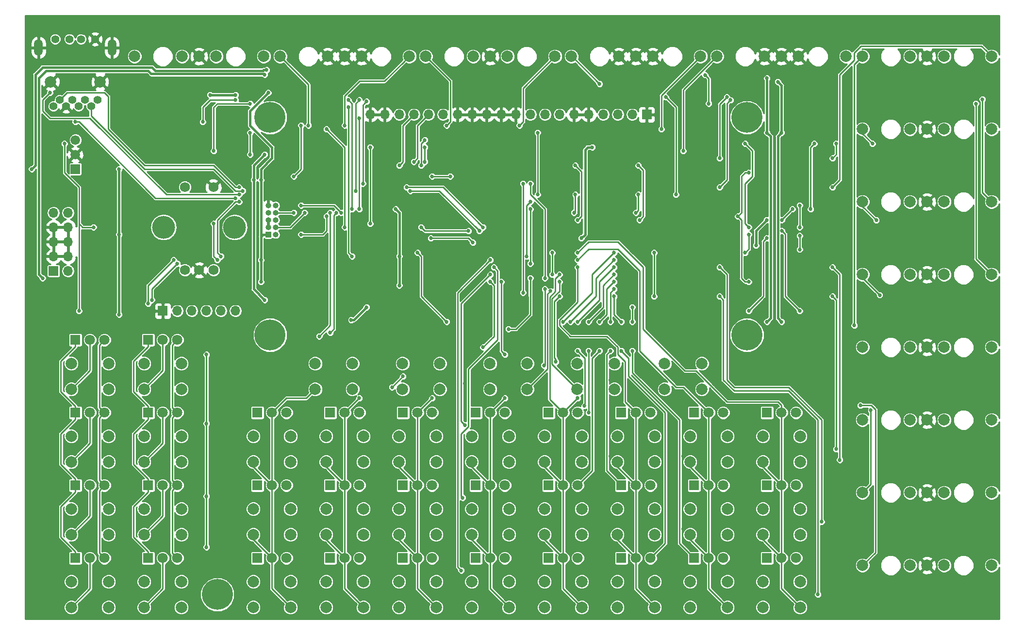
<source format=gbl>
G04 #@! TF.GenerationSoftware,KiCad,Pcbnew,(5.0.0-rc2-24-g81af2db)*
G04 #@! TF.CreationDate,2019-03-18T22:47:18-05:00*
G04 #@! TF.ProjectId,sequencer,73657175656E6365722E6B696361645F,1.0*
G04 #@! TF.SameCoordinates,Original*
G04 #@! TF.FileFunction,Copper,L2,Bot,Signal*
G04 #@! TF.FilePolarity,Positive*
%FSLAX46Y46*%
G04 Gerber Fmt 4.6, Leading zero omitted, Abs format (unit mm)*
G04 Created by KiCad (PCBNEW (5.0.0-rc2-24-g81af2db)) date Monday, March 18, 2019 at 10:47:18 PM*
%MOMM*%
%LPD*%
G01*
G04 APERTURE LIST*
G04 #@! TA.AperFunction,ComponentPad*
%ADD10C,2.000000*%
G04 #@! TD*
G04 #@! TA.AperFunction,ComponentPad*
%ADD11C,1.400000*%
G04 #@! TD*
G04 #@! TA.AperFunction,ComponentPad*
%ADD12O,1.500000X2.900000*%
G04 #@! TD*
G04 #@! TA.AperFunction,ViaPad*
%ADD13C,0.700000*%
G04 #@! TD*
G04 #@! TA.AperFunction,ComponentPad*
%ADD14R,1.700000X1.700000*%
G04 #@! TD*
G04 #@! TA.AperFunction,ComponentPad*
%ADD15O,1.700000X1.700000*%
G04 #@! TD*
G04 #@! TA.AperFunction,ComponentPad*
%ADD16R,1.000000X1.000000*%
G04 #@! TD*
G04 #@! TA.AperFunction,ComponentPad*
%ADD17O,1.000000X1.000000*%
G04 #@! TD*
G04 #@! TA.AperFunction,ComponentPad*
%ADD18C,1.750000*%
G04 #@! TD*
G04 #@! TA.AperFunction,ComponentPad*
%ADD19O,4.000000X4.000000*%
G04 #@! TD*
G04 #@! TA.AperFunction,ComponentPad*
%ADD20R,1.800000X1.800000*%
G04 #@! TD*
G04 #@! TA.AperFunction,ComponentPad*
%ADD21C,1.800000*%
G04 #@! TD*
G04 #@! TA.AperFunction,ComponentPad*
%ADD22C,1.676400*%
G04 #@! TD*
G04 #@! TA.AperFunction,ComponentPad*
%ADD23R,1.676400X1.676400*%
G04 #@! TD*
G04 #@! TA.AperFunction,WasherPad*
%ADD24C,5.400000*%
G04 #@! TD*
G04 #@! TA.AperFunction,ComponentPad*
%ADD25C,5.400000*%
G04 #@! TD*
G04 #@! TA.AperFunction,ViaPad*
%ADD26C,0.685800*%
G04 #@! TD*
G04 #@! TA.AperFunction,Conductor*
%ADD27C,0.406400*%
G04 #@! TD*
G04 #@! TA.AperFunction,Conductor*
%ADD28C,0.254000*%
G04 #@! TD*
G04 APERTURE END LIST*
D10*
G04 #@! TO.P,J1,3*
G04 #@! TO.N,Net-(D2-Pad3)*
X96680000Y-45720000D03*
G04 #@! TO.P,J1,2*
G04 #@! TO.N,Net-(D42-Pad3)*
X104980000Y-45720000D03*
G04 #@! TO.P,J1,1*
G04 #@! TO.N,GND*
X107950000Y-45720000D03*
G04 #@! TD*
G04 #@! TO.P,J2,3*
G04 #@! TO.N,Net-(J2-Pad3)*
X119220000Y-45720000D03*
G04 #@! TO.P,J2,2*
G04 #@! TO.N,Net-(J2-Pad2)*
X110920000Y-45720000D03*
G04 #@! TO.P,J2,1*
G04 #@! TO.N,GND*
X107950000Y-45720000D03*
G04 #@! TD*
G04 #@! TO.P,J25,3*
G04 #@! TO.N,Net-(J25-Pad3)*
X223680000Y-134620000D03*
G04 #@! TO.P,J25,2*
G04 #@! TO.N,N/C*
X231980000Y-134620000D03*
G04 #@! TO.P,J25,1*
G04 #@! TO.N,GND*
X234950000Y-134620000D03*
G04 #@! TD*
G04 #@! TO.P,J24,3*
G04 #@! TO.N,CV7*
X246220000Y-121920000D03*
G04 #@! TO.P,J24,2*
G04 #@! TO.N,N/C*
X237920000Y-121920000D03*
G04 #@! TO.P,J24,1*
G04 #@! TO.N,GND*
X234950000Y-121920000D03*
G04 #@! TD*
G04 #@! TO.P,J18,3*
G04 #@! TO.N,CV4*
X246220000Y-83820000D03*
G04 #@! TO.P,J18,2*
G04 #@! TO.N,N/C*
X237920000Y-83820000D03*
G04 #@! TO.P,J18,1*
G04 #@! TO.N,GND*
X234950000Y-83820000D03*
G04 #@! TD*
G04 #@! TO.P,J3,3*
G04 #@! TO.N,Net-(J3-Pad3)*
X122080000Y-45720000D03*
G04 #@! TO.P,J3,2*
G04 #@! TO.N,GND*
X130380000Y-45720000D03*
G04 #@! TO.P,J3,1*
X133350000Y-45720000D03*
G04 #@! TD*
G04 #@! TO.P,J4,3*
G04 #@! TO.N,Net-(J4-Pad3)*
X144620000Y-45720000D03*
G04 #@! TO.P,J4,2*
G04 #@! TO.N,GND*
X136320000Y-45720000D03*
G04 #@! TO.P,J4,1*
X133350000Y-45720000D03*
G04 #@! TD*
G04 #@! TO.P,J5,3*
G04 #@! TO.N,Net-(J5-Pad3)*
X147480000Y-45720000D03*
G04 #@! TO.P,J5,2*
G04 #@! TO.N,N/C*
X155780000Y-45720000D03*
G04 #@! TO.P,J5,1*
G04 #@! TO.N,GND*
X158750000Y-45720000D03*
G04 #@! TD*
G04 #@! TO.P,J6,3*
G04 #@! TO.N,Net-(J6-Pad3)*
X170020000Y-45720000D03*
G04 #@! TO.P,J6,2*
G04 #@! TO.N,N/C*
X161720000Y-45720000D03*
G04 #@! TO.P,J6,1*
G04 #@! TO.N,GND*
X158750000Y-45720000D03*
G04 #@! TD*
G04 #@! TO.P,J7,3*
G04 #@! TO.N,Net-(J7-Pad3)*
X172880000Y-45720000D03*
G04 #@! TO.P,J7,2*
G04 #@! TO.N,GND*
X181180000Y-45720000D03*
G04 #@! TO.P,J7,1*
X184150000Y-45720000D03*
G04 #@! TD*
G04 #@! TO.P,J8,3*
G04 #@! TO.N,Net-(J8-Pad3)*
X195420000Y-45720000D03*
G04 #@! TO.P,J8,2*
G04 #@! TO.N,GND*
X187120000Y-45720000D03*
G04 #@! TO.P,J8,1*
X184150000Y-45720000D03*
G04 #@! TD*
G04 #@! TO.P,J9,3*
G04 #@! TO.N,Net-(J9-Pad3)*
X198280000Y-45720000D03*
G04 #@! TO.P,J9,2*
G04 #@! TO.N,GND*
X206580000Y-45720000D03*
G04 #@! TO.P,J9,1*
X209550000Y-45720000D03*
G04 #@! TD*
G04 #@! TO.P,J10,3*
G04 #@! TO.N,Net-(J10-Pad3)*
X220820000Y-45720000D03*
G04 #@! TO.P,J10,2*
G04 #@! TO.N,GND*
X212520000Y-45720000D03*
G04 #@! TO.P,J10,1*
X209550000Y-45720000D03*
G04 #@! TD*
G04 #@! TO.P,J11,3*
G04 #@! TO.N,Net-(J11-Pad3)*
X223680000Y-45720000D03*
G04 #@! TO.P,J11,2*
G04 #@! TO.N,N/C*
X231980000Y-45720000D03*
G04 #@! TO.P,J11,1*
G04 #@! TO.N,GND*
X234950000Y-45720000D03*
G04 #@! TD*
G04 #@! TO.P,J12,3*
G04 #@! TO.N,CV1*
X246220000Y-45720000D03*
G04 #@! TO.P,J12,2*
G04 #@! TO.N,N/C*
X237920000Y-45720000D03*
G04 #@! TO.P,J12,1*
G04 #@! TO.N,GND*
X234950000Y-45720000D03*
G04 #@! TD*
G04 #@! TO.P,J13,3*
G04 #@! TO.N,Net-(J13-Pad3)*
X223680000Y-58420000D03*
G04 #@! TO.P,J13,2*
G04 #@! TO.N,N/C*
X231980000Y-58420000D03*
G04 #@! TO.P,J13,1*
G04 #@! TO.N,GND*
X234950000Y-58420000D03*
G04 #@! TD*
G04 #@! TO.P,J14,3*
G04 #@! TO.N,CV2*
X246220000Y-58420000D03*
G04 #@! TO.P,J14,2*
G04 #@! TO.N,N/C*
X237920000Y-58420000D03*
G04 #@! TO.P,J14,1*
G04 #@! TO.N,GND*
X234950000Y-58420000D03*
G04 #@! TD*
G04 #@! TO.P,J15,3*
G04 #@! TO.N,Net-(J15-Pad3)*
X223680000Y-71120000D03*
G04 #@! TO.P,J15,2*
G04 #@! TO.N,N/C*
X231980000Y-71120000D03*
G04 #@! TO.P,J15,1*
G04 #@! TO.N,GND*
X234950000Y-71120000D03*
G04 #@! TD*
G04 #@! TO.P,J16,3*
G04 #@! TO.N,CV3*
X246220000Y-71120000D03*
G04 #@! TO.P,J16,2*
G04 #@! TO.N,N/C*
X237920000Y-71120000D03*
G04 #@! TO.P,J16,1*
G04 #@! TO.N,GND*
X234950000Y-71120000D03*
G04 #@! TD*
G04 #@! TO.P,J17,3*
G04 #@! TO.N,Net-(J17-Pad3)*
X223680000Y-83820000D03*
G04 #@! TO.P,J17,2*
G04 #@! TO.N,N/C*
X231980000Y-83820000D03*
G04 #@! TO.P,J17,1*
G04 #@! TO.N,GND*
X234950000Y-83820000D03*
G04 #@! TD*
G04 #@! TO.P,J19,3*
G04 #@! TO.N,Net-(J19-Pad3)*
X223680000Y-96520000D03*
G04 #@! TO.P,J19,2*
G04 #@! TO.N,N/C*
X231980000Y-96520000D03*
G04 #@! TO.P,J19,1*
G04 #@! TO.N,GND*
X234950000Y-96520000D03*
G04 #@! TD*
G04 #@! TO.P,J20,3*
G04 #@! TO.N,CV5*
X246220000Y-96520000D03*
G04 #@! TO.P,J20,2*
G04 #@! TO.N,N/C*
X237920000Y-96520000D03*
G04 #@! TO.P,J20,1*
G04 #@! TO.N,GND*
X234950000Y-96520000D03*
G04 #@! TD*
G04 #@! TO.P,J21,3*
G04 #@! TO.N,Net-(J21-Pad3)*
X223680000Y-109220000D03*
G04 #@! TO.P,J21,2*
G04 #@! TO.N,N/C*
X231980000Y-109220000D03*
G04 #@! TO.P,J21,1*
G04 #@! TO.N,GND*
X234950000Y-109220000D03*
G04 #@! TD*
G04 #@! TO.P,J22,3*
G04 #@! TO.N,CV6*
X246220000Y-109220000D03*
G04 #@! TO.P,J22,2*
G04 #@! TO.N,N/C*
X237920000Y-109220000D03*
G04 #@! TO.P,J22,1*
G04 #@! TO.N,GND*
X234950000Y-109220000D03*
G04 #@! TD*
G04 #@! TO.P,J23,3*
G04 #@! TO.N,Net-(J23-Pad3)*
X223680000Y-121920000D03*
G04 #@! TO.P,J23,2*
G04 #@! TO.N,N/C*
X231980000Y-121920000D03*
G04 #@! TO.P,J23,1*
G04 #@! TO.N,GND*
X234950000Y-121920000D03*
G04 #@! TD*
G04 #@! TO.P,J26,3*
G04 #@! TO.N,CV8*
X246220000Y-134620000D03*
G04 #@! TO.P,J26,2*
G04 #@! TO.N,N/C*
X237920000Y-134620000D03*
G04 #@! TO.P,J26,1*
G04 #@! TO.N,GND*
X234950000Y-134620000D03*
G04 #@! TD*
D11*
G04 #@! TO.P,JP1,4*
G04 #@! TO.N,GND*
X89834600Y-42697400D03*
G04 #@! TO.P,JP1,3*
G04 #@! TO.N,USB_D+*
X87334600Y-42697400D03*
G04 #@! TO.P,JP1,2*
G04 #@! TO.N,USB_D-*
X85334600Y-42697400D03*
G04 #@! TO.P,JP1,1*
G04 #@! TO.N,USB_5V*
X82834600Y-42697400D03*
D12*
G04 #@! TO.P,JP1,5*
G04 #@! TO.N,GND*
X92734600Y-44197400D03*
X79934600Y-44197400D03*
G04 #@! TD*
D13*
G04 #@! TO.N,GND*
G04 #@! TO.C,REF\002A\002A*
X130175000Y-60960000D03*
G04 #@! TD*
G04 #@! TO.N,GND*
G04 #@! TO.C,REF\002A\002A*
X96520000Y-91440000D03*
G04 #@! TD*
G04 #@! TO.N,GND*
G04 #@! TO.C,REF\002A\002A*
X134620000Y-88900000D03*
G04 #@! TD*
G04 #@! TO.N,GND*
G04 #@! TO.C,REF\002A\002A*
X145415000Y-66675000D03*
G04 #@! TD*
G04 #@! TO.N,GND*
G04 #@! TO.C,REF\002A\002A*
X200025000Y-75565000D03*
G04 #@! TD*
G04 #@! TO.N,GND*
G04 #@! TO.C,REF\002A\002A*
X163830000Y-93980000D03*
G04 #@! TD*
G04 #@! TO.N,GND*
G04 #@! TO.C,REF\002A\002A*
X247015000Y-143510000D03*
G04 #@! TD*
G04 #@! TO.N,GND*
G04 #@! TO.C,REF\002A\002A*
X230505000Y-143510000D03*
G04 #@! TD*
G04 #@! TO.N,GND*
G04 #@! TO.C,REF\002A\002A*
X217805000Y-143510000D03*
G04 #@! TD*
G04 #@! TO.N,GND*
G04 #@! TO.C,REF\002A\002A*
X205105000Y-143510000D03*
G04 #@! TD*
G04 #@! TO.N,GND*
G04 #@! TO.C,REF\002A\002A*
X192405000Y-143510000D03*
G04 #@! TD*
G04 #@! TO.N,GND*
G04 #@! TO.C,REF\002A\002A*
X179705000Y-143510000D03*
G04 #@! TD*
G04 #@! TO.N,GND*
G04 #@! TO.C,REF\002A\002A*
X167005000Y-143510000D03*
G04 #@! TD*
G04 #@! TO.N,GND*
G04 #@! TO.C,REF\002A\002A*
X154305000Y-143510000D03*
G04 #@! TD*
G04 #@! TO.N,GND*
G04 #@! TO.C,REF\002A\002A*
X141605000Y-143510000D03*
G04 #@! TD*
G04 #@! TO.N,GND*
G04 #@! TO.C,REF\002A\002A*
X128905000Y-143510000D03*
G04 #@! TD*
G04 #@! TO.N,GND*
G04 #@! TO.C,REF\002A\002A*
X116205000Y-143510000D03*
G04 #@! TD*
G04 #@! TO.N,GND*
G04 #@! TO.C,REF\002A\002A*
X102870000Y-143510000D03*
G04 #@! TD*
G04 #@! TO.N,GND*
G04 #@! TO.C,REF\002A\002A*
X90805000Y-143510000D03*
G04 #@! TD*
G04 #@! TO.N,GND*
G04 #@! TO.C,REF\002A\002A*
X78105000Y-143510000D03*
G04 #@! TD*
G04 #@! TO.N,GND*
G04 #@! TO.C,REF\002A\002A*
X247015000Y-128270000D03*
G04 #@! TD*
G04 #@! TO.N,GND*
G04 #@! TO.C,REF\002A\002A*
X230505000Y-129286000D03*
G04 #@! TD*
G04 #@! TO.N,GND*
G04 #@! TO.C,REF\002A\002A*
X217805000Y-128905000D03*
G04 #@! TD*
G04 #@! TO.N,GND*
G04 #@! TO.C,REF\002A\002A*
X205105000Y-128270000D03*
G04 #@! TD*
G04 #@! TO.N,GND*
G04 #@! TO.C,REF\002A\002A*
X192405000Y-128270000D03*
G04 #@! TD*
G04 #@! TO.N,GND*
G04 #@! TO.C,REF\002A\002A*
X180340000Y-127635000D03*
G04 #@! TD*
G04 #@! TO.N,GND*
G04 #@! TO.C,REF\002A\002A*
X167640000Y-127635000D03*
G04 #@! TD*
G04 #@! TO.N,GND*
G04 #@! TO.C,REF\002A\002A*
X154305000Y-128270000D03*
G04 #@! TD*
G04 #@! TO.N,GND*
G04 #@! TO.C,REF\002A\002A*
X141605000Y-128270000D03*
G04 #@! TD*
G04 #@! TO.N,GND*
G04 #@! TO.C,REF\002A\002A*
X128905000Y-128270000D03*
G04 #@! TD*
G04 #@! TO.N,GND*
G04 #@! TO.C,REF\002A\002A*
X115570000Y-129540000D03*
G04 #@! TD*
G04 #@! TO.N,GND*
G04 #@! TO.C,REF\002A\002A*
X104140000Y-127635000D03*
G04 #@! TD*
G04 #@! TO.N,GND*
G04 #@! TO.C,REF\002A\002A*
X91440000Y-127635000D03*
G04 #@! TD*
G04 #@! TO.N,GND*
G04 #@! TO.C,REF\002A\002A*
X78105000Y-128270000D03*
G04 #@! TD*
G04 #@! TO.N,GND*
G04 #@! TO.C,REF\002A\002A*
X247015000Y-115570000D03*
G04 #@! TD*
G04 #@! TO.N,GND*
G04 #@! TO.C,REF\002A\002A*
X231267000Y-117983000D03*
G04 #@! TD*
G04 #@! TO.N,GND*
G04 #@! TO.C,REF\002A\002A*
X217805000Y-115570000D03*
G04 #@! TD*
G04 #@! TO.N,GND*
G04 #@! TO.C,REF\002A\002A*
X205105000Y-115570000D03*
G04 #@! TD*
G04 #@! TO.N,GND*
G04 #@! TO.C,REF\002A\002A*
X192405000Y-115570000D03*
G04 #@! TD*
G04 #@! TO.N,GND*
G04 #@! TO.C,REF\002A\002A*
X179705000Y-115570000D03*
G04 #@! TD*
G04 #@! TO.N,GND*
G04 #@! TO.C,REF\002A\002A*
X167005000Y-115570000D03*
G04 #@! TD*
G04 #@! TO.N,GND*
G04 #@! TO.C,REF\002A\002A*
X154940000Y-114935000D03*
G04 #@! TD*
G04 #@! TO.N,GND*
G04 #@! TO.C,REF\002A\002A*
X142240000Y-114935000D03*
G04 #@! TD*
G04 #@! TO.N,GND*
G04 #@! TO.C,REF\002A\002A*
X128905000Y-115570000D03*
G04 #@! TD*
G04 #@! TO.N,GND*
G04 #@! TO.C,REF\002A\002A*
X115570000Y-116840000D03*
G04 #@! TD*
G04 #@! TO.N,GND*
G04 #@! TO.C,REF\002A\002A*
X104140000Y-114935000D03*
G04 #@! TD*
G04 #@! TO.N,GND*
G04 #@! TO.C,REF\002A\002A*
X91440000Y-114935000D03*
G04 #@! TD*
G04 #@! TO.N,GND*
G04 #@! TO.C,REF\002A\002A*
X78105000Y-115570000D03*
G04 #@! TD*
G04 #@! TO.N,GND*
G04 #@! TO.C,REF\002A\002A*
X247015000Y-102870000D03*
G04 #@! TD*
G04 #@! TO.N,GND*
G04 #@! TO.C,REF\002A\002A*
X230505000Y-102870000D03*
G04 #@! TD*
G04 #@! TO.N,GND*
G04 #@! TO.C,REF\002A\002A*
X205105000Y-102870000D03*
G04 #@! TD*
G04 #@! TO.N,GND*
G04 #@! TO.C,REF\002A\002A*
X192405000Y-102870000D03*
G04 #@! TD*
G04 #@! TO.N,GND*
G04 #@! TO.C,REF\002A\002A*
X179705000Y-102235000D03*
G04 #@! TD*
G04 #@! TO.N,GND*
G04 #@! TO.C,REF\002A\002A*
X167005000Y-103505000D03*
G04 #@! TD*
G04 #@! TO.N,GND*
G04 #@! TO.C,REF\002A\002A*
X154305000Y-102870000D03*
G04 #@! TD*
G04 #@! TO.N,GND*
G04 #@! TO.C,REF\002A\002A*
X142240000Y-101600000D03*
G04 #@! TD*
G04 #@! TO.N,GND*
G04 #@! TO.C,REF\002A\002A*
X128905000Y-101600000D03*
G04 #@! TD*
G04 #@! TO.N,GND*
G04 #@! TO.C,REF\002A\002A*
X116205000Y-102870000D03*
G04 #@! TD*
G04 #@! TO.N,GND*
G04 #@! TO.C,REF\002A\002A*
X104140000Y-102235000D03*
G04 #@! TD*
G04 #@! TO.N,GND*
G04 #@! TO.C,REF\002A\002A*
X91440000Y-102235000D03*
G04 #@! TD*
G04 #@! TO.N,GND*
G04 #@! TO.C,REF\002A\002A*
X78105000Y-102235000D03*
G04 #@! TD*
G04 #@! TO.N,GND*
G04 #@! TO.C,REF\002A\002A*
X247015000Y-90170000D03*
G04 #@! TD*
G04 #@! TO.N,GND*
G04 #@! TO.C,REF\002A\002A*
X230505000Y-90170000D03*
G04 #@! TD*
G04 #@! TO.N,GND*
G04 #@! TO.C,REF\002A\002A*
X217805000Y-90805000D03*
G04 #@! TD*
G04 #@! TO.N,GND*
G04 #@! TO.C,REF\002A\002A*
X201295000Y-91440000D03*
G04 #@! TD*
G04 #@! TO.N,GND*
G04 #@! TO.C,REF\002A\002A*
X191770000Y-92710000D03*
G04 #@! TD*
G04 #@! TO.N,GND*
G04 #@! TO.C,REF\002A\002A*
X183515000Y-88265000D03*
G04 #@! TD*
G04 #@! TO.N,GND*
G04 #@! TO.C,REF\002A\002A*
X167005000Y-89535000D03*
G04 #@! TD*
G04 #@! TO.N,GND*
G04 #@! TO.C,REF\002A\002A*
X154940000Y-89535000D03*
G04 #@! TD*
G04 #@! TO.N,GND*
G04 #@! TO.C,REF\002A\002A*
X141605000Y-90170000D03*
G04 #@! TD*
G04 #@! TO.N,GND*
G04 #@! TO.C,REF\002A\002A*
X128905000Y-88265000D03*
G04 #@! TD*
G04 #@! TO.N,GND*
G04 #@! TO.C,REF\002A\002A*
X116205000Y-90170000D03*
G04 #@! TD*
G04 #@! TO.N,GND*
G04 #@! TO.C,REF\002A\002A*
X103505000Y-88265000D03*
G04 #@! TD*
G04 #@! TO.N,GND*
G04 #@! TO.C,REF\002A\002A*
X89535000Y-90170000D03*
G04 #@! TD*
G04 #@! TO.N,GND*
G04 #@! TO.C,REF\002A\002A*
X78105000Y-90170000D03*
G04 #@! TD*
G04 #@! TO.N,GND*
G04 #@! TO.C,REF\002A\002A*
X247015000Y-77470000D03*
G04 #@! TD*
G04 #@! TO.N,GND*
G04 #@! TO.C,REF\002A\002A*
X230505000Y-77470000D03*
G04 #@! TD*
G04 #@! TO.N,GND*
G04 #@! TO.C,REF\002A\002A*
X217805000Y-77470000D03*
G04 #@! TD*
G04 #@! TO.N,GND*
G04 #@! TO.C,REF\002A\002A*
X205105000Y-80010000D03*
G04 #@! TD*
G04 #@! TO.N,GND*
G04 #@! TO.C,REF\002A\002A*
X191770000Y-76200000D03*
G04 #@! TD*
G04 #@! TO.N,GND*
G04 #@! TO.C,REF\002A\002A*
X186690000Y-74295000D03*
G04 #@! TD*
G04 #@! TO.N,GND*
G04 #@! TO.C,REF\002A\002A*
X155575000Y-72390000D03*
G04 #@! TD*
G04 #@! TO.N,GND*
G04 #@! TO.C,REF\002A\002A*
X141605000Y-82550000D03*
G04 #@! TD*
G04 #@! TO.N,GND*
G04 #@! TO.C,REF\002A\002A*
X132715000Y-77470000D03*
G04 #@! TD*
G04 #@! TO.N,GND*
G04 #@! TO.C,REF\002A\002A*
X116205000Y-77470000D03*
G04 #@! TD*
G04 #@! TO.N,GND*
G04 #@! TO.C,REF\002A\002A*
X103505000Y-77470000D03*
G04 #@! TD*
G04 #@! TO.N,GND*
G04 #@! TO.C,REF\002A\002A*
X90805000Y-78740000D03*
G04 #@! TD*
G04 #@! TO.N,GND*
G04 #@! TO.C,REF\002A\002A*
X78105000Y-77470000D03*
G04 #@! TD*
G04 #@! TO.N,GND*
G04 #@! TO.C,REF\002A\002A*
X247015000Y-64770000D03*
G04 #@! TD*
G04 #@! TO.N,GND*
G04 #@! TO.C,REF\002A\002A*
X230505000Y-64770000D03*
G04 #@! TD*
G04 #@! TO.N,GND*
G04 #@! TO.C,REF\002A\002A*
X216535000Y-59690000D03*
G04 #@! TD*
G04 #@! TO.N,GND*
G04 #@! TO.C,REF\002A\002A*
X203835000Y-59690000D03*
G04 #@! TD*
G04 #@! TO.N,GND*
G04 #@! TO.C,REF\002A\002A*
X192405000Y-67310000D03*
G04 #@! TD*
G04 #@! TO.N,GND*
G04 #@! TO.C,REF\002A\002A*
X182880000Y-60325000D03*
G04 #@! TD*
G04 #@! TO.N,GND*
G04 #@! TO.C,REF\002A\002A*
X165735000Y-64770000D03*
G04 #@! TD*
G04 #@! TO.N,GND*
G04 #@! TO.C,REF\002A\002A*
X153670000Y-67945000D03*
G04 #@! TD*
G04 #@! TO.N,GND*
G04 #@! TO.C,REF\002A\002A*
X141605000Y-66040000D03*
G04 #@! TD*
G04 #@! TO.N,GND*
G04 #@! TO.C,REF\002A\002A*
X125730000Y-69850000D03*
G04 #@! TD*
G04 #@! TO.N,GND*
G04 #@! TO.C,REF\002A\002A*
X114300000Y-57150000D03*
G04 #@! TD*
G04 #@! TO.N,GND*
G04 #@! TO.C,REF\002A\002A*
X103505000Y-62865000D03*
G04 #@! TD*
G04 #@! TO.N,GND*
G04 #@! TO.C,REF\002A\002A*
X90805000Y-64770000D03*
G04 #@! TD*
G04 #@! TO.N,GND*
G04 #@! TO.C,REF\002A\002A*
X78105000Y-64135000D03*
G04 #@! TD*
G04 #@! TO.N,GND*
G04 #@! TO.C,REF\002A\002A*
X247015000Y-52070000D03*
G04 #@! TD*
G04 #@! TO.N,GND*
G04 #@! TO.C,REF\002A\002A*
X230505000Y-52070000D03*
G04 #@! TD*
G04 #@! TO.N,GND*
G04 #@! TO.C,REF\002A\002A*
X217805000Y-52070000D03*
G04 #@! TD*
G04 #@! TO.N,GND*
G04 #@! TO.C,REF\002A\002A*
X205740000Y-51435000D03*
G04 #@! TD*
G04 #@! TO.N,GND*
G04 #@! TO.C,REF\002A\002A*
X193675000Y-53340000D03*
G04 #@! TD*
G04 #@! TO.N,GND*
G04 #@! TO.C,REF\002A\002A*
X180975000Y-53340000D03*
G04 #@! TD*
G04 #@! TO.N,GND*
G04 #@! TO.C,REF\002A\002A*
X168275000Y-50800000D03*
G04 #@! TD*
G04 #@! TO.N,GND*
G04 #@! TO.C,REF\002A\002A*
X155575000Y-50800000D03*
G04 #@! TD*
G04 #@! TO.N,GND*
G04 #@! TO.C,REF\002A\002A*
X142875000Y-50800000D03*
G04 #@! TD*
G04 #@! TO.N,GND*
G04 #@! TO.C,REF\002A\002A*
X130175000Y-54610000D03*
G04 #@! TD*
G04 #@! TO.N,GND*
G04 #@! TO.C,REF\002A\002A*
X116205000Y-50800000D03*
G04 #@! TD*
G04 #@! TO.N,GND*
G04 #@! TO.C,REF\002A\002A*
X105664000Y-51308000D03*
G04 #@! TD*
G04 #@! TO.N,GND*
G04 #@! TO.C,REF\002A\002A*
X92710000Y-51435000D03*
G04 #@! TD*
G04 #@! TO.N,GND*
G04 #@! TO.C,REF\002A\002A*
X78105000Y-52070000D03*
G04 #@! TD*
G04 #@! TO.N,GND*
G04 #@! TO.C,REF\002A\002A*
X247015000Y-39370000D03*
G04 #@! TD*
G04 #@! TO.N,GND*
G04 #@! TO.C,REF\002A\002A*
X230505000Y-39370000D03*
G04 #@! TD*
G04 #@! TO.N,GND*
G04 #@! TO.C,REF\002A\002A*
X217805000Y-39370000D03*
G04 #@! TD*
G04 #@! TO.N,GND*
G04 #@! TO.C,REF\002A\002A*
X205105000Y-39370000D03*
G04 #@! TD*
G04 #@! TO.N,GND*
G04 #@! TO.C,REF\002A\002A*
X192405000Y-39370000D03*
G04 #@! TD*
G04 #@! TO.N,GND*
G04 #@! TO.C,REF\002A\002A*
X179705000Y-39370000D03*
G04 #@! TD*
G04 #@! TO.N,GND*
G04 #@! TO.C,REF\002A\002A*
X167005000Y-39370000D03*
G04 #@! TD*
G04 #@! TO.N,GND*
G04 #@! TO.C,REF\002A\002A*
X154305000Y-39370000D03*
G04 #@! TD*
G04 #@! TO.N,GND*
G04 #@! TO.C,REF\002A\002A*
X141605000Y-39370000D03*
G04 #@! TD*
G04 #@! TO.N,GND*
G04 #@! TO.C,REF\002A\002A*
X128905000Y-39370000D03*
G04 #@! TD*
G04 #@! TO.N,GND*
G04 #@! TO.C,REF\002A\002A*
X116205000Y-39370000D03*
G04 #@! TD*
G04 #@! TO.N,GND*
G04 #@! TO.C,REF\002A\002A*
X103505000Y-39370000D03*
G04 #@! TD*
G04 #@! TO.N,GND*
G04 #@! TO.C,REF\002A\002A*
X90805000Y-39370000D03*
G04 #@! TD*
D14*
G04 #@! TO.P,JP6,1*
G04 #@! TO.N,GND*
X101600000Y-90170000D03*
D15*
G04 #@! TO.P,JP6,2*
G04 #@! TO.N,N/C*
X104140000Y-90170000D03*
G04 #@! TO.P,JP6,3*
X106680000Y-90170000D03*
G04 #@! TO.P,JP6,4*
G04 #@! TO.N,SYS_RX*
X109220000Y-90170000D03*
G04 #@! TO.P,JP6,5*
G04 #@! TO.N,SYS_TX*
X111760000Y-90170000D03*
G04 #@! TO.P,JP6,6*
G04 #@! TO.N,N/C*
X114300000Y-90170000D03*
G04 #@! TD*
D16*
G04 #@! TO.P,JP4,1*
G04 #@! TO.N,+3V3*
X120015000Y-76835000D03*
D17*
G04 #@! TO.P,JP4,2*
G04 #@! TO.N,SYS_JTMS*
X121285000Y-76835000D03*
G04 #@! TO.P,JP4,3*
G04 #@! TO.N,GND*
X120015000Y-75565000D03*
G04 #@! TO.P,JP4,4*
G04 #@! TO.N,SYS_JTCK*
X121285000Y-75565000D03*
G04 #@! TO.P,JP4,5*
G04 #@! TO.N,GND*
X120015000Y-74295000D03*
G04 #@! TO.P,JP4,6*
G04 #@! TO.N,SYS_JTDO*
X121285000Y-74295000D03*
G04 #@! TO.P,JP4,7*
G04 #@! TO.N,N/C*
X120015000Y-73025000D03*
G04 #@! TO.P,JP4,8*
G04 #@! TO.N,SYS_JTDI*
X121285000Y-73025000D03*
G04 #@! TO.P,JP4,9*
G04 #@! TO.N,GND*
X120015000Y-71755000D03*
G04 #@! TO.P,JP4,10*
G04 #@! TO.N,RESET*
X121285000Y-71755000D03*
G04 #@! TD*
D10*
G04 #@! TO.P,SW39,1*
G04 #@! TO.N,ROW7*
X206300000Y-141950000D03*
G04 #@! TO.P,SW39,2*
X212800000Y-141950000D03*
G04 #@! TO.P,SW39,4*
G04 #@! TO.N,Net-(D41-Pad1)*
X212800000Y-137450000D03*
G04 #@! TO.P,SW39,3*
X206300000Y-137450000D03*
G04 #@! TD*
G04 #@! TO.P,SW38,1*
G04 #@! TO.N,ROW6*
X193600000Y-141950000D03*
G04 #@! TO.P,SW38,2*
X200100000Y-141950000D03*
G04 #@! TO.P,SW38,4*
G04 #@! TO.N,Net-(D40-Pad1)*
X200100000Y-137450000D03*
G04 #@! TO.P,SW38,3*
X193600000Y-137450000D03*
G04 #@! TD*
G04 #@! TO.P,SW37,1*
G04 #@! TO.N,ROW5*
X180900000Y-141950000D03*
G04 #@! TO.P,SW37,2*
X187400000Y-141950000D03*
G04 #@! TO.P,SW37,4*
G04 #@! TO.N,Net-(D39-Pad1)*
X187400000Y-137450000D03*
G04 #@! TO.P,SW37,3*
X180900000Y-137450000D03*
G04 #@! TD*
G04 #@! TO.P,SW36,1*
G04 #@! TO.N,ROW4*
X168200000Y-141950000D03*
G04 #@! TO.P,SW36,2*
X174700000Y-141950000D03*
G04 #@! TO.P,SW36,4*
G04 #@! TO.N,Net-(D38-Pad1)*
X174700000Y-137450000D03*
G04 #@! TO.P,SW36,3*
X168200000Y-137450000D03*
G04 #@! TD*
G04 #@! TO.P,SW35,1*
G04 #@! TO.N,ROW3*
X155500000Y-141950000D03*
G04 #@! TO.P,SW35,2*
X162000000Y-141950000D03*
G04 #@! TO.P,SW35,4*
G04 #@! TO.N,Net-(D37-Pad1)*
X162000000Y-137450000D03*
G04 #@! TO.P,SW35,3*
X155500000Y-137450000D03*
G04 #@! TD*
G04 #@! TO.P,SW34,1*
G04 #@! TO.N,ROW2*
X142800000Y-141950000D03*
G04 #@! TO.P,SW34,2*
X149300000Y-141950000D03*
G04 #@! TO.P,SW34,4*
G04 #@! TO.N,Net-(D36-Pad1)*
X149300000Y-137450000D03*
G04 #@! TO.P,SW34,3*
X142800000Y-137450000D03*
G04 #@! TD*
G04 #@! TO.P,SW33,1*
G04 #@! TO.N,ROW1*
X130100000Y-141950000D03*
G04 #@! TO.P,SW33,2*
X136600000Y-141950000D03*
G04 #@! TO.P,SW33,4*
G04 #@! TO.N,Net-(D35-Pad1)*
X136600000Y-137450000D03*
G04 #@! TO.P,SW33,3*
X130100000Y-137450000D03*
G04 #@! TD*
G04 #@! TO.P,SW32,1*
G04 #@! TO.N,ROW0*
X117400000Y-141950000D03*
G04 #@! TO.P,SW32,2*
X123900000Y-141950000D03*
G04 #@! TO.P,SW32,4*
G04 #@! TO.N,Net-(D33-Pad1)*
X123900000Y-137450000D03*
G04 #@! TO.P,SW32,3*
X117400000Y-137450000D03*
G04 #@! TD*
G04 #@! TO.P,SW29,1*
G04 #@! TO.N,ROW7*
X206300000Y-129250000D03*
G04 #@! TO.P,SW29,2*
X212800000Y-129250000D03*
G04 #@! TO.P,SW29,4*
G04 #@! TO.N,Net-(D31-Pad1)*
X212800000Y-124750000D03*
G04 #@! TO.P,SW29,3*
X206300000Y-124750000D03*
G04 #@! TD*
G04 #@! TO.P,SW28,1*
G04 #@! TO.N,ROW6*
X193600000Y-129250000D03*
G04 #@! TO.P,SW28,2*
X200100000Y-129250000D03*
G04 #@! TO.P,SW28,4*
G04 #@! TO.N,Net-(D30-Pad1)*
X200100000Y-124750000D03*
G04 #@! TO.P,SW28,3*
X193600000Y-124750000D03*
G04 #@! TD*
G04 #@! TO.P,SW27,1*
G04 #@! TO.N,ROW5*
X180900000Y-129250000D03*
G04 #@! TO.P,SW27,2*
X187400000Y-129250000D03*
G04 #@! TO.P,SW27,4*
G04 #@! TO.N,Net-(D29-Pad1)*
X187400000Y-124750000D03*
G04 #@! TO.P,SW27,3*
X180900000Y-124750000D03*
G04 #@! TD*
G04 #@! TO.P,SW26,1*
G04 #@! TO.N,ROW4*
X168200000Y-129250000D03*
G04 #@! TO.P,SW26,2*
X174700000Y-129250000D03*
G04 #@! TO.P,SW26,4*
G04 #@! TO.N,Net-(D28-Pad1)*
X174700000Y-124750000D03*
G04 #@! TO.P,SW26,3*
X168200000Y-124750000D03*
G04 #@! TD*
G04 #@! TO.P,SW25,1*
G04 #@! TO.N,ROW3*
X155500000Y-129250000D03*
G04 #@! TO.P,SW25,2*
X162000000Y-129250000D03*
G04 #@! TO.P,SW25,4*
G04 #@! TO.N,Net-(D27-Pad1)*
X162000000Y-124750000D03*
G04 #@! TO.P,SW25,3*
X155500000Y-124750000D03*
G04 #@! TD*
G04 #@! TO.P,SW24,1*
G04 #@! TO.N,ROW2*
X142800000Y-129250000D03*
G04 #@! TO.P,SW24,2*
X149300000Y-129250000D03*
G04 #@! TO.P,SW24,4*
G04 #@! TO.N,Net-(D26-Pad1)*
X149300000Y-124750000D03*
G04 #@! TO.P,SW24,3*
X142800000Y-124750000D03*
G04 #@! TD*
G04 #@! TO.P,SW23,1*
G04 #@! TO.N,ROW1*
X130100000Y-129250000D03*
G04 #@! TO.P,SW23,2*
X136600000Y-129250000D03*
G04 #@! TO.P,SW23,4*
G04 #@! TO.N,Net-(D25-Pad1)*
X136600000Y-124750000D03*
G04 #@! TO.P,SW23,3*
X130100000Y-124750000D03*
G04 #@! TD*
G04 #@! TO.P,SW22,1*
G04 #@! TO.N,ROW0*
X117400000Y-129250000D03*
G04 #@! TO.P,SW22,2*
X123900000Y-129250000D03*
G04 #@! TO.P,SW22,4*
G04 #@! TO.N,Net-(D24-Pad1)*
X123900000Y-124750000D03*
G04 #@! TO.P,SW22,3*
X117400000Y-124750000D03*
G04 #@! TD*
G04 #@! TO.P,SW18,1*
G04 #@! TO.N,ROW7*
X206300000Y-116550000D03*
G04 #@! TO.P,SW18,2*
X212800000Y-116550000D03*
G04 #@! TO.P,SW18,4*
G04 #@! TO.N,Net-(D21-Pad1)*
X212800000Y-112050000D03*
G04 #@! TO.P,SW18,3*
X206300000Y-112050000D03*
G04 #@! TD*
G04 #@! TO.P,SW17,1*
G04 #@! TO.N,ROW6*
X193600000Y-116550000D03*
G04 #@! TO.P,SW17,2*
X200100000Y-116550000D03*
G04 #@! TO.P,SW17,4*
G04 #@! TO.N,Net-(D20-Pad1)*
X200100000Y-112050000D03*
G04 #@! TO.P,SW17,3*
X193600000Y-112050000D03*
G04 #@! TD*
G04 #@! TO.P,SW16,1*
G04 #@! TO.N,ROW5*
X180900000Y-116550000D03*
G04 #@! TO.P,SW16,2*
X187400000Y-116550000D03*
G04 #@! TO.P,SW16,4*
G04 #@! TO.N,Net-(D19-Pad1)*
X187400000Y-112050000D03*
G04 #@! TO.P,SW16,3*
X180900000Y-112050000D03*
G04 #@! TD*
G04 #@! TO.P,SW15,1*
G04 #@! TO.N,ROW4*
X168200000Y-116550000D03*
G04 #@! TO.P,SW15,2*
X174700000Y-116550000D03*
G04 #@! TO.P,SW15,4*
G04 #@! TO.N,Net-(D18-Pad1)*
X174700000Y-112050000D03*
G04 #@! TO.P,SW15,3*
X168200000Y-112050000D03*
G04 #@! TD*
G04 #@! TO.P,SW14,1*
G04 #@! TO.N,ROW3*
X155500000Y-116550000D03*
G04 #@! TO.P,SW14,2*
X162000000Y-116550000D03*
G04 #@! TO.P,SW14,4*
G04 #@! TO.N,Net-(D17-Pad1)*
X162000000Y-112050000D03*
G04 #@! TO.P,SW14,3*
X155500000Y-112050000D03*
G04 #@! TD*
G04 #@! TO.P,SW13,1*
G04 #@! TO.N,ROW2*
X142800000Y-116550000D03*
G04 #@! TO.P,SW13,2*
X149300000Y-116550000D03*
G04 #@! TO.P,SW13,4*
G04 #@! TO.N,Net-(D16-Pad1)*
X149300000Y-112050000D03*
G04 #@! TO.P,SW13,3*
X142800000Y-112050000D03*
G04 #@! TD*
G04 #@! TO.P,SW12,1*
G04 #@! TO.N,ROW1*
X130100000Y-116550000D03*
G04 #@! TO.P,SW12,2*
X136600000Y-116550000D03*
G04 #@! TO.P,SW12,4*
G04 #@! TO.N,Net-(D15-Pad1)*
X136600000Y-112050000D03*
G04 #@! TO.P,SW12,3*
X130100000Y-112050000D03*
G04 #@! TD*
G04 #@! TO.P,SW11,1*
G04 #@! TO.N,ROW0*
X117400000Y-116550000D03*
G04 #@! TO.P,SW11,2*
X123900000Y-116550000D03*
G04 #@! TO.P,SW11,4*
G04 #@! TO.N,Net-(D14-Pad1)*
X123900000Y-112050000D03*
G04 #@! TO.P,SW11,3*
X117400000Y-112050000D03*
G04 #@! TD*
G04 #@! TO.P,SW31,1*
G04 #@! TO.N,ROW7*
X98350000Y-141950000D03*
G04 #@! TO.P,SW31,2*
X104850000Y-141950000D03*
G04 #@! TO.P,SW31,4*
G04 #@! TO.N,Net-(D32-Pad1)*
X104850000Y-137450000D03*
G04 #@! TO.P,SW31,3*
X98350000Y-137450000D03*
G04 #@! TD*
G04 #@! TO.P,SW30,1*
G04 #@! TO.N,ROW6*
X85650000Y-141950000D03*
G04 #@! TO.P,SW30,2*
X92150000Y-141950000D03*
G04 #@! TO.P,SW30,4*
G04 #@! TO.N,Net-(D34-Pad1)*
X92150000Y-137450000D03*
G04 #@! TO.P,SW30,3*
X85650000Y-137450000D03*
G04 #@! TD*
G04 #@! TO.P,SW21,1*
G04 #@! TO.N,ROW5*
X98350000Y-129250000D03*
G04 #@! TO.P,SW21,2*
X104850000Y-129250000D03*
G04 #@! TO.P,SW21,4*
G04 #@! TO.N,Net-(D23-Pad1)*
X104850000Y-124750000D03*
G04 #@! TO.P,SW21,3*
X98350000Y-124750000D03*
G04 #@! TD*
G04 #@! TO.P,SW20,1*
G04 #@! TO.N,ROW4*
X85650000Y-129250000D03*
G04 #@! TO.P,SW20,2*
X92150000Y-129250000D03*
G04 #@! TO.P,SW20,4*
G04 #@! TO.N,Net-(D22-Pad1)*
X92150000Y-124750000D03*
G04 #@! TO.P,SW20,3*
X85650000Y-124750000D03*
G04 #@! TD*
G04 #@! TO.P,SW10,1*
G04 #@! TO.N,ROW3*
X98350000Y-116550000D03*
G04 #@! TO.P,SW10,2*
X104850000Y-116550000D03*
G04 #@! TO.P,SW10,4*
G04 #@! TO.N,Net-(D13-Pad1)*
X104850000Y-112050000D03*
G04 #@! TO.P,SW10,3*
X98350000Y-112050000D03*
G04 #@! TD*
G04 #@! TO.P,SW9,1*
G04 #@! TO.N,ROW2*
X85650000Y-116550000D03*
G04 #@! TO.P,SW9,2*
X92150000Y-116550000D03*
G04 #@! TO.P,SW9,4*
G04 #@! TO.N,Net-(D12-Pad1)*
X92150000Y-112050000D03*
G04 #@! TO.P,SW9,3*
X85650000Y-112050000D03*
G04 #@! TD*
G04 #@! TO.P,SW2,1*
G04 #@! TO.N,ROW1*
X98350000Y-103850000D03*
G04 #@! TO.P,SW2,2*
X104850000Y-103850000D03*
G04 #@! TO.P,SW2,4*
G04 #@! TO.N,Net-(D6-Pad1)*
X104850000Y-99350000D03*
G04 #@! TO.P,SW2,3*
X98350000Y-99350000D03*
G04 #@! TD*
G04 #@! TO.P,SW1,1*
G04 #@! TO.N,ROW0*
X85650000Y-103850000D03*
G04 #@! TO.P,SW1,2*
X92150000Y-103850000D03*
G04 #@! TO.P,SW1,4*
G04 #@! TO.N,Net-(D5-Pad1)*
X92150000Y-99350000D03*
G04 #@! TO.P,SW1,3*
X85650000Y-99350000D03*
G04 #@! TD*
G04 #@! TO.P,SW7,1*
G04 #@! TO.N,ROW4*
X189155000Y-103850000D03*
G04 #@! TO.P,SW7,2*
X195655000Y-103850000D03*
G04 #@! TO.P,SW7,4*
G04 #@! TO.N,Net-(D11-Pad1)*
X195655000Y-99350000D03*
G04 #@! TO.P,SW7,3*
X189155000Y-99350000D03*
G04 #@! TD*
G04 #@! TO.P,SW6,1*
G04 #@! TO.N,ROW3*
X173915000Y-103850000D03*
G04 #@! TO.P,SW6,2*
X180415000Y-103850000D03*
G04 #@! TO.P,SW6,4*
G04 #@! TO.N,Net-(D10-Pad1)*
X180415000Y-99350000D03*
G04 #@! TO.P,SW6,3*
X173915000Y-99350000D03*
G04 #@! TD*
G04 #@! TO.P,SW5,1*
G04 #@! TO.N,ROW2*
X158675000Y-103850000D03*
G04 #@! TO.P,SW5,2*
X165175000Y-103850000D03*
G04 #@! TO.P,SW5,4*
G04 #@! TO.N,Net-(D9-Pad1)*
X165175000Y-99350000D03*
G04 #@! TO.P,SW5,3*
X158675000Y-99350000D03*
G04 #@! TD*
G04 #@! TO.P,SW4,1*
G04 #@! TO.N,ROW1*
X143435000Y-103850000D03*
G04 #@! TO.P,SW4,2*
X149935000Y-103850000D03*
G04 #@! TO.P,SW4,4*
G04 #@! TO.N,Net-(D8-Pad1)*
X149935000Y-99350000D03*
G04 #@! TO.P,SW4,3*
X143435000Y-99350000D03*
G04 #@! TD*
G04 #@! TO.P,SW3,1*
G04 #@! TO.N,ROW0*
X128195000Y-103850000D03*
G04 #@! TO.P,SW3,2*
X134695000Y-103850000D03*
G04 #@! TO.P,SW3,4*
G04 #@! TO.N,Net-(D7-Pad1)*
X134695000Y-99350000D03*
G04 #@! TO.P,SW3,3*
X128195000Y-99350000D03*
G04 #@! TD*
D14*
G04 #@! TO.P,JP5,1*
G04 #@! TO.N,Net-(D4-Pad1)*
X82550000Y-83185000D03*
D15*
G04 #@! TO.P,JP5,2*
X85090000Y-83185000D03*
G04 #@! TO.P,JP5,3*
G04 #@! TO.N,GND*
X82550000Y-80645000D03*
G04 #@! TO.P,JP5,4*
X85090000Y-80645000D03*
G04 #@! TO.P,JP5,5*
X82550000Y-78105000D03*
G04 #@! TO.P,JP5,6*
X85090000Y-78105000D03*
G04 #@! TO.P,JP5,7*
X82550000Y-75565000D03*
G04 #@! TO.P,JP5,8*
X85090000Y-75565000D03*
G04 #@! TO.P,JP5,9*
G04 #@! TO.N,Net-(D3-Pad2)*
X82550000Y-73025000D03*
G04 #@! TO.P,JP5,10*
X85090000Y-73025000D03*
G04 #@! TD*
D11*
G04 #@! TO.P,JP2,1*
G04 #@! TO.N,Net-(JP2-Pad1)*
X90210000Y-53340000D03*
G04 #@! TO.P,JP2,2*
G04 #@! TO.N,SDIO_CD*
X89110000Y-54440000D03*
G04 #@! TO.P,JP2,3*
G04 #@! TO.N,SDIO_CMD*
X88010000Y-53340000D03*
G04 #@! TO.P,JP2,4*
G04 #@! TO.N,+3V3*
X86910000Y-54440000D03*
G04 #@! TO.P,JP2,5*
G04 #@! TO.N,SDIO_CLK*
X85810000Y-53340000D03*
G04 #@! TO.P,JP2,6*
G04 #@! TO.N,GND*
X84710000Y-54440000D03*
G04 #@! TO.P,JP2,7*
G04 #@! TO.N,SDIO_D0*
X83610000Y-53340000D03*
G04 #@! TO.P,JP2,8*
G04 #@! TO.N,Net-(JP2-Pad8)*
X82510000Y-54440000D03*
D10*
G04 #@! TO.P,JP2,9*
G04 #@! TO.N,GND*
X90660000Y-50170000D03*
X82060000Y-50170000D03*
G04 #@! TD*
D18*
G04 #@! TO.P,ENC1,A*
G04 #@! TO.N,ENC_A*
X105450000Y-83065000D03*
G04 #@! TO.P,ENC1,B*
G04 #@! TO.N,ENC_B*
X110450000Y-83065000D03*
G04 #@! TO.P,ENC1,C*
G04 #@! TO.N,GND*
X107950000Y-83065000D03*
G04 #@! TO.P,ENC1,SW2*
X110450000Y-68565000D03*
G04 #@! TO.P,ENC1,SW1*
G04 #@! TO.N,ENC_SW*
X105450000Y-68565000D03*
D19*
G04 #@! TO.P,ENC1,body*
G04 #@! TO.N,N/C*
X114150000Y-75565000D03*
X101750000Y-75565000D03*
G04 #@! TD*
D20*
G04 #@! TO.P,LED1,1*
G04 #@! TO.N,RCOL3*
X86360000Y-95250000D03*
D21*
G04 #@! TO.P,LED1,2*
G04 #@! TO.N,ROW0*
X88900000Y-95250000D03*
G04 #@! TO.P,LED1,3*
G04 #@! TO.N,GCOL3*
X91440000Y-95250000D03*
G04 #@! TD*
D20*
G04 #@! TO.P,LED2,1*
G04 #@! TO.N,RCOL3*
X99060000Y-95250000D03*
D21*
G04 #@! TO.P,LED2,2*
G04 #@! TO.N,ROW1*
X101600000Y-95250000D03*
G04 #@! TO.P,LED2,3*
G04 #@! TO.N,GCOL3*
X104140000Y-95250000D03*
G04 #@! TD*
D20*
G04 #@! TO.P,LED3,1*
G04 #@! TO.N,RCOL3*
X86360000Y-107950000D03*
D21*
G04 #@! TO.P,LED3,2*
G04 #@! TO.N,ROW2*
X88900000Y-107950000D03*
G04 #@! TO.P,LED3,3*
G04 #@! TO.N,GCOL3*
X91440000Y-107950000D03*
G04 #@! TD*
D20*
G04 #@! TO.P,LED4,1*
G04 #@! TO.N,RCOL3*
X99060000Y-107950000D03*
D21*
G04 #@! TO.P,LED4,2*
G04 #@! TO.N,ROW3*
X101600000Y-107950000D03*
G04 #@! TO.P,LED4,3*
G04 #@! TO.N,GCOL3*
X104140000Y-107950000D03*
G04 #@! TD*
D20*
G04 #@! TO.P,LED13,1*
G04 #@! TO.N,RCOL3*
X86360000Y-120650000D03*
D21*
G04 #@! TO.P,LED13,2*
G04 #@! TO.N,ROW4*
X88900000Y-120650000D03*
G04 #@! TO.P,LED13,3*
G04 #@! TO.N,GCOL3*
X91440000Y-120650000D03*
G04 #@! TD*
D20*
G04 #@! TO.P,LED14,1*
G04 #@! TO.N,RCOL3*
X99060000Y-120650000D03*
D21*
G04 #@! TO.P,LED14,2*
G04 #@! TO.N,ROW5*
X101600000Y-120650000D03*
G04 #@! TO.P,LED14,3*
G04 #@! TO.N,GCOL3*
X104140000Y-120650000D03*
G04 #@! TD*
D20*
G04 #@! TO.P,LED23,1*
G04 #@! TO.N,RCOL3*
X86360000Y-133350000D03*
D21*
G04 #@! TO.P,LED23,2*
G04 #@! TO.N,ROW6*
X88900000Y-133350000D03*
G04 #@! TO.P,LED23,3*
G04 #@! TO.N,GCOL3*
X91440000Y-133350000D03*
G04 #@! TD*
D20*
G04 #@! TO.P,LED24,1*
G04 #@! TO.N,RCOL3*
X99060000Y-133350000D03*
D21*
G04 #@! TO.P,LED24,2*
G04 #@! TO.N,ROW7*
X101600000Y-133350000D03*
G04 #@! TO.P,LED24,3*
G04 #@! TO.N,GCOL3*
X104140000Y-133350000D03*
G04 #@! TD*
D20*
G04 #@! TO.P,LED5,1*
G04 #@! TO.N,RCOL2*
X118110000Y-107950000D03*
D21*
G04 #@! TO.P,LED5,2*
G04 #@! TO.N,ROW0*
X120650000Y-107950000D03*
G04 #@! TO.P,LED5,3*
G04 #@! TO.N,GCOL2*
X123190000Y-107950000D03*
G04 #@! TD*
D20*
G04 #@! TO.P,LED6,1*
G04 #@! TO.N,RCOL2*
X130810000Y-107950000D03*
D21*
G04 #@! TO.P,LED6,2*
G04 #@! TO.N,ROW1*
X133350000Y-107950000D03*
G04 #@! TO.P,LED6,3*
G04 #@! TO.N,GCOL2*
X135890000Y-107950000D03*
G04 #@! TD*
D20*
G04 #@! TO.P,LED7,1*
G04 #@! TO.N,RCOL2*
X143510000Y-107950000D03*
D21*
G04 #@! TO.P,LED7,2*
G04 #@! TO.N,ROW2*
X146050000Y-107950000D03*
G04 #@! TO.P,LED7,3*
G04 #@! TO.N,GCOL2*
X148590000Y-107950000D03*
G04 #@! TD*
D20*
G04 #@! TO.P,LED8,1*
G04 #@! TO.N,RCOL2*
X156210000Y-107950000D03*
D21*
G04 #@! TO.P,LED8,2*
G04 #@! TO.N,ROW3*
X158750000Y-107950000D03*
G04 #@! TO.P,LED8,3*
G04 #@! TO.N,GCOL2*
X161290000Y-107950000D03*
G04 #@! TD*
D20*
G04 #@! TO.P,LED9,1*
G04 #@! TO.N,RCOL2*
X168910000Y-107950000D03*
D21*
G04 #@! TO.P,LED9,2*
G04 #@! TO.N,ROW4*
X171450000Y-107950000D03*
G04 #@! TO.P,LED9,3*
G04 #@! TO.N,GCOL2*
X173990000Y-107950000D03*
G04 #@! TD*
D20*
G04 #@! TO.P,LED10,1*
G04 #@! TO.N,RCOL2*
X181610000Y-107950000D03*
D21*
G04 #@! TO.P,LED10,2*
G04 #@! TO.N,ROW5*
X184150000Y-107950000D03*
G04 #@! TO.P,LED10,3*
G04 #@! TO.N,GCOL2*
X186690000Y-107950000D03*
G04 #@! TD*
D20*
G04 #@! TO.P,LED11,1*
G04 #@! TO.N,RCOL2*
X194310000Y-107950000D03*
D21*
G04 #@! TO.P,LED11,2*
G04 #@! TO.N,ROW6*
X196850000Y-107950000D03*
G04 #@! TO.P,LED11,3*
G04 #@! TO.N,GCOL2*
X199390000Y-107950000D03*
G04 #@! TD*
D20*
G04 #@! TO.P,LED12,1*
G04 #@! TO.N,RCOL2*
X207010000Y-107950000D03*
D21*
G04 #@! TO.P,LED12,2*
G04 #@! TO.N,ROW7*
X209550000Y-107950000D03*
G04 #@! TO.P,LED12,3*
G04 #@! TO.N,GCOL2*
X212090000Y-107950000D03*
G04 #@! TD*
D20*
G04 #@! TO.P,LED15,1*
G04 #@! TO.N,RCOL1*
X118110000Y-120650000D03*
D21*
G04 #@! TO.P,LED15,2*
G04 #@! TO.N,ROW0*
X120650000Y-120650000D03*
G04 #@! TO.P,LED15,3*
G04 #@! TO.N,GCOL1*
X123190000Y-120650000D03*
G04 #@! TD*
D20*
G04 #@! TO.P,LED16,1*
G04 #@! TO.N,RCOL1*
X130810000Y-120650000D03*
D21*
G04 #@! TO.P,LED16,2*
G04 #@! TO.N,ROW1*
X133350000Y-120650000D03*
G04 #@! TO.P,LED16,3*
G04 #@! TO.N,GCOL1*
X135890000Y-120650000D03*
G04 #@! TD*
D20*
G04 #@! TO.P,LED17,1*
G04 #@! TO.N,RCOL1*
X143510000Y-120650000D03*
D21*
G04 #@! TO.P,LED17,2*
G04 #@! TO.N,ROW2*
X146050000Y-120650000D03*
G04 #@! TO.P,LED17,3*
G04 #@! TO.N,GCOL1*
X148590000Y-120650000D03*
G04 #@! TD*
D20*
G04 #@! TO.P,LED18,1*
G04 #@! TO.N,RCOL1*
X156210000Y-120650000D03*
D21*
G04 #@! TO.P,LED18,2*
G04 #@! TO.N,ROW3*
X158750000Y-120650000D03*
G04 #@! TO.P,LED18,3*
G04 #@! TO.N,GCOL1*
X161290000Y-120650000D03*
G04 #@! TD*
D20*
G04 #@! TO.P,LED19,1*
G04 #@! TO.N,RCOL1*
X168910000Y-120650000D03*
D21*
G04 #@! TO.P,LED19,2*
G04 #@! TO.N,ROW4*
X171450000Y-120650000D03*
G04 #@! TO.P,LED19,3*
G04 #@! TO.N,GCOL1*
X173990000Y-120650000D03*
G04 #@! TD*
D20*
G04 #@! TO.P,LED20,1*
G04 #@! TO.N,RCOL1*
X181610000Y-120650000D03*
D21*
G04 #@! TO.P,LED20,2*
G04 #@! TO.N,ROW5*
X184150000Y-120650000D03*
G04 #@! TO.P,LED20,3*
G04 #@! TO.N,GCOL1*
X186690000Y-120650000D03*
G04 #@! TD*
D20*
G04 #@! TO.P,LED21,1*
G04 #@! TO.N,RCOL1*
X194310000Y-120650000D03*
D21*
G04 #@! TO.P,LED21,2*
G04 #@! TO.N,ROW6*
X196850000Y-120650000D03*
G04 #@! TO.P,LED21,3*
G04 #@! TO.N,GCOL1*
X199390000Y-120650000D03*
G04 #@! TD*
D20*
G04 #@! TO.P,LED22,1*
G04 #@! TO.N,RCOL1*
X207010000Y-120650000D03*
D21*
G04 #@! TO.P,LED22,2*
G04 #@! TO.N,ROW7*
X209550000Y-120650000D03*
G04 #@! TO.P,LED22,3*
G04 #@! TO.N,GCOL1*
X212090000Y-120650000D03*
G04 #@! TD*
D20*
G04 #@! TO.P,LED25,1*
G04 #@! TO.N,RCOL0*
X118110000Y-133350000D03*
D21*
G04 #@! TO.P,LED25,2*
G04 #@! TO.N,ROW0*
X120650000Y-133350000D03*
G04 #@! TO.P,LED25,3*
G04 #@! TO.N,GCOL0*
X123190000Y-133350000D03*
G04 #@! TD*
D20*
G04 #@! TO.P,LED26,1*
G04 #@! TO.N,RCOL0*
X130810000Y-133350000D03*
D21*
G04 #@! TO.P,LED26,2*
G04 #@! TO.N,ROW1*
X133350000Y-133350000D03*
G04 #@! TO.P,LED26,3*
G04 #@! TO.N,GCOL0*
X135890000Y-133350000D03*
G04 #@! TD*
D20*
G04 #@! TO.P,LED27,1*
G04 #@! TO.N,RCOL0*
X143510000Y-133350000D03*
D21*
G04 #@! TO.P,LED27,2*
G04 #@! TO.N,ROW2*
X146050000Y-133350000D03*
G04 #@! TO.P,LED27,3*
G04 #@! TO.N,GCOL0*
X148590000Y-133350000D03*
G04 #@! TD*
D20*
G04 #@! TO.P,LED28,1*
G04 #@! TO.N,RCOL0*
X156210000Y-133350000D03*
D21*
G04 #@! TO.P,LED28,2*
G04 #@! TO.N,ROW3*
X158750000Y-133350000D03*
G04 #@! TO.P,LED28,3*
G04 #@! TO.N,GCOL0*
X161290000Y-133350000D03*
G04 #@! TD*
D20*
G04 #@! TO.P,LED29,1*
G04 #@! TO.N,RCOL0*
X168910000Y-133350000D03*
D21*
G04 #@! TO.P,LED29,2*
G04 #@! TO.N,ROW4*
X171450000Y-133350000D03*
G04 #@! TO.P,LED29,3*
G04 #@! TO.N,GCOL0*
X173990000Y-133350000D03*
G04 #@! TD*
D20*
G04 #@! TO.P,LED30,1*
G04 #@! TO.N,RCOL0*
X181610000Y-133350000D03*
D21*
G04 #@! TO.P,LED30,2*
G04 #@! TO.N,ROW5*
X184150000Y-133350000D03*
G04 #@! TO.P,LED30,3*
G04 #@! TO.N,GCOL0*
X186690000Y-133350000D03*
G04 #@! TD*
D20*
G04 #@! TO.P,LED31,1*
G04 #@! TO.N,RCOL0*
X194310000Y-133350000D03*
D21*
G04 #@! TO.P,LED31,2*
G04 #@! TO.N,ROW6*
X196850000Y-133350000D03*
G04 #@! TO.P,LED31,3*
G04 #@! TO.N,GCOL0*
X199390000Y-133350000D03*
G04 #@! TD*
D20*
G04 #@! TO.P,LED32,1*
G04 #@! TO.N,RCOL0*
X207010000Y-133350000D03*
D21*
G04 #@! TO.P,LED32,2*
G04 #@! TO.N,ROW7*
X209550000Y-133350000D03*
G04 #@! TO.P,LED32,3*
G04 #@! TO.N,GCOL0*
X212090000Y-133350000D03*
G04 #@! TD*
D22*
G04 #@! TO.P,U16,2*
G04 #@! TO.N,GND*
X86360000Y-62865000D03*
D23*
G04 #@! TO.P,U16,1*
G04 #@! TO.N,+12V*
X86360000Y-65405000D03*
D22*
G04 #@! TO.P,U16,3*
G04 #@! TO.N,+5V*
X86360000Y-60325000D03*
G04 #@! TD*
D13*
G04 #@! TO.N,GND*
G04 #@! TO.C,REF\002A\002A*
X78105000Y-39370000D03*
G04 #@! TD*
D14*
G04 #@! TO.P,JP3,1*
G04 #@! TO.N,GND*
X186055000Y-55880000D03*
D15*
G04 #@! TO.P,JP3,2*
G04 #@! TO.N,+3V3*
X183515000Y-55880000D03*
G04 #@! TO.P,JP3,3*
G04 #@! TO.N,N/C*
X180975000Y-55880000D03*
G04 #@! TO.P,JP3,4*
G04 #@! TO.N,LCD_DC*
X178435000Y-55880000D03*
G04 #@! TO.P,JP3,5*
G04 #@! TO.N,GND*
X175895000Y-55880000D03*
G04 #@! TO.P,JP3,6*
X173355000Y-55880000D03*
G04 #@! TO.P,JP3,7*
G04 #@! TO.N,LCD_SCK*
X170815000Y-55880000D03*
G04 #@! TO.P,JP3,8*
G04 #@! TO.N,LCD_MOSI*
X168275000Y-55880000D03*
G04 #@! TO.P,JP3,9*
G04 #@! TO.N,N/C*
X165735000Y-55880000D03*
G04 #@! TO.P,JP3,10*
G04 #@! TO.N,GND*
X163195000Y-55880000D03*
G04 #@! TO.P,JP3,11*
X160655000Y-55880000D03*
G04 #@! TO.P,JP3,12*
X158115000Y-55880000D03*
G04 #@! TO.P,JP3,13*
X155575000Y-55880000D03*
G04 #@! TO.P,JP3,14*
X153035000Y-55880000D03*
G04 #@! TO.P,JP3,15*
G04 #@! TO.N,N/C*
X150495000Y-55880000D03*
G04 #@! TO.P,JP3,16*
G04 #@! TO.N,LCD_RES*
X147955000Y-55880000D03*
G04 #@! TO.P,JP3,17*
G04 #@! TO.N,LCD_CS*
X145415000Y-55880000D03*
G04 #@! TO.P,JP3,18*
G04 #@! TO.N,N/C*
X142875000Y-55880000D03*
G04 #@! TO.P,JP3,19*
G04 #@! TO.N,GND*
X140335000Y-55880000D03*
G04 #@! TO.P,JP3,20*
X137795000Y-55880000D03*
D24*
G04 #@! TO.P,JP3,*
G04 #@! TO.N,*
X120325000Y-56380000D03*
X203525000Y-56380000D03*
X120325000Y-94380000D03*
X203525000Y-94380000D03*
G04 #@! TD*
D25*
G04 #@! TO.P,REF\002A\002A,1*
G04 #@! TO.N,N/C*
X111125000Y-139700000D03*
G04 #@! TD*
D26*
G04 #@! TO.N,GND*
X177800000Y-67310000D03*
X126365000Y-66675000D03*
X183515000Y-78740000D03*
X114300000Y-62230000D03*
X111760000Y-62230000D03*
X128905000Y-89535000D03*
X123825000Y-80010000D03*
X151130000Y-93980000D03*
X155575006Y-93980000D03*
X158750000Y-67310000D03*
X158750000Y-63500000D03*
X158750000Y-71120000D03*
X161290000Y-78740000D03*
X206699559Y-73058619D03*
X80645000Y-99060000D03*
X209837955Y-75264597D03*
X180403510Y-66040000D03*
X177736490Y-66040000D03*
X180340000Y-68580000D03*
X177800000Y-68580000D03*
X121920000Y-59690000D03*
X142875000Y-60960000D03*
X191135000Y-91440000D03*
X170815000Y-78740000D03*
X189865000Y-78740000D03*
X162560000Y-89535000D03*
X172085000Y-89535000D03*
X181610000Y-89535000D03*
G04 #@! TO.N,+12V*
X209550000Y-59055000D03*
X209550000Y-92075000D03*
X208915000Y-50164994D03*
X78740000Y-65405000D03*
X119711505Y-48088179D03*
G04 #@! TO.N,-12V*
X207010000Y-59055000D03*
X207010000Y-92075000D03*
X207010000Y-49529996D03*
X80645000Y-84455000D03*
X196850000Y-53975000D03*
X119380000Y-48895000D03*
X196215000Y-48958510D03*
G04 #@! TO.N,+3V3*
X125730000Y-57785000D03*
X120015000Y-52070000D03*
X89535000Y-75565000D03*
X86995000Y-90170000D03*
X142240000Y-72390000D03*
X84455000Y-60960000D03*
X124460000Y-66675000D03*
X118745000Y-67310000D03*
X109855000Y-52451000D03*
X114300000Y-52451000D03*
X118745000Y-81280000D03*
X142875000Y-85725000D03*
X142875000Y-80645000D03*
X118745000Y-85090004D03*
G04 #@! TO.N,+5V*
X187325000Y-87630000D03*
X187325000Y-80010000D03*
X119380000Y-62865000D03*
X117475000Y-67310000D03*
X119380000Y-88265000D03*
X93980000Y-90805000D03*
X93980000Y-76835000D03*
X93980000Y-65405000D03*
G04 #@! TO.N,ROW0*
X168084350Y-99694876D03*
X168275000Y-86360000D03*
X143510000Y-101600000D03*
X141605000Y-103505000D03*
G04 #@! TO.N,ROW1*
X170180349Y-99060000D03*
X170815972Y-87630972D03*
X135890000Y-105410000D03*
G04 #@! TO.N,ROW2*
X169260028Y-86703903D03*
X148590000Y-105410000D03*
G04 #@! TO.N,ROW3*
X161290000Y-105410000D03*
X170815000Y-85090000D03*
G04 #@! TO.N,ROW4*
X173990000Y-105410000D03*
X170815000Y-83820000D03*
G04 #@! TO.N,ROW5*
X173990000Y-82550000D03*
G04 #@! TO.N,ROW6*
X173990000Y-81280000D03*
G04 #@! TO.N,ROW7*
X173990000Y-80010000D03*
G04 #@! TO.N,SCOL4*
X161290000Y-97790000D03*
X160655000Y-85090000D03*
G04 #@! TO.N,SCOL3*
X109220000Y-122555000D03*
X109220000Y-109855000D03*
X109220000Y-131445000D03*
X109220000Y-97790000D03*
X157480000Y-96520000D03*
X158750000Y-85090000D03*
G04 #@! TO.N,SCOL2*
X154305000Y-110110000D03*
X158750000Y-83820000D03*
G04 #@! TO.N,SCOL1*
X153936792Y-122810000D03*
X159385000Y-82550000D03*
G04 #@! TO.N,SCOL0*
X153670000Y-135510000D03*
X158750000Y-81280000D03*
G04 #@! TO.N,RCOL2*
X175895000Y-107950000D03*
X175895000Y-97155000D03*
G04 #@! TO.N,GCOL2*
X175169401Y-106770599D03*
X173990000Y-97155000D03*
G04 #@! TO.N,RCOL1*
X179705000Y-97155000D03*
G04 #@! TO.N,GCOL1*
X177800000Y-97155000D03*
G04 #@! TO.N,RCOL0*
X183515000Y-97155000D03*
G04 #@! TO.N,GCOL0*
X181610000Y-97155000D03*
G04 #@! TO.N,RESET*
X99695000Y-88265000D03*
X111760000Y-80645000D03*
X114935000Y-71120000D03*
X104140004Y-81915000D03*
G04 #@! TO.N,SYS_RX*
X128905000Y-94615000D03*
X130810000Y-73025000D03*
G04 #@! TO.N,SYS_TX*
X130810000Y-93980000D03*
X131855853Y-73045934D03*
G04 #@! TO.N,CLK_IN*
X130175000Y-58420000D03*
X133350000Y-75565000D03*
G04 #@! TO.N,BOOT*
X99060000Y-88900000D03*
X103505000Y-81280000D03*
G04 #@! TO.N,CV1_IN*
X184570000Y-69850000D03*
X184150000Y-73025000D03*
G04 #@! TO.N,CV3_IN*
X184570000Y-64770000D03*
X184785000Y-74295000D03*
G04 #@! TO.N,CV2_IN*
X173570000Y-64770000D03*
X173990000Y-74295000D03*
G04 #@! TO.N,CV4_IN*
X173570000Y-69850000D03*
X173355000Y-73025000D03*
G04 #@! TO.N,SDIO_CMD*
X86360000Y-57150000D03*
X114300000Y-70485000D03*
G04 #@! TO.N,SDIO_CLK*
X81915008Y-52070000D03*
X114935000Y-69850000D03*
G04 #@! TO.N,SDIO_D0*
X114935000Y-68580000D03*
X125730000Y-71755000D03*
X132715000Y-73025000D03*
G04 #@! TO.N,SYS_JTMS*
X130175000Y-73660000D03*
X125730000Y-76835000D03*
G04 #@! TO.N,SYS_JTCK*
X126365000Y-73025000D03*
G04 #@! TO.N,SYS_JTDI*
X124460000Y-73025000D03*
G04 #@! TO.N,RES_IN*
X137795006Y-74930000D03*
X137795000Y-61595000D03*
G04 #@! TO.N,MIDI_RX*
X108585000Y-57150000D03*
X114300000Y-53340000D03*
X133985000Y-53340000D03*
X134620000Y-72390000D03*
G04 #@! TO.N,+3.3VA*
X176530000Y-61595000D03*
X174625000Y-77470000D03*
X206946490Y-74295000D03*
X134456624Y-91757734D03*
X137160000Y-89535000D03*
X205105000Y-78740000D03*
G04 #@! TO.N,USB_PWR_EN*
X116840000Y-62865000D03*
X116840000Y-59055000D03*
G04 #@! TO.N,CV1*
X218440000Y-68580000D03*
G04 #@! TO.N,CV2*
X219075000Y-60960000D03*
X218440000Y-63500000D03*
G04 #@! TO.N,CV3*
X198755000Y-63500000D03*
X200025000Y-52819310D03*
X244602004Y-53213000D03*
G04 #@! TO.N,CV4*
X198755000Y-68580000D03*
X200673164Y-53350801D03*
X243459000Y-53975000D03*
G04 #@! TO.N,CV5*
X219075000Y-114300000D03*
X218440000Y-87630000D03*
G04 #@! TO.N,CV6*
X219710000Y-116204996D03*
X218440000Y-82550000D03*
G04 #@! TO.N,CV7*
X216535000Y-127000000D03*
X198755000Y-82550000D03*
G04 #@! TO.N,CV8*
X215900000Y-139700000D03*
X198755000Y-87630000D03*
G04 #@! TO.N,DAC1*
X209613510Y-74295000D03*
X211455000Y-72390000D03*
G04 #@! TO.N,DAC3*
X203200000Y-60960000D03*
X203835000Y-75565000D03*
G04 #@! TO.N,DAC5*
X209613510Y-76200000D03*
X212725000Y-90170000D03*
G04 #@! TO.N,DAC7*
X203200000Y-80010000D03*
X203835000Y-76835000D03*
G04 #@! TO.N,DAC8*
X206946490Y-77469996D03*
X203835000Y-90170000D03*
G04 #@! TO.N,DAC6*
X212725000Y-79438510D03*
X212725000Y-77038213D03*
G04 #@! TO.N,DAC4*
X212725000Y-75565000D03*
X212725000Y-71755000D03*
G04 #@! TO.N,DAC2*
X214630000Y-72390000D03*
X215265000Y-60960000D03*
G04 #@! TO.N,Net-(R75-Pad2)*
X179705000Y-92075000D03*
X180340000Y-86360000D03*
G04 #@! TO.N,Net-(R74-Pad2)*
X177800000Y-92075000D03*
X180340000Y-85090000D03*
G04 #@! TO.N,Net-(R73-Pad2)*
X175895000Y-92075000D03*
X180340000Y-83820000D03*
G04 #@! TO.N,Net-(R72-Pad2)*
X173990000Y-92075000D03*
X180340000Y-82550000D03*
G04 #@! TO.N,Net-(R71-Pad2)*
X172720000Y-92075000D03*
X180340000Y-81280000D03*
G04 #@! TO.N,Net-(R70-Pad2)*
X171450000Y-92075000D03*
X180340000Y-80010000D03*
G04 #@! TO.N,LCD_DC*
X135255000Y-69215010D03*
X135890000Y-53340000D03*
G04 #@! TO.N,LCD_SCK*
X136525000Y-67945006D03*
X137160000Y-53581310D03*
G04 #@! TO.N,LCD_MOSI*
X133985000Y-54610000D03*
X134620000Y-80645000D03*
G04 #@! TO.N,LCD_RES*
X145415000Y-64135000D03*
G04 #@! TO.N,LCD_CS*
X142875000Y-64770000D03*
G04 #@! TO.N,SR_LATCH*
X148590000Y-66675000D03*
X151765000Y-66675000D03*
G04 #@! TO.N,SR_MISO*
X155702000Y-78232000D03*
X148373259Y-77457310D03*
G04 #@! TO.N,ENC_SW*
X110490000Y-74930000D03*
X111125000Y-81280000D03*
G04 #@! TO.N,DAC_MOSI*
X144780000Y-69215000D03*
X156845000Y-76200000D03*
G04 #@! TO.N,DAC_SCK*
X144145000Y-68580000D03*
X157480000Y-75565000D03*
G04 #@! TO.N,/DAC/VBIAS*
X203835000Y-85090000D03*
X201930000Y-73660000D03*
X203835000Y-66040000D03*
G04 #@! TO.N,CLK_OUT*
X146685000Y-64770000D03*
X147320000Y-60325000D03*
G04 #@! TO.N,RES_OUT*
X147320000Y-64135000D03*
X147320000Y-61595000D03*
G04 #@! TO.N,DAC_SYNC*
X146685000Y-75565000D03*
X154940000Y-76200000D03*
G04 #@! TO.N,Net-(J3-Pad3)*
X127000000Y-57785000D03*
G04 #@! TO.N,Net-(J4-Pad3)*
X133350000Y-57785000D03*
G04 #@! TO.N,Net-(J5-Pad3)*
X151130000Y-57785000D03*
G04 #@! TO.N,Net-(J6-Pad3)*
X163830000Y-57785004D03*
G04 #@! TO.N,Net-(J7-Pad3)*
X191135000Y-69850000D03*
X189357000Y-52832000D03*
X177800000Y-50520600D03*
G04 #@! TO.N,Net-(J8-Pad3)*
X188595000Y-58420000D03*
G04 #@! TO.N,Net-(J9-Pad3)*
X192405000Y-62230000D03*
G04 #@! TO.N,Net-(J10-Pad3)*
X167005000Y-59055000D03*
X167005000Y-69850000D03*
G04 #@! TO.N,Net-(J11-Pad3)*
X222250000Y-92710000D03*
G04 #@! TO.N,Net-(J13-Pad3)*
X225425000Y-60947300D03*
G04 #@! TO.N,Net-(J15-Pad3)*
X226085400Y-74320400D03*
G04 #@! TO.N,Net-(J17-Pad3)*
X226682300Y-87401400D03*
G04 #@! TO.N,Net-(J23-Pad3)*
X225145600Y-107518200D03*
G04 #@! TO.N,Net-(J25-Pad3)*
X223316800Y-106680000D03*
G04 #@! TO.N,Net-(U12-Pad9)*
X169545000Y-80010000D03*
X169545000Y-83820000D03*
G04 #@! TO.N,SDIO_CD*
X115570000Y-69215000D03*
G04 #@! TO.N,Net-(Q5-Pad3)*
X165732405Y-84452586D03*
X161925000Y-93345000D03*
G04 #@! TO.N,SR_OE*
X146050000Y-80010000D03*
X151130000Y-92075000D03*
G04 #@! TO.N,MIDI_TX*
X135882335Y-72400403D03*
X116840000Y-53975000D03*
X110490000Y-62230000D03*
X135890000Y-56515000D03*
G04 #@! TO.N,Net-(U12-Pad14)*
X168275000Y-84454994D03*
X165735000Y-67945000D03*
G04 #@! TO.N,Net-(U11-Pad2)*
X165735000Y-71120000D03*
X165100000Y-80645000D03*
G04 #@! TO.N,Net-(U12-Pad12)*
X165732405Y-81917414D03*
X165735004Y-72390000D03*
G04 #@! TO.N,Net-(U11-Pad1)*
X164465000Y-86995000D03*
X164465000Y-67945000D03*
G04 #@! TO.N,Net-(R76-Pad2)*
X181610000Y-92075000D03*
X180340000Y-87630000D03*
G04 #@! TO.N,Net-(R77-Pad2)*
X183515000Y-92075000D03*
X183515000Y-89535000D03*
G04 #@! TD*
D27*
G04 #@! TO.N,+12V*
X78740000Y-65405000D02*
X79375000Y-64770000D01*
X79375000Y-64770000D02*
X79375000Y-48895000D01*
X79375000Y-48895000D02*
X80645000Y-47625000D01*
X80645000Y-47625000D02*
X99695000Y-47625000D01*
X99695000Y-47625000D02*
X100273924Y-48203924D01*
X208915000Y-50164994D02*
X209550000Y-50799994D01*
X209550000Y-50799994D02*
X209550000Y-59055000D01*
X208915000Y-59690000D02*
X209550000Y-59055000D01*
X209550000Y-92075000D02*
X208915000Y-91440000D01*
X208915000Y-91440000D02*
X208915000Y-59690000D01*
X100273924Y-48203924D02*
X119110827Y-48203924D01*
X119226572Y-48088179D02*
X119711505Y-48088179D01*
X119110827Y-48203924D02*
X119226572Y-48088179D01*
G04 #@! TO.N,-12V*
X207010000Y-49529996D02*
X207010000Y-59055000D01*
X207645000Y-59690000D02*
X207010000Y-59055000D01*
X207645000Y-91440000D02*
X207645000Y-59690000D01*
X207010000Y-92075000D02*
X207645000Y-91440000D01*
X80010000Y-83820000D02*
X80010000Y-49530000D01*
X80645000Y-84455000D02*
X80010000Y-83820000D01*
D28*
X196850000Y-49593510D02*
X196850000Y-53975000D01*
X196215000Y-48958510D02*
X196850000Y-49593510D01*
D27*
X99060000Y-48260000D02*
X99579181Y-48779181D01*
X81280000Y-48260000D02*
X99060000Y-48260000D01*
X80010000Y-49530000D02*
X81280000Y-48260000D01*
X119264181Y-48779181D02*
X119380000Y-48895000D01*
X99579181Y-48779181D02*
X119264181Y-48779181D01*
D28*
G04 #@! TO.N,+3V3*
X125730000Y-65405000D02*
X124460000Y-66675000D01*
X125730000Y-65405000D02*
X125730000Y-57785000D01*
D27*
X116840000Y-55245000D02*
X120015000Y-52070000D01*
X116840000Y-57785000D02*
X116840000Y-55245000D01*
X120650000Y-63500000D02*
X120650000Y-61595000D01*
X120650000Y-61595000D02*
X116840000Y-57785000D01*
D28*
X86995000Y-68580000D02*
X86995000Y-74930000D01*
X86995000Y-74930000D02*
X86995000Y-90170000D01*
X89535000Y-75565000D02*
X87630000Y-75565000D01*
X87630000Y-75565000D02*
X86995000Y-74930000D01*
X84455000Y-60960000D02*
X84455000Y-66040000D01*
X84455000Y-66040000D02*
X86995000Y-68580000D01*
D27*
X142875000Y-80645000D02*
X142875000Y-73025000D01*
X142240000Y-72390000D02*
X142875000Y-73025000D01*
X118745000Y-67310000D02*
X118745000Y-65405000D01*
X118745000Y-65405000D02*
X120650000Y-63500000D01*
X118745000Y-67310000D02*
X118745000Y-77470000D01*
X118745000Y-77470000D02*
X118745000Y-81280000D01*
X120015000Y-76835000D02*
X119108600Y-76835000D01*
X119108600Y-76835000D02*
X118745000Y-77198600D01*
X118745000Y-77198600D02*
X118745000Y-77470000D01*
X118745000Y-81280000D02*
X118745000Y-85090004D01*
X142875000Y-80645000D02*
X142875000Y-85725000D01*
X109855000Y-52451000D02*
X114300000Y-52451000D01*
D28*
G04 #@! TO.N,+5V*
X187325000Y-80010000D02*
X187325000Y-87630000D01*
D27*
X117475000Y-64770000D02*
X119380000Y-62865000D01*
X117475000Y-67310000D02*
X117475000Y-64770000D01*
X117475000Y-67310000D02*
X117475000Y-86360000D01*
X117475000Y-86360000D02*
X119380000Y-88265000D01*
X93980000Y-76835000D02*
X93980000Y-90805000D01*
X93980000Y-65405000D02*
X93980000Y-76835000D01*
D28*
G04 #@! TO.N,ROW0*
X168275000Y-86360000D02*
X168272280Y-86362720D01*
X168272280Y-86362720D02*
X168272280Y-99506946D01*
X168272280Y-99506946D02*
X168084350Y-99694876D01*
X141605000Y-103505000D02*
X143510000Y-101600000D01*
X120650000Y-107950000D02*
X123190000Y-105410000D01*
X123190000Y-105410000D02*
X126635000Y-105410000D01*
X126635000Y-105410000D02*
X128195000Y-103850000D01*
X88900000Y-95250000D02*
X88900000Y-100600000D01*
X88900000Y-100600000D02*
X85650000Y-103850000D01*
X128195000Y-104700000D02*
X128195000Y-103850000D01*
X120650000Y-120650000D02*
X117400000Y-117400000D01*
X117400000Y-117400000D02*
X117400000Y-116550000D01*
X120650000Y-133350000D02*
X117400000Y-130100000D01*
X117400000Y-130100000D02*
X117400000Y-129250000D01*
X120650000Y-133350000D02*
X120650000Y-138700000D01*
X120650000Y-138700000D02*
X123900000Y-141950000D01*
X120650000Y-120650000D02*
X120650000Y-107950000D01*
X120650000Y-133350000D02*
X120650000Y-120650000D01*
G04 #@! TO.N,ROW1*
X169925893Y-88521051D02*
X169925893Y-98320611D01*
X169925893Y-98320611D02*
X170180349Y-98575067D01*
X170815972Y-87630972D02*
X169925893Y-88521051D01*
X170180349Y-98575067D02*
X170180349Y-99060000D01*
X133350000Y-107950000D02*
X135890000Y-105410000D01*
X101600000Y-95250000D02*
X101600000Y-100600000D01*
X101600000Y-100600000D02*
X98350000Y-103850000D01*
X133350000Y-107950000D02*
X133350000Y-107315000D01*
X143435000Y-104700000D02*
X143435000Y-103850000D01*
X133350000Y-120650000D02*
X130100000Y-117400000D01*
X130100000Y-117400000D02*
X130100000Y-116550000D01*
X133350000Y-133350000D02*
X130100000Y-130100000D01*
X130100000Y-130100000D02*
X130100000Y-129250000D01*
X133350000Y-133350000D02*
X133350000Y-138700000D01*
X133350000Y-138700000D02*
X136600000Y-141950000D01*
X133350000Y-120650000D02*
X133350000Y-133350000D01*
X133350000Y-107950000D02*
X133350000Y-120650000D01*
G04 #@! TO.N,ROW2*
X165175000Y-103850000D02*
X168706660Y-100318340D01*
X168706660Y-100318340D02*
X168706660Y-87257271D01*
X168706660Y-87257271D02*
X169260028Y-86703903D01*
X146050000Y-107950000D02*
X148590000Y-105410000D01*
X88900000Y-107950000D02*
X88900000Y-113300000D01*
X88900000Y-113300000D02*
X85650000Y-116550000D01*
X146050000Y-107950000D02*
X146050000Y-120650000D01*
X158675000Y-104700000D02*
X158675000Y-103850000D01*
X146050000Y-120650000D02*
X146050000Y-133350000D01*
X146050000Y-120650000D02*
X142800000Y-117400000D01*
X142800000Y-117400000D02*
X142800000Y-116550000D01*
X146050000Y-133350000D02*
X142800000Y-130100000D01*
X142800000Y-130100000D02*
X142800000Y-129250000D01*
X146050000Y-133350000D02*
X146050000Y-138700000D01*
X146050000Y-138700000D02*
X149300000Y-141950000D01*
G04 #@! TO.N,ROW3*
X173915000Y-103850000D02*
X169519482Y-99454482D01*
X169519482Y-99454482D02*
X169519482Y-88047381D01*
X169519482Y-88047381D02*
X170815000Y-86751863D01*
X170815000Y-86751863D02*
X170815000Y-85090000D01*
X158750000Y-107950000D02*
X161290000Y-105410000D01*
X101600000Y-107950000D02*
X101600000Y-113300000D01*
X101600000Y-113300000D02*
X98350000Y-116550000D01*
X173915000Y-104700000D02*
X173915000Y-103850000D01*
X158750000Y-107950000D02*
X158750000Y-120650000D01*
X158750000Y-120650000D02*
X158750000Y-133350000D01*
X158750000Y-120650000D02*
X155500000Y-117400000D01*
X155500000Y-117400000D02*
X155500000Y-116550000D01*
X158750000Y-133350000D02*
X155500000Y-130100000D01*
X155500000Y-130100000D02*
X155500000Y-129250000D01*
X158750000Y-133350000D02*
X158750000Y-138700000D01*
X158750000Y-138700000D02*
X162000000Y-141950000D01*
G04 #@! TO.N,ROW4*
X170815000Y-83820000D02*
X170072858Y-84562142D01*
X170072858Y-84562142D02*
X170072858Y-86796072D01*
X170072858Y-86796072D02*
X169113071Y-87755859D01*
X169113071Y-87755859D02*
X169113071Y-105613071D01*
X169113071Y-105613071D02*
X171450000Y-107950000D01*
X171450000Y-107950000D02*
X173990000Y-105410000D01*
X88900000Y-120650000D02*
X88900000Y-126000000D01*
X88900000Y-126000000D02*
X85650000Y-129250000D01*
X171450000Y-120650000D02*
X171450000Y-107950000D01*
X171450000Y-120650000D02*
X171450000Y-133350000D01*
X171450000Y-120650000D02*
X168200000Y-117400000D01*
X168200000Y-117400000D02*
X168200000Y-116550000D01*
X171450000Y-133350000D02*
X168200000Y-130100000D01*
X168200000Y-130100000D02*
X168200000Y-129250000D01*
X171450000Y-133350000D02*
X171450000Y-138700000D01*
X171450000Y-138700000D02*
X174700000Y-141950000D01*
G04 #@! TO.N,ROW5*
X173990000Y-82550000D02*
X173990000Y-88613992D01*
X173990000Y-88613992D02*
X170827698Y-91776294D01*
X170827698Y-91776294D02*
X170827698Y-92722698D01*
X182245000Y-99060000D02*
X182245000Y-106045000D01*
X182245000Y-106045000D02*
X184150000Y-107950000D01*
X170827698Y-92722698D02*
X172720000Y-94615000D01*
X172720000Y-94615000D02*
X179070000Y-94615000D01*
X179070000Y-94615000D02*
X180975000Y-96520000D01*
X180975000Y-96520000D02*
X180975000Y-97790000D01*
X180975000Y-97790000D02*
X182245000Y-99060000D01*
X184150000Y-120650000D02*
X180900000Y-117400000D01*
X180900000Y-117400000D02*
X180900000Y-116550000D01*
X101600000Y-120650000D02*
X101600000Y-126000000D01*
X101600000Y-126000000D02*
X98350000Y-129250000D01*
X184150000Y-107950000D02*
X184150000Y-120650000D01*
X184150000Y-120650000D02*
X184150000Y-133350000D01*
X184150000Y-133350000D02*
X180900000Y-130100000D01*
X180900000Y-130100000D02*
X180900000Y-129250000D01*
X184150000Y-133350000D02*
X184150000Y-138700000D01*
X184150000Y-138700000D02*
X187400000Y-141950000D01*
G04 #@! TO.N,ROW6*
X191135000Y-103505000D02*
X192405000Y-103505000D01*
X192405000Y-103505000D02*
X196850000Y-107950000D01*
X184785000Y-97155000D02*
X191135000Y-103505000D01*
X180975000Y-79375000D02*
X184785000Y-83185000D01*
X184785000Y-83185000D02*
X184785000Y-97155000D01*
X173990000Y-81280000D02*
X175895000Y-79375000D01*
X175895000Y-79375000D02*
X180975000Y-79375000D01*
X88900000Y-133350000D02*
X88900000Y-138700000D01*
X88900000Y-138700000D02*
X85650000Y-141950000D01*
X196850000Y-120650000D02*
X196850000Y-107950000D01*
X196850000Y-120650000D02*
X196850000Y-133350000D01*
X196850000Y-120650000D02*
X193600000Y-117400000D01*
X193600000Y-117400000D02*
X193600000Y-116550000D01*
X196850000Y-133350000D02*
X193600000Y-130100000D01*
X193600000Y-130100000D02*
X193600000Y-129250000D01*
X196850000Y-133350000D02*
X196850000Y-138700000D01*
X196850000Y-138700000D02*
X200100000Y-141950000D01*
G04 #@! TO.N,ROW7*
X197487792Y-103507792D02*
X197487792Y-103505000D01*
X185420000Y-93345000D02*
X192704401Y-100629401D01*
X192704401Y-100629401D02*
X194612193Y-100629401D01*
X194612193Y-100629401D02*
X197487792Y-103505000D01*
X185420000Y-82547208D02*
X180977792Y-78105000D01*
X185420000Y-82547208D02*
X185420000Y-93345000D01*
X200022208Y-106042208D02*
X197487792Y-103507792D01*
X209550000Y-106677208D02*
X208915000Y-106042208D01*
X208915000Y-106042208D02*
X200022208Y-106042208D01*
X175895000Y-78105000D02*
X173990000Y-80010000D01*
X209550000Y-107950000D02*
X209550000Y-106677208D01*
X180977792Y-78105000D02*
X175895000Y-78105000D01*
X101600000Y-133350000D02*
X101600000Y-138700000D01*
X101600000Y-138700000D02*
X98350000Y-141950000D01*
X209550000Y-107950000D02*
X209550000Y-120650000D01*
X209550000Y-120650000D02*
X209550000Y-133350000D01*
X209550000Y-120650000D02*
X206300000Y-117400000D01*
X206300000Y-117400000D02*
X206300000Y-116550000D01*
X209550000Y-133350000D02*
X209550000Y-138700000D01*
X209550000Y-138700000D02*
X212800000Y-141950000D01*
X209550000Y-133350000D02*
X206300000Y-130100000D01*
X206300000Y-130100000D02*
X206300000Y-129250000D01*
G04 #@! TO.N,SCOL4*
X161290000Y-97790000D02*
X160655000Y-97155000D01*
X160655000Y-85090000D02*
X160655000Y-97155000D01*
G04 #@! TO.N,SCOL3*
X109220000Y-109855000D02*
X109220000Y-122555000D01*
X109220000Y-122555000D02*
X109220000Y-131445000D01*
X109220000Y-97790000D02*
X109220000Y-109855000D01*
X158750000Y-85090000D02*
X159385000Y-85725000D01*
X159385000Y-85725000D02*
X159385000Y-94615000D01*
X159385000Y-94615000D02*
X157480000Y-96520000D01*
G04 #@! TO.N,SCOL2*
X154305000Y-110110000D02*
X153670000Y-109475000D01*
X153670000Y-109475000D02*
X153670000Y-88900000D01*
X153670000Y-88900000D02*
X158750000Y-83820000D01*
G04 #@! TO.N,SCOL1*
X159385000Y-82550000D02*
X160020000Y-83185000D01*
X160020000Y-83185000D02*
X160020000Y-95250000D01*
X160020000Y-95250000D02*
X154940000Y-100330000D01*
X154940000Y-100330000D02*
X154940000Y-110396008D01*
X154940000Y-110396008D02*
X153670000Y-111666008D01*
X153670000Y-122555000D02*
X153925000Y-122810000D01*
X153670000Y-111666008D02*
X153670000Y-122555000D01*
X153925000Y-122810000D02*
X153936792Y-122810000D01*
G04 #@! TO.N,SCOL0*
X153047698Y-86982302D02*
X153047698Y-134887698D01*
X153047698Y-134887698D02*
X153670000Y-135510000D01*
X158750000Y-81280000D02*
X153047698Y-86982302D01*
G04 #@! TO.N,RCOL3*
X86360000Y-120650000D02*
X86360000Y-121804000D01*
X86360000Y-121804000D02*
X83820000Y-124344000D01*
X83820000Y-124344000D02*
X83820000Y-129656000D01*
X83820000Y-129656000D02*
X86360000Y-132196000D01*
X86360000Y-132196000D02*
X86360000Y-133350000D01*
X86360000Y-107950000D02*
X86360000Y-109104000D01*
X86360000Y-109104000D02*
X83820000Y-111644000D01*
X83820000Y-111644000D02*
X83820000Y-116956000D01*
X83820000Y-116956000D02*
X86360000Y-119496000D01*
X86360000Y-119496000D02*
X86360000Y-120650000D01*
X86360000Y-95250000D02*
X86360000Y-96404000D01*
X86360000Y-96404000D02*
X83820000Y-98944000D01*
X83820000Y-98944000D02*
X83820000Y-104256000D01*
X83820000Y-104256000D02*
X86360000Y-106796000D01*
X86360000Y-106796000D02*
X86360000Y-107950000D01*
X99060000Y-120650000D02*
X99060000Y-121804000D01*
X99060000Y-121804000D02*
X96520000Y-124344000D01*
X99060000Y-132196000D02*
X99060000Y-133350000D01*
X96520000Y-124344000D02*
X96520000Y-129656000D01*
X96520000Y-129656000D02*
X99060000Y-132196000D01*
X99060000Y-107950000D02*
X99060000Y-109104000D01*
X99060000Y-109104000D02*
X96520000Y-111644000D01*
X96520000Y-111644000D02*
X96520000Y-116956000D01*
X96520000Y-116956000D02*
X99060000Y-119496000D01*
X99060000Y-119496000D02*
X99060000Y-120650000D01*
X99060000Y-95250000D02*
X99060000Y-96404000D01*
X99060000Y-96404000D02*
X96520000Y-98944000D01*
X96520000Y-98944000D02*
X96520000Y-104256000D01*
X96520000Y-104256000D02*
X99060000Y-106796000D01*
X99060000Y-106796000D02*
X99060000Y-107950000D01*
G04 #@! TO.N,GCOL3*
X104140000Y-120650000D02*
X103240001Y-121549999D01*
X103240001Y-121549999D02*
X103240001Y-132450001D01*
X103240001Y-132450001D02*
X104140000Y-133350000D01*
X104140000Y-107950000D02*
X103240001Y-108849999D01*
X103240001Y-108849999D02*
X103240001Y-119750001D01*
X103240001Y-119750001D02*
X104140000Y-120650000D01*
X104140000Y-95250000D02*
X103240001Y-96149999D01*
X103240001Y-96149999D02*
X103240001Y-107050001D01*
X103240001Y-107050001D02*
X104140000Y-107950000D01*
X91440000Y-120650000D02*
X90540001Y-121549999D01*
X90540001Y-132450001D02*
X91440000Y-133350000D01*
X90540001Y-121549999D02*
X90540001Y-132450001D01*
X91440000Y-107950000D02*
X90540001Y-108849999D01*
X90540001Y-108849999D02*
X90540001Y-119750001D01*
X90540001Y-119750001D02*
X91440000Y-120650000D01*
X91440000Y-95250000D02*
X90540001Y-96149999D01*
X90540001Y-96149999D02*
X90540001Y-107050001D01*
X90540001Y-107050001D02*
X91440000Y-107950000D01*
G04 #@! TO.N,RCOL2*
X175895000Y-97155000D02*
X175895000Y-107950000D01*
G04 #@! TO.N,GCOL2*
X175260000Y-98425000D02*
X175260000Y-106680000D01*
X175260000Y-106680000D02*
X175169401Y-106770599D01*
X173990000Y-97155000D02*
X175260000Y-98425000D01*
G04 #@! TO.N,RCOL1*
X181610000Y-120650000D02*
X179070000Y-118110000D01*
X179070000Y-118110000D02*
X179070000Y-97790000D01*
X179070000Y-97790000D02*
X179705000Y-97155000D01*
G04 #@! TO.N,GCOL1*
X173990000Y-120650000D02*
X176530000Y-118110000D01*
X176530000Y-118110000D02*
X176530000Y-98425000D01*
X176530000Y-98425000D02*
X177800000Y-97155000D01*
G04 #@! TO.N,RCOL0*
X183515000Y-97155000D02*
X183515000Y-100965000D01*
X183515000Y-100965000D02*
X191770000Y-109220000D01*
X191770000Y-109220000D02*
X191770000Y-130810000D01*
X191770000Y-130810000D02*
X194310000Y-133350000D01*
G04 #@! TO.N,GCOL0*
X181610000Y-97155000D02*
X182880000Y-98425000D01*
X182880000Y-98425000D02*
X182880000Y-101600000D01*
X182880000Y-101600000D02*
X189230000Y-107950000D01*
X189230000Y-107950000D02*
X189230000Y-130810000D01*
X189230000Y-130810000D02*
X186690000Y-133350000D01*
G04 #@! TO.N,RESET*
X104140004Y-81915000D02*
X99695000Y-86360004D01*
X99695000Y-86360004D02*
X99695000Y-88265000D01*
X114935000Y-71120000D02*
X114300000Y-71120000D01*
X114300000Y-71120000D02*
X111125000Y-74295000D01*
X111125000Y-74295000D02*
X111125000Y-80010000D01*
X111125000Y-80010000D02*
X111760000Y-80645000D01*
G04 #@! TO.N,SYS_RX*
X130810000Y-73025000D02*
X130810000Y-92710000D01*
X130810000Y-92710000D02*
X128905000Y-94615000D01*
G04 #@! TO.N,SYS_TX*
X131445000Y-93345000D02*
X131445000Y-73456787D01*
X131445000Y-93345000D02*
X130810000Y-93980000D01*
X131445000Y-73456787D02*
X131855853Y-73045934D01*
G04 #@! TO.N,CLK_IN*
X133350000Y-75565000D02*
X133350000Y-61595000D01*
X133350000Y-61595000D02*
X130175000Y-58420000D01*
G04 #@! TO.N,BOOT*
X99060000Y-88900000D02*
X99060000Y-85725000D01*
X99060000Y-85725000D02*
X103505000Y-81280000D01*
G04 #@! TO.N,CV1_IN*
X184570000Y-69850000D02*
X184570000Y-72605000D01*
X184570000Y-72605000D02*
X184150000Y-73025000D01*
G04 #@! TO.N,CV3_IN*
X184785000Y-74295000D02*
X185420000Y-73660000D01*
X185420000Y-73660000D02*
X185420000Y-65620000D01*
X185420000Y-65620000D02*
X184570000Y-64770000D01*
G04 #@! TO.N,CV2_IN*
X174625000Y-73660000D02*
X174625000Y-65825000D01*
X174625000Y-65825000D02*
X173570000Y-64770000D01*
X174625000Y-73660000D02*
X173990000Y-74295000D01*
G04 #@! TO.N,CV4_IN*
X173570000Y-69850000D02*
X173570000Y-72810000D01*
X173570000Y-72810000D02*
X173355000Y-73025000D01*
G04 #@! TO.N,SDIO_CMD*
X86995000Y-57150000D02*
X86360000Y-57150000D01*
X114300000Y-70485000D02*
X100330000Y-70485000D01*
X100330000Y-70485000D02*
X86995000Y-57150000D01*
G04 #@! TO.N,SDIO_CLK*
X114935000Y-69850000D02*
X102235000Y-69850000D01*
X102235000Y-69850000D02*
X88900000Y-56515000D01*
X88900000Y-56515000D02*
X81915000Y-56515000D01*
X81915000Y-56515000D02*
X80645000Y-55245000D01*
X80645000Y-55245000D02*
X80645000Y-53340008D01*
X80645000Y-53340008D02*
X81915008Y-52070000D01*
G04 #@! TO.N,SDIO_D0*
X131445000Y-71755000D02*
X125730000Y-71755000D01*
X132715000Y-73025000D02*
X131445000Y-71755000D01*
X84880000Y-52070000D02*
X83610000Y-53340000D01*
X91440000Y-52070000D02*
X84880000Y-52070000D01*
X92075000Y-52705000D02*
X91440000Y-52070000D01*
X92075000Y-58420000D02*
X92075000Y-52705000D01*
X98425000Y-64770000D02*
X92075000Y-58420000D01*
X110490000Y-64770000D02*
X98425000Y-64770000D01*
X114300000Y-68580000D02*
X110490000Y-64770000D01*
X114935000Y-68580000D02*
X114300000Y-68580000D01*
G04 #@! TO.N,SYS_JTMS*
X130175000Y-76200000D02*
X130175000Y-73660000D01*
X129540000Y-76835000D02*
X130175000Y-76200000D01*
X125730000Y-76835000D02*
X129540000Y-76835000D01*
G04 #@! TO.N,SYS_JTCK*
X126365000Y-73025000D02*
X123825000Y-75565000D01*
X123825000Y-75565000D02*
X121285000Y-75565000D01*
G04 #@! TO.N,SYS_JTDI*
X121285000Y-73025000D02*
X124460000Y-73025000D01*
G04 #@! TO.N,RES_IN*
X137795000Y-61595000D02*
X137795000Y-74929994D01*
X137795000Y-74929994D02*
X137795006Y-74930000D01*
G04 #@! TO.N,MIDI_RX*
X109855000Y-53340000D02*
X108585000Y-54610000D01*
X108585000Y-54610000D02*
X108585000Y-57150000D01*
X114300000Y-53340000D02*
X109855000Y-53340000D01*
X134620000Y-53975000D02*
X133985000Y-53340000D01*
X134620000Y-72390000D02*
X134620000Y-53975000D01*
D27*
G04 #@! TO.N,+3.3VA*
X174625000Y-77470000D02*
X175282426Y-76812574D01*
X175718739Y-61595000D02*
X176530000Y-61595000D01*
X175282426Y-76812574D02*
X175282426Y-62031313D01*
X175282426Y-62031313D02*
X175718739Y-61595000D01*
X205105000Y-76136490D02*
X206946490Y-74295000D01*
X205105000Y-78740000D02*
X205105000Y-76136490D01*
X134937266Y-91757734D02*
X134456624Y-91757734D01*
X137160000Y-89535000D02*
X134937266Y-91757734D01*
D28*
G04 #@! TO.N,USB_PWR_EN*
X116840000Y-59055000D02*
X116840000Y-62865000D01*
G04 #@! TO.N,CV1*
X219710000Y-67310000D02*
X219710000Y-48920400D01*
X219710000Y-48920400D02*
X222224600Y-46405800D01*
X218440000Y-68580000D02*
X219710000Y-67310000D01*
X222224600Y-46405800D02*
X222224600Y-45110400D01*
X244440599Y-43940599D02*
X245220001Y-44720001D01*
X223394401Y-43940599D02*
X244440599Y-43940599D01*
X245220001Y-44720001D02*
X246220000Y-45720000D01*
X222224600Y-45110400D02*
X223394401Y-43940599D01*
G04 #@! TO.N,CV2*
X219075000Y-62865000D02*
X219075000Y-60960000D01*
X218440000Y-63500000D02*
X219075000Y-62865000D01*
G04 #@! TO.N,CV3*
X198755000Y-63500000D02*
X198755000Y-54089310D01*
X199682101Y-53162209D02*
X200025000Y-52819310D01*
X198755000Y-54089310D02*
X199682101Y-53162209D01*
X244602004Y-69502004D02*
X246220000Y-71120000D01*
X244602004Y-53213000D02*
X244602004Y-69502004D01*
G04 #@! TO.N,CV4*
X200025000Y-67310000D02*
X200025000Y-53998965D01*
X198755000Y-68580000D02*
X200025000Y-67310000D01*
X200025000Y-53998965D02*
X200330265Y-53693700D01*
X200330265Y-53693700D02*
X200673164Y-53350801D01*
X243459000Y-81059000D02*
X246220000Y-83820000D01*
X243459000Y-53975000D02*
X243459000Y-81059000D01*
G04 #@! TO.N,CV5*
X219075000Y-88265000D02*
X219075000Y-114300000D01*
X218440000Y-87630000D02*
X219075000Y-88265000D01*
G04 #@! TO.N,CV6*
X218440000Y-82550000D02*
X219710000Y-83820000D01*
X219710000Y-83820000D02*
X219710000Y-116204996D01*
G04 #@! TO.N,CV7*
X198755000Y-82550000D02*
X200025000Y-83820000D01*
X200025000Y-83820000D02*
X200025000Y-102235000D01*
X200025000Y-102235000D02*
X201295000Y-103505000D01*
X201295000Y-103505000D02*
X210820000Y-103505000D01*
X210820000Y-103505000D02*
X216535000Y-109220000D01*
X216535000Y-109220000D02*
X216535000Y-127000000D01*
G04 #@! TO.N,CV8*
X198755000Y-87630000D02*
X199390000Y-88265000D01*
X215900000Y-109220000D02*
X215900000Y-139700000D01*
X199390000Y-88265000D02*
X199390000Y-102235000D01*
X199390000Y-102235000D02*
X201295000Y-104140000D01*
X201295000Y-104140000D02*
X210820000Y-104140000D01*
X210820000Y-104140000D02*
X215900000Y-109220000D01*
G04 #@! TO.N,DAC1*
X211455000Y-72390000D02*
X209613510Y-74231490D01*
X209613510Y-74231490D02*
X209613510Y-74295000D01*
G04 #@! TO.N,DAC3*
X203835000Y-75565000D02*
X203200000Y-74930000D01*
X203200000Y-74930000D02*
X203200000Y-67945000D01*
X203200000Y-67945000D02*
X204470000Y-66675000D01*
X204470000Y-66675000D02*
X204470000Y-62230000D01*
X204470000Y-62230000D02*
X203200000Y-60960000D01*
G04 #@! TO.N,DAC5*
X212725000Y-90170000D02*
X210185000Y-87630000D01*
X210185000Y-76771490D02*
X209613510Y-76200000D01*
X210185000Y-87630000D02*
X210185000Y-76771490D01*
G04 #@! TO.N,DAC7*
X203835000Y-79375000D02*
X203200000Y-80010000D01*
X203835000Y-76835000D02*
X203835000Y-79375000D01*
G04 #@! TO.N,DAC8*
X203835000Y-90170000D02*
X206375000Y-87630000D01*
X206375000Y-87630000D02*
X206375000Y-78041486D01*
X206375000Y-78041486D02*
X206946490Y-77469996D01*
G04 #@! TO.N,DAC6*
X212725000Y-77038213D02*
X212725000Y-79438510D01*
G04 #@! TO.N,DAC4*
X212725000Y-71755000D02*
X212725000Y-75565000D01*
G04 #@! TO.N,DAC2*
X214630000Y-61595000D02*
X214630000Y-72390000D01*
X215265000Y-60960000D02*
X214630000Y-61595000D01*
G04 #@! TO.N,Net-(R75-Pad2)*
X179705000Y-86995000D02*
X179705000Y-92075000D01*
X180340000Y-86360000D02*
X179705000Y-86995000D01*
G04 #@! TO.N,Net-(R74-Pad2)*
X180340000Y-85090000D02*
X179070000Y-86360000D01*
X179070000Y-86360000D02*
X179070000Y-90805000D01*
X179070000Y-90805000D02*
X177800000Y-92075000D01*
G04 #@! TO.N,Net-(R73-Pad2)*
X180340000Y-83820000D02*
X178435000Y-85725000D01*
X178435000Y-85725000D02*
X178435000Y-89535000D01*
X178435000Y-89535000D02*
X175895000Y-92075000D01*
G04 #@! TO.N,Net-(R72-Pad2)*
X180340000Y-82550000D02*
X177800000Y-85090000D01*
X177800000Y-88265000D02*
X173990000Y-92075000D01*
X177800000Y-85090000D02*
X177800000Y-88265000D01*
G04 #@! TO.N,Net-(R71-Pad2)*
X177165000Y-87630000D02*
X172720000Y-92075000D01*
X177165000Y-84455000D02*
X177165000Y-87630000D01*
X180340000Y-81280000D02*
X177165000Y-84455000D01*
G04 #@! TO.N,Net-(R70-Pad2)*
X176530000Y-86995000D02*
X171450000Y-92075000D01*
X176530000Y-83820000D02*
X176530000Y-86995000D01*
X180340000Y-80010000D02*
X176530000Y-83820000D01*
G04 #@! TO.N,LCD_DC*
X135255000Y-53975000D02*
X135255000Y-69215010D01*
X135890000Y-53340000D02*
X135255000Y-53975000D01*
G04 #@! TO.N,LCD_SCK*
X136817101Y-53924209D02*
X137160000Y-53581310D01*
X136525000Y-67945006D02*
X136525000Y-54216310D01*
X136525000Y-54216310D02*
X136817101Y-53924209D01*
G04 #@! TO.N,LCD_MOSI*
X133985000Y-80010000D02*
X133985000Y-54610000D01*
X134620000Y-80645000D02*
X133985000Y-80010000D01*
G04 #@! TO.N,LCD_RES*
X146050000Y-63500000D02*
X146050000Y-57785000D01*
X145415000Y-64135000D02*
X146050000Y-63500000D01*
X147955000Y-55880000D02*
X146050000Y-57785000D01*
G04 #@! TO.N,LCD_CS*
X143510000Y-57785000D02*
X143510000Y-64135000D01*
X142875000Y-64770000D02*
X143510000Y-64135000D01*
X145415000Y-55880000D02*
X143510000Y-57785000D01*
G04 #@! TO.N,SR_LATCH*
X148590000Y-66675000D02*
X151765000Y-66675000D01*
G04 #@! TO.N,SR_MISO*
X155702000Y-78232000D02*
X154927310Y-77457310D01*
X154927310Y-77457310D02*
X148373259Y-77457310D01*
G04 #@! TO.N,ENC_SW*
X111125000Y-81280000D02*
X110490000Y-80645000D01*
X110490000Y-80645000D02*
X110490000Y-74930000D01*
G04 #@! TO.N,DAC_MOSI*
X149860000Y-69215000D02*
X144780000Y-69215000D01*
X156845000Y-76200000D02*
X149860000Y-69215000D01*
G04 #@! TO.N,DAC_SCK*
X150495000Y-68580000D02*
X144145000Y-68580000D01*
X157480000Y-75565000D02*
X150495000Y-68580000D01*
G04 #@! TO.N,/DAC/VBIAS*
X202565000Y-74295000D02*
X201930000Y-73660000D01*
X202565000Y-84455000D02*
X202565000Y-74295000D01*
X203200000Y-85090000D02*
X202565000Y-84455000D01*
X203835000Y-85090000D02*
X203200000Y-85090000D01*
X202565000Y-73025000D02*
X201930000Y-73660000D01*
X202565000Y-66675000D02*
X202565000Y-73025000D01*
X203200000Y-66040000D02*
X202565000Y-66675000D01*
X203835000Y-66040000D02*
X203200000Y-66040000D01*
G04 #@! TO.N,CLK_OUT*
X146685000Y-60960000D02*
X146685000Y-64770000D01*
X147320000Y-60325000D02*
X146685000Y-60960000D01*
G04 #@! TO.N,RES_OUT*
X147320000Y-61595000D02*
X147320000Y-64135000D01*
G04 #@! TO.N,DAC_SYNC*
X147320000Y-76200000D02*
X146685000Y-75565000D01*
X154940000Y-76200000D02*
X147320000Y-76200000D01*
G04 #@! TO.N,Net-(J3-Pad3)*
X127000000Y-50640000D02*
X122080000Y-45720000D01*
X127000000Y-57785000D02*
X127000000Y-50640000D01*
G04 #@! TO.N,Net-(J4-Pad3)*
X135940800Y-50038000D02*
X140302000Y-50038000D01*
X133350000Y-52628800D02*
X135940800Y-50038000D01*
X143620001Y-46719999D02*
X144620000Y-45720000D01*
X140302000Y-50038000D02*
X143620001Y-46719999D01*
X133350000Y-57785000D02*
X133350000Y-52628800D01*
G04 #@! TO.N,Net-(J5-Pad3)*
X151765000Y-57150000D02*
X151765000Y-50005000D01*
X151765000Y-50005000D02*
X147480000Y-45720000D01*
X151130000Y-57785000D02*
X151765000Y-57150000D01*
G04 #@! TO.N,Net-(J6-Pad3)*
X164465000Y-51275000D02*
X170020000Y-45720000D01*
X164465000Y-57150004D02*
X164465000Y-51275000D01*
X163830000Y-57785004D02*
X164465000Y-57150004D01*
G04 #@! TO.N,Net-(J7-Pad3)*
X189699899Y-53174899D02*
X189357000Y-52832000D01*
X191135000Y-69850000D02*
X191135000Y-54610000D01*
X191135000Y-54610000D02*
X189699899Y-53174899D01*
X172999400Y-45720000D02*
X172880000Y-45720000D01*
X177800000Y-50520600D02*
X172999400Y-45720000D01*
G04 #@! TO.N,Net-(J8-Pad3)*
X188595000Y-52552600D02*
X188595000Y-58420000D01*
X195351400Y-45796200D02*
X188595000Y-52552600D01*
G04 #@! TO.N,Net-(J9-Pad3)*
X192405000Y-51612800D02*
X192405000Y-62230000D01*
X192514200Y-51485800D02*
X192405000Y-51612800D01*
X198280000Y-45720000D02*
X192514200Y-51485800D01*
G04 #@! TO.N,Net-(J10-Pad3)*
X167005000Y-69850000D02*
X167005000Y-59055000D01*
G04 #@! TO.N,Net-(J11-Pad3)*
X222250000Y-47150000D02*
X223680000Y-45720000D01*
X222250000Y-92710000D02*
X222250000Y-47150000D01*
G04 #@! TO.N,Net-(J13-Pad3)*
X223680000Y-59202300D02*
X223680000Y-58420000D01*
X225425000Y-60947300D02*
X223680000Y-59202300D01*
G04 #@! TO.N,Net-(J15-Pad3)*
X223680000Y-71915000D02*
X223680000Y-71120000D01*
X226085400Y-74320400D02*
X223680000Y-71915000D01*
G04 #@! TO.N,Net-(J17-Pad3)*
X223680000Y-84399100D02*
X223680000Y-83820000D01*
X226682300Y-87401400D02*
X223680000Y-84399100D01*
G04 #@! TO.N,Net-(J23-Pad3)*
X225145600Y-120454400D02*
X223680000Y-121920000D01*
X225145600Y-107518200D02*
X225145600Y-120454400D01*
G04 #@! TO.N,Net-(J25-Pad3)*
X225228406Y-106680000D02*
X225933000Y-107384594D01*
X223316800Y-106680000D02*
X225228406Y-106680000D01*
X225933000Y-132367000D02*
X223680000Y-134620000D01*
X225933000Y-107384594D02*
X225933000Y-132367000D01*
G04 #@! TO.N,Net-(U12-Pad9)*
X169545000Y-83820000D02*
X169545000Y-80010000D01*
G04 #@! TO.N,SDIO_CD*
X114300000Y-69215000D02*
X115570000Y-69215000D01*
X114300000Y-69215000D02*
X110490000Y-65405000D01*
X110490000Y-65405000D02*
X98425000Y-65405000D01*
X98425000Y-65405000D02*
X89110000Y-56090000D01*
X89110000Y-56090000D02*
X89110000Y-54440000D01*
G04 #@! TO.N,Net-(Q5-Pad3)*
X165732405Y-84452586D02*
X165732405Y-87627405D01*
X165732405Y-87627405D02*
X165735000Y-87630000D01*
X161925000Y-93345000D02*
X163195000Y-93345000D01*
X163195000Y-93345000D02*
X165735000Y-90805000D01*
X165735000Y-90805000D02*
X165735000Y-87630000D01*
G04 #@! TO.N,SR_OE*
X146050000Y-80010000D02*
X146685000Y-80645000D01*
X146685000Y-80645000D02*
X146685000Y-87629998D01*
X146685000Y-87629998D02*
X150787101Y-91732099D01*
X151130000Y-92075000D02*
X150787101Y-91732099D01*
G04 #@! TO.N,MIDI_TX*
X135890000Y-72392738D02*
X135882335Y-72400403D01*
X135890000Y-56515000D02*
X135890000Y-72392738D01*
X110490000Y-62230000D02*
X110490000Y-54610000D01*
X110490000Y-54610000D02*
X111125000Y-53975000D01*
X111125000Y-53975000D02*
X116840000Y-53975000D01*
G04 #@! TO.N,Net-(U12-Pad14)*
X165735000Y-67945000D02*
X165735000Y-69850000D01*
X165735000Y-69850000D02*
X168275000Y-72390000D01*
X168275000Y-72390000D02*
X168275000Y-84454994D01*
G04 #@! TO.N,Net-(U11-Pad2)*
X165100000Y-71755000D02*
X165735000Y-71120000D01*
X165100000Y-80645000D02*
X165100000Y-71755000D01*
G04 #@! TO.N,Net-(U12-Pad12)*
X165735004Y-72390000D02*
X165735004Y-81914815D01*
X165735004Y-81914815D02*
X165732405Y-81917414D01*
G04 #@! TO.N,Net-(U11-Pad1)*
X164465000Y-67945000D02*
X164465000Y-86995000D01*
G04 #@! TO.N,Net-(R76-Pad2)*
X180340000Y-87630000D02*
X180340000Y-90805000D01*
X180340000Y-90805000D02*
X181610000Y-92075000D01*
G04 #@! TO.N,Net-(R77-Pad2)*
X183515000Y-89535000D02*
X183515000Y-92075000D01*
G04 #@! TD*
G04 #@! TO.N,GND*
G36*
X247523000Y-45424233D02*
X247336499Y-44973979D01*
X246966021Y-44603501D01*
X246481968Y-44403000D01*
X245958032Y-44403000D01*
X245656011Y-44528101D01*
X245564878Y-44436968D01*
X245564876Y-44436965D01*
X244785476Y-43657566D01*
X244760705Y-43620493D01*
X244613839Y-43522361D01*
X244484326Y-43496599D01*
X244440599Y-43487901D01*
X244396872Y-43496599D01*
X223438122Y-43496599D01*
X223394400Y-43487902D01*
X223350678Y-43496599D01*
X223350674Y-43496599D01*
X223221161Y-43522361D01*
X223074295Y-43620493D01*
X223049525Y-43657564D01*
X221941565Y-44765525D01*
X221904495Y-44790294D01*
X221879725Y-44827365D01*
X221843740Y-44881220D01*
X221566021Y-44603501D01*
X221081968Y-44403000D01*
X220558032Y-44403000D01*
X220073979Y-44603501D01*
X219703501Y-44973979D01*
X219503000Y-45458032D01*
X219503000Y-45981968D01*
X219703501Y-46466021D01*
X220073979Y-46836499D01*
X220558032Y-47037000D01*
X220965489Y-47037000D01*
X219426966Y-48575524D01*
X219389895Y-48600294D01*
X219365125Y-48637365D01*
X219291762Y-48747161D01*
X219257302Y-48920400D01*
X219266001Y-48964132D01*
X219266000Y-60324845D01*
X219206262Y-60300100D01*
X218943738Y-60300100D01*
X218701197Y-60400564D01*
X218515564Y-60586197D01*
X218415100Y-60828738D01*
X218415100Y-61091262D01*
X218515564Y-61333803D01*
X218631001Y-61449240D01*
X218631000Y-62681089D01*
X218471989Y-62840100D01*
X218308738Y-62840100D01*
X218066197Y-62940564D01*
X217880564Y-63126197D01*
X217780100Y-63368738D01*
X217780100Y-63631262D01*
X217880564Y-63873803D01*
X218066197Y-64059436D01*
X218308738Y-64159900D01*
X218571262Y-64159900D01*
X218813803Y-64059436D01*
X218999436Y-63873803D01*
X219099900Y-63631262D01*
X219099900Y-63468011D01*
X219266000Y-63301911D01*
X219266000Y-67126090D01*
X218471990Y-67920100D01*
X218308738Y-67920100D01*
X218066197Y-68020564D01*
X217880564Y-68206197D01*
X217780100Y-68448738D01*
X217780100Y-68711262D01*
X217880564Y-68953803D01*
X218066197Y-69139436D01*
X218308738Y-69239900D01*
X218571262Y-69239900D01*
X218813803Y-69139436D01*
X218999436Y-68953803D01*
X219099900Y-68711262D01*
X219099900Y-68548010D01*
X219993033Y-67654877D01*
X220030106Y-67630106D01*
X220128238Y-67483240D01*
X220154000Y-67353727D01*
X220154000Y-67353726D01*
X220162698Y-67310001D01*
X220154000Y-67266275D01*
X220154000Y-49104310D01*
X221806001Y-47452310D01*
X221806000Y-92220761D01*
X221690564Y-92336197D01*
X221590100Y-92578738D01*
X221590100Y-92841262D01*
X221690564Y-93083803D01*
X221876197Y-93269436D01*
X222118738Y-93369900D01*
X222381262Y-93369900D01*
X222623803Y-93269436D01*
X222809436Y-93083803D01*
X222909900Y-92841262D01*
X222909900Y-92578738D01*
X222809436Y-92336197D01*
X222694000Y-92220761D01*
X222694000Y-84696520D01*
X222933979Y-84936499D01*
X223418032Y-85137000D01*
X223789990Y-85137000D01*
X226022400Y-87369411D01*
X226022400Y-87532662D01*
X226122864Y-87775203D01*
X226308497Y-87960836D01*
X226551038Y-88061300D01*
X226813562Y-88061300D01*
X227056103Y-87960836D01*
X227241736Y-87775203D01*
X227342200Y-87532662D01*
X227342200Y-87270138D01*
X227241736Y-87027597D01*
X227056103Y-86841964D01*
X226813562Y-86741500D01*
X226650311Y-86741500D01*
X224635665Y-84726855D01*
X224796499Y-84566021D01*
X224997000Y-84081968D01*
X224997000Y-83558032D01*
X224955805Y-83458576D01*
X226783000Y-83458576D01*
X226783000Y-84181424D01*
X227059622Y-84849248D01*
X227570752Y-85360378D01*
X228238576Y-85637000D01*
X228961424Y-85637000D01*
X229629248Y-85360378D01*
X230140378Y-84849248D01*
X230417000Y-84181424D01*
X230417000Y-83558032D01*
X230663000Y-83558032D01*
X230663000Y-84081968D01*
X230863501Y-84566021D01*
X231233979Y-84936499D01*
X231718032Y-85137000D01*
X232241968Y-85137000D01*
X232639029Y-84972532D01*
X233977073Y-84972532D01*
X234075736Y-85239387D01*
X234685461Y-85465908D01*
X235335460Y-85441856D01*
X235824264Y-85239387D01*
X235922927Y-84972532D01*
X234950000Y-83999605D01*
X233977073Y-84972532D01*
X232639029Y-84972532D01*
X232726021Y-84936499D01*
X233096499Y-84566021D01*
X233297000Y-84081968D01*
X233297000Y-83558032D01*
X233295936Y-83555461D01*
X233304092Y-83555461D01*
X233328144Y-84205460D01*
X233530613Y-84694264D01*
X233797468Y-84792927D01*
X234770395Y-83820000D01*
X235129605Y-83820000D01*
X236102532Y-84792927D01*
X236369387Y-84694264D01*
X236595908Y-84084539D01*
X236576426Y-83558032D01*
X236603000Y-83558032D01*
X236603000Y-84081968D01*
X236803501Y-84566021D01*
X237173979Y-84936499D01*
X237658032Y-85137000D01*
X238181968Y-85137000D01*
X238666021Y-84936499D01*
X239036499Y-84566021D01*
X239237000Y-84081968D01*
X239237000Y-83558032D01*
X239195805Y-83458576D01*
X239483000Y-83458576D01*
X239483000Y-84181424D01*
X239759622Y-84849248D01*
X240270752Y-85360378D01*
X240938576Y-85637000D01*
X241661424Y-85637000D01*
X242329248Y-85360378D01*
X242840378Y-84849248D01*
X243117000Y-84181424D01*
X243117000Y-83458576D01*
X242840378Y-82790752D01*
X242329248Y-82279622D01*
X241661424Y-82003000D01*
X240938576Y-82003000D01*
X240270752Y-82279622D01*
X239759622Y-82790752D01*
X239483000Y-83458576D01*
X239195805Y-83458576D01*
X239036499Y-83073979D01*
X238666021Y-82703501D01*
X238181968Y-82503000D01*
X237658032Y-82503000D01*
X237173979Y-82703501D01*
X236803501Y-83073979D01*
X236603000Y-83558032D01*
X236576426Y-83558032D01*
X236571856Y-83434540D01*
X236369387Y-82945736D01*
X236102532Y-82847073D01*
X235129605Y-83820000D01*
X234770395Y-83820000D01*
X233797468Y-82847073D01*
X233530613Y-82945736D01*
X233304092Y-83555461D01*
X233295936Y-83555461D01*
X233096499Y-83073979D01*
X232726021Y-82703501D01*
X232639030Y-82667468D01*
X233977073Y-82667468D01*
X234950000Y-83640395D01*
X235922927Y-82667468D01*
X235824264Y-82400613D01*
X235214539Y-82174092D01*
X234564540Y-82198144D01*
X234075736Y-82400613D01*
X233977073Y-82667468D01*
X232639030Y-82667468D01*
X232241968Y-82503000D01*
X231718032Y-82503000D01*
X231233979Y-82703501D01*
X230863501Y-83073979D01*
X230663000Y-83558032D01*
X230417000Y-83558032D01*
X230417000Y-83458576D01*
X230140378Y-82790752D01*
X229629248Y-82279622D01*
X228961424Y-82003000D01*
X228238576Y-82003000D01*
X227570752Y-82279622D01*
X227059622Y-82790752D01*
X226783000Y-83458576D01*
X224955805Y-83458576D01*
X224796499Y-83073979D01*
X224426021Y-82703501D01*
X223941968Y-82503000D01*
X223418032Y-82503000D01*
X222933979Y-82703501D01*
X222694000Y-82943480D01*
X222694000Y-71996520D01*
X222933979Y-72236499D01*
X223418032Y-72437000D01*
X223574090Y-72437000D01*
X225425500Y-74288410D01*
X225425500Y-74451662D01*
X225525964Y-74694203D01*
X225711597Y-74879836D01*
X225954138Y-74980300D01*
X226216662Y-74980300D01*
X226459203Y-74879836D01*
X226644836Y-74694203D01*
X226745300Y-74451662D01*
X226745300Y-74189138D01*
X226644836Y-73946597D01*
X226459203Y-73760964D01*
X226216662Y-73660500D01*
X226053410Y-73660500D01*
X224527715Y-72134805D01*
X224796499Y-71866021D01*
X224997000Y-71381968D01*
X224997000Y-70858032D01*
X224955805Y-70758576D01*
X226783000Y-70758576D01*
X226783000Y-71481424D01*
X227059622Y-72149248D01*
X227570752Y-72660378D01*
X228238576Y-72937000D01*
X228961424Y-72937000D01*
X229629248Y-72660378D01*
X230140378Y-72149248D01*
X230417000Y-71481424D01*
X230417000Y-70858032D01*
X230663000Y-70858032D01*
X230663000Y-71381968D01*
X230863501Y-71866021D01*
X231233979Y-72236499D01*
X231718032Y-72437000D01*
X232241968Y-72437000D01*
X232639029Y-72272532D01*
X233977073Y-72272532D01*
X234075736Y-72539387D01*
X234685461Y-72765908D01*
X235335460Y-72741856D01*
X235824264Y-72539387D01*
X235922927Y-72272532D01*
X234950000Y-71299605D01*
X233977073Y-72272532D01*
X232639029Y-72272532D01*
X232726021Y-72236499D01*
X233096499Y-71866021D01*
X233297000Y-71381968D01*
X233297000Y-70858032D01*
X233295936Y-70855461D01*
X233304092Y-70855461D01*
X233328144Y-71505460D01*
X233530613Y-71994264D01*
X233797468Y-72092927D01*
X234770395Y-71120000D01*
X235129605Y-71120000D01*
X236102532Y-72092927D01*
X236369387Y-71994264D01*
X236595908Y-71384539D01*
X236576426Y-70858032D01*
X236603000Y-70858032D01*
X236603000Y-71381968D01*
X236803501Y-71866021D01*
X237173979Y-72236499D01*
X237658032Y-72437000D01*
X238181968Y-72437000D01*
X238666021Y-72236499D01*
X239036499Y-71866021D01*
X239237000Y-71381968D01*
X239237000Y-70858032D01*
X239036499Y-70373979D01*
X238666021Y-70003501D01*
X238181968Y-69803000D01*
X237658032Y-69803000D01*
X237173979Y-70003501D01*
X236803501Y-70373979D01*
X236603000Y-70858032D01*
X236576426Y-70858032D01*
X236571856Y-70734540D01*
X236369387Y-70245736D01*
X236102532Y-70147073D01*
X235129605Y-71120000D01*
X234770395Y-71120000D01*
X233797468Y-70147073D01*
X233530613Y-70245736D01*
X233304092Y-70855461D01*
X233295936Y-70855461D01*
X233096499Y-70373979D01*
X232726021Y-70003501D01*
X232639030Y-69967468D01*
X233977073Y-69967468D01*
X234950000Y-70940395D01*
X235922927Y-69967468D01*
X235824264Y-69700613D01*
X235214539Y-69474092D01*
X234564540Y-69498144D01*
X234075736Y-69700613D01*
X233977073Y-69967468D01*
X232639030Y-69967468D01*
X232241968Y-69803000D01*
X231718032Y-69803000D01*
X231233979Y-70003501D01*
X230863501Y-70373979D01*
X230663000Y-70858032D01*
X230417000Y-70858032D01*
X230417000Y-70758576D01*
X230140378Y-70090752D01*
X229629248Y-69579622D01*
X228961424Y-69303000D01*
X228238576Y-69303000D01*
X227570752Y-69579622D01*
X227059622Y-70090752D01*
X226783000Y-70758576D01*
X224955805Y-70758576D01*
X224796499Y-70373979D01*
X224426021Y-70003501D01*
X223941968Y-69803000D01*
X223418032Y-69803000D01*
X222933979Y-70003501D01*
X222694000Y-70243480D01*
X222694000Y-59296520D01*
X222933979Y-59536499D01*
X223418032Y-59737000D01*
X223586790Y-59737000D01*
X224765100Y-60915311D01*
X224765100Y-61078562D01*
X224865564Y-61321103D01*
X225051197Y-61506736D01*
X225293738Y-61607200D01*
X225556262Y-61607200D01*
X225798803Y-61506736D01*
X225984436Y-61321103D01*
X226084900Y-61078562D01*
X226084900Y-60816038D01*
X225984436Y-60573497D01*
X225798803Y-60387864D01*
X225556262Y-60287400D01*
X225393011Y-60287400D01*
X224534065Y-59428455D01*
X224796499Y-59166021D01*
X224997000Y-58681968D01*
X224997000Y-58158032D01*
X224955805Y-58058576D01*
X226783000Y-58058576D01*
X226783000Y-58781424D01*
X227059622Y-59449248D01*
X227570752Y-59960378D01*
X228238576Y-60237000D01*
X228961424Y-60237000D01*
X229629248Y-59960378D01*
X230140378Y-59449248D01*
X230417000Y-58781424D01*
X230417000Y-58158032D01*
X230663000Y-58158032D01*
X230663000Y-58681968D01*
X230863501Y-59166021D01*
X231233979Y-59536499D01*
X231718032Y-59737000D01*
X232241968Y-59737000D01*
X232639029Y-59572532D01*
X233977073Y-59572532D01*
X234075736Y-59839387D01*
X234685461Y-60065908D01*
X235335460Y-60041856D01*
X235824264Y-59839387D01*
X235922927Y-59572532D01*
X234950000Y-58599605D01*
X233977073Y-59572532D01*
X232639029Y-59572532D01*
X232726021Y-59536499D01*
X233096499Y-59166021D01*
X233297000Y-58681968D01*
X233297000Y-58158032D01*
X233295936Y-58155461D01*
X233304092Y-58155461D01*
X233328144Y-58805460D01*
X233530613Y-59294264D01*
X233797468Y-59392927D01*
X234770395Y-58420000D01*
X235129605Y-58420000D01*
X236102532Y-59392927D01*
X236369387Y-59294264D01*
X236595908Y-58684539D01*
X236576426Y-58158032D01*
X236603000Y-58158032D01*
X236603000Y-58681968D01*
X236803501Y-59166021D01*
X237173979Y-59536499D01*
X237658032Y-59737000D01*
X238181968Y-59737000D01*
X238666021Y-59536499D01*
X239036499Y-59166021D01*
X239237000Y-58681968D01*
X239237000Y-58158032D01*
X239036499Y-57673979D01*
X238666021Y-57303501D01*
X238181968Y-57103000D01*
X237658032Y-57103000D01*
X237173979Y-57303501D01*
X236803501Y-57673979D01*
X236603000Y-58158032D01*
X236576426Y-58158032D01*
X236571856Y-58034540D01*
X236369387Y-57545736D01*
X236102532Y-57447073D01*
X235129605Y-58420000D01*
X234770395Y-58420000D01*
X233797468Y-57447073D01*
X233530613Y-57545736D01*
X233304092Y-58155461D01*
X233295936Y-58155461D01*
X233096499Y-57673979D01*
X232726021Y-57303501D01*
X232639030Y-57267468D01*
X233977073Y-57267468D01*
X234950000Y-58240395D01*
X235922927Y-57267468D01*
X235824264Y-57000613D01*
X235214539Y-56774092D01*
X234564540Y-56798144D01*
X234075736Y-57000613D01*
X233977073Y-57267468D01*
X232639030Y-57267468D01*
X232241968Y-57103000D01*
X231718032Y-57103000D01*
X231233979Y-57303501D01*
X230863501Y-57673979D01*
X230663000Y-58158032D01*
X230417000Y-58158032D01*
X230417000Y-58058576D01*
X230140378Y-57390752D01*
X229629248Y-56879622D01*
X228961424Y-56603000D01*
X228238576Y-56603000D01*
X227570752Y-56879622D01*
X227059622Y-57390752D01*
X226783000Y-58058576D01*
X224955805Y-58058576D01*
X224796499Y-57673979D01*
X224426021Y-57303501D01*
X223941968Y-57103000D01*
X223418032Y-57103000D01*
X222933979Y-57303501D01*
X222694000Y-57543480D01*
X222694000Y-47333910D01*
X223116011Y-46911899D01*
X223418032Y-47037000D01*
X223941968Y-47037000D01*
X224426021Y-46836499D01*
X224796499Y-46466021D01*
X224997000Y-45981968D01*
X224997000Y-45458032D01*
X224796499Y-44973979D01*
X224426021Y-44603501D01*
X223941968Y-44403000D01*
X223559911Y-44403000D01*
X223578312Y-44384599D01*
X227365775Y-44384599D01*
X227059622Y-44690752D01*
X226783000Y-45358576D01*
X226783000Y-46081424D01*
X227059622Y-46749248D01*
X227570752Y-47260378D01*
X228238576Y-47537000D01*
X228961424Y-47537000D01*
X229629248Y-47260378D01*
X230140378Y-46749248D01*
X230417000Y-46081424D01*
X230417000Y-45458032D01*
X230663000Y-45458032D01*
X230663000Y-45981968D01*
X230863501Y-46466021D01*
X231233979Y-46836499D01*
X231718032Y-47037000D01*
X232241968Y-47037000D01*
X232639029Y-46872532D01*
X233977073Y-46872532D01*
X234075736Y-47139387D01*
X234685461Y-47365908D01*
X235335460Y-47341856D01*
X235824264Y-47139387D01*
X235922927Y-46872532D01*
X234950000Y-45899605D01*
X233977073Y-46872532D01*
X232639029Y-46872532D01*
X232726021Y-46836499D01*
X233096499Y-46466021D01*
X233297000Y-45981968D01*
X233297000Y-45458032D01*
X233295936Y-45455461D01*
X233304092Y-45455461D01*
X233328144Y-46105460D01*
X233530613Y-46594264D01*
X233797468Y-46692927D01*
X234770395Y-45720000D01*
X235129605Y-45720000D01*
X236102532Y-46692927D01*
X236369387Y-46594264D01*
X236595908Y-45984539D01*
X236576426Y-45458032D01*
X236603000Y-45458032D01*
X236603000Y-45981968D01*
X236803501Y-46466021D01*
X237173979Y-46836499D01*
X237658032Y-47037000D01*
X238181968Y-47037000D01*
X238666021Y-46836499D01*
X239036499Y-46466021D01*
X239237000Y-45981968D01*
X239237000Y-45458032D01*
X239036499Y-44973979D01*
X238666021Y-44603501D01*
X238181968Y-44403000D01*
X237658032Y-44403000D01*
X237173979Y-44603501D01*
X236803501Y-44973979D01*
X236603000Y-45458032D01*
X236576426Y-45458032D01*
X236571856Y-45334540D01*
X236369387Y-44845736D01*
X236102532Y-44747073D01*
X235129605Y-45720000D01*
X234770395Y-45720000D01*
X233797468Y-44747073D01*
X233530613Y-44845736D01*
X233304092Y-45455461D01*
X233295936Y-45455461D01*
X233096499Y-44973979D01*
X232726021Y-44603501D01*
X232241968Y-44403000D01*
X231718032Y-44403000D01*
X231233979Y-44603501D01*
X230863501Y-44973979D01*
X230663000Y-45458032D01*
X230417000Y-45458032D01*
X230417000Y-45358576D01*
X230140378Y-44690752D01*
X229834225Y-44384599D01*
X234044684Y-44384599D01*
X233977073Y-44567468D01*
X234950000Y-45540395D01*
X235922927Y-44567468D01*
X235855316Y-44384599D01*
X240065775Y-44384599D01*
X239759622Y-44690752D01*
X239483000Y-45358576D01*
X239483000Y-46081424D01*
X239759622Y-46749248D01*
X240270752Y-47260378D01*
X240938576Y-47537000D01*
X241661424Y-47537000D01*
X242329248Y-47260378D01*
X242840378Y-46749248D01*
X243117000Y-46081424D01*
X243117000Y-45358576D01*
X242840378Y-44690752D01*
X242534225Y-44384599D01*
X244256689Y-44384599D01*
X244936965Y-45064876D01*
X244936968Y-45064878D01*
X245028101Y-45156011D01*
X244903000Y-45458032D01*
X244903000Y-45981968D01*
X245103501Y-46466021D01*
X245473979Y-46836499D01*
X245958032Y-47037000D01*
X246481968Y-47037000D01*
X246966021Y-46836499D01*
X247336499Y-46466021D01*
X247523000Y-46015767D01*
X247523000Y-58124233D01*
X247336499Y-57673979D01*
X246966021Y-57303501D01*
X246481968Y-57103000D01*
X245958032Y-57103000D01*
X245473979Y-57303501D01*
X245103501Y-57673979D01*
X245046004Y-57812789D01*
X245046004Y-53702239D01*
X245161440Y-53586803D01*
X245261904Y-53344262D01*
X245261904Y-53081738D01*
X245161440Y-52839197D01*
X244975807Y-52653564D01*
X244733266Y-52553100D01*
X244470742Y-52553100D01*
X244228201Y-52653564D01*
X244042568Y-52839197D01*
X243942104Y-53081738D01*
X243942104Y-53344262D01*
X244042568Y-53586803D01*
X244158004Y-53702239D01*
X244158005Y-69458272D01*
X244149306Y-69502004D01*
X244183766Y-69675243D01*
X244238394Y-69757000D01*
X244281899Y-69822110D01*
X244318969Y-69846880D01*
X245028101Y-70556011D01*
X244903000Y-70858032D01*
X244903000Y-71381968D01*
X245103501Y-71866021D01*
X245473979Y-72236499D01*
X245958032Y-72437000D01*
X246481968Y-72437000D01*
X246966021Y-72236499D01*
X247336499Y-71866021D01*
X247523000Y-71415767D01*
X247523000Y-83524233D01*
X247336499Y-83073979D01*
X246966021Y-82703501D01*
X246481968Y-82503000D01*
X245958032Y-82503000D01*
X245656011Y-82628101D01*
X243903000Y-80875090D01*
X243903000Y-54464239D01*
X244018436Y-54348803D01*
X244118900Y-54106262D01*
X244118900Y-53843738D01*
X244018436Y-53601197D01*
X243832803Y-53415564D01*
X243590262Y-53315100D01*
X243327738Y-53315100D01*
X243085197Y-53415564D01*
X242899564Y-53601197D01*
X242799100Y-53843738D01*
X242799100Y-54106262D01*
X242899564Y-54348803D01*
X243015000Y-54464239D01*
X243015000Y-57812327D01*
X242840378Y-57390752D01*
X242329248Y-56879622D01*
X241661424Y-56603000D01*
X240938576Y-56603000D01*
X240270752Y-56879622D01*
X239759622Y-57390752D01*
X239483000Y-58058576D01*
X239483000Y-58781424D01*
X239759622Y-59449248D01*
X240270752Y-59960378D01*
X240938576Y-60237000D01*
X241661424Y-60237000D01*
X242329248Y-59960378D01*
X242840378Y-59449248D01*
X243015000Y-59027673D01*
X243015001Y-70512328D01*
X242840378Y-70090752D01*
X242329248Y-69579622D01*
X241661424Y-69303000D01*
X240938576Y-69303000D01*
X240270752Y-69579622D01*
X239759622Y-70090752D01*
X239483000Y-70758576D01*
X239483000Y-71481424D01*
X239759622Y-72149248D01*
X240270752Y-72660378D01*
X240938576Y-72937000D01*
X241661424Y-72937000D01*
X242329248Y-72660378D01*
X242840378Y-72149248D01*
X243015001Y-71727672D01*
X243015001Y-81015268D01*
X243006302Y-81059000D01*
X243040762Y-81232239D01*
X243114125Y-81342035D01*
X243138895Y-81379106D01*
X243175966Y-81403876D01*
X245028101Y-83256011D01*
X244903000Y-83558032D01*
X244903000Y-84081968D01*
X245103501Y-84566021D01*
X245473979Y-84936499D01*
X245958032Y-85137000D01*
X246481968Y-85137000D01*
X246966021Y-84936499D01*
X247336499Y-84566021D01*
X247523000Y-84115767D01*
X247523000Y-96224233D01*
X247336499Y-95773979D01*
X246966021Y-95403501D01*
X246481968Y-95203000D01*
X245958032Y-95203000D01*
X245473979Y-95403501D01*
X245103501Y-95773979D01*
X244903000Y-96258032D01*
X244903000Y-96781968D01*
X245103501Y-97266021D01*
X245473979Y-97636499D01*
X245958032Y-97837000D01*
X246481968Y-97837000D01*
X246966021Y-97636499D01*
X247336499Y-97266021D01*
X247523000Y-96815767D01*
X247523000Y-108924233D01*
X247336499Y-108473979D01*
X246966021Y-108103501D01*
X246481968Y-107903000D01*
X245958032Y-107903000D01*
X245473979Y-108103501D01*
X245103501Y-108473979D01*
X244903000Y-108958032D01*
X244903000Y-109481968D01*
X245103501Y-109966021D01*
X245473979Y-110336499D01*
X245958032Y-110537000D01*
X246481968Y-110537000D01*
X246966021Y-110336499D01*
X247336499Y-109966021D01*
X247523000Y-109515767D01*
X247523000Y-121624233D01*
X247336499Y-121173979D01*
X246966021Y-120803501D01*
X246481968Y-120603000D01*
X245958032Y-120603000D01*
X245473979Y-120803501D01*
X245103501Y-121173979D01*
X244903000Y-121658032D01*
X244903000Y-122181968D01*
X245103501Y-122666021D01*
X245473979Y-123036499D01*
X245958032Y-123237000D01*
X246481968Y-123237000D01*
X246966021Y-123036499D01*
X247336499Y-122666021D01*
X247523000Y-122215767D01*
X247523000Y-134324233D01*
X247336499Y-133873979D01*
X246966021Y-133503501D01*
X246481968Y-133303000D01*
X245958032Y-133303000D01*
X245473979Y-133503501D01*
X245103501Y-133873979D01*
X244903000Y-134358032D01*
X244903000Y-134881968D01*
X245103501Y-135366021D01*
X245473979Y-135736499D01*
X245958032Y-135937000D01*
X246481968Y-135937000D01*
X246966021Y-135736499D01*
X247336499Y-135366021D01*
X247523000Y-134915767D01*
X247523000Y-144018000D01*
X77597000Y-144018000D01*
X77597000Y-141688032D01*
X84333000Y-141688032D01*
X84333000Y-142211968D01*
X84533501Y-142696021D01*
X84903979Y-143066499D01*
X85388032Y-143267000D01*
X85911968Y-143267000D01*
X86396021Y-143066499D01*
X86766499Y-142696021D01*
X86967000Y-142211968D01*
X86967000Y-141688032D01*
X90833000Y-141688032D01*
X90833000Y-142211968D01*
X91033501Y-142696021D01*
X91403979Y-143066499D01*
X91888032Y-143267000D01*
X92411968Y-143267000D01*
X92896021Y-143066499D01*
X93266499Y-142696021D01*
X93467000Y-142211968D01*
X93467000Y-141688032D01*
X97033000Y-141688032D01*
X97033000Y-142211968D01*
X97233501Y-142696021D01*
X97603979Y-143066499D01*
X98088032Y-143267000D01*
X98611968Y-143267000D01*
X99096021Y-143066499D01*
X99466499Y-142696021D01*
X99667000Y-142211968D01*
X99667000Y-141688032D01*
X103533000Y-141688032D01*
X103533000Y-142211968D01*
X103733501Y-142696021D01*
X104103979Y-143066499D01*
X104588032Y-143267000D01*
X105111968Y-143267000D01*
X105596021Y-143066499D01*
X105966499Y-142696021D01*
X106167000Y-142211968D01*
X106167000Y-141688032D01*
X105966499Y-141203979D01*
X105596021Y-140833501D01*
X105111968Y-140633000D01*
X104588032Y-140633000D01*
X104103979Y-140833501D01*
X103733501Y-141203979D01*
X103533000Y-141688032D01*
X99667000Y-141688032D01*
X99541899Y-141386011D01*
X101828029Y-139099881D01*
X108108000Y-139099881D01*
X108108000Y-140300119D01*
X108567311Y-141408993D01*
X109416007Y-142257689D01*
X110524881Y-142717000D01*
X111725119Y-142717000D01*
X112833993Y-142257689D01*
X113403650Y-141688032D01*
X116083000Y-141688032D01*
X116083000Y-142211968D01*
X116283501Y-142696021D01*
X116653979Y-143066499D01*
X117138032Y-143267000D01*
X117661968Y-143267000D01*
X118146021Y-143066499D01*
X118516499Y-142696021D01*
X118717000Y-142211968D01*
X118717000Y-141688032D01*
X118516499Y-141203979D01*
X118146021Y-140833501D01*
X117661968Y-140633000D01*
X117138032Y-140633000D01*
X116653979Y-140833501D01*
X116283501Y-141203979D01*
X116083000Y-141688032D01*
X113403650Y-141688032D01*
X113682689Y-141408993D01*
X114142000Y-140300119D01*
X114142000Y-139099881D01*
X113682689Y-137991007D01*
X112879714Y-137188032D01*
X116083000Y-137188032D01*
X116083000Y-137711968D01*
X116283501Y-138196021D01*
X116653979Y-138566499D01*
X117138032Y-138767000D01*
X117661968Y-138767000D01*
X118146021Y-138566499D01*
X118516499Y-138196021D01*
X118717000Y-137711968D01*
X118717000Y-137188032D01*
X118516499Y-136703979D01*
X118146021Y-136333501D01*
X117661968Y-136133000D01*
X117138032Y-136133000D01*
X116653979Y-136333501D01*
X116283501Y-136703979D01*
X116083000Y-137188032D01*
X112879714Y-137188032D01*
X112833993Y-137142311D01*
X111725119Y-136683000D01*
X110524881Y-136683000D01*
X109416007Y-137142311D01*
X108567311Y-137991007D01*
X108108000Y-139099881D01*
X101828029Y-139099881D01*
X101883035Y-139044876D01*
X101920106Y-139020106D01*
X102018238Y-138873240D01*
X102044000Y-138743727D01*
X102052698Y-138700001D01*
X102044000Y-138656274D01*
X102044000Y-137188032D01*
X103533000Y-137188032D01*
X103533000Y-137711968D01*
X103733501Y-138196021D01*
X104103979Y-138566499D01*
X104588032Y-138767000D01*
X105111968Y-138767000D01*
X105596021Y-138566499D01*
X105966499Y-138196021D01*
X106167000Y-137711968D01*
X106167000Y-137188032D01*
X105966499Y-136703979D01*
X105596021Y-136333501D01*
X105111968Y-136133000D01*
X104588032Y-136133000D01*
X104103979Y-136333501D01*
X103733501Y-136703979D01*
X103533000Y-137188032D01*
X102044000Y-137188032D01*
X102044000Y-134483360D01*
X102289375Y-134381722D01*
X102631722Y-134039375D01*
X102817000Y-133592076D01*
X102817000Y-133107924D01*
X102631722Y-132660625D01*
X102289375Y-132318278D01*
X101842076Y-132133000D01*
X101357924Y-132133000D01*
X100910625Y-132318278D01*
X100568278Y-132660625D01*
X100383000Y-133107924D01*
X100383000Y-133592076D01*
X100568278Y-134039375D01*
X100910625Y-134381722D01*
X101156000Y-134483360D01*
X101156001Y-138516088D01*
X98913989Y-140758101D01*
X98611968Y-140633000D01*
X98088032Y-140633000D01*
X97603979Y-140833501D01*
X97233501Y-141203979D01*
X97033000Y-141688032D01*
X93467000Y-141688032D01*
X93266499Y-141203979D01*
X92896021Y-140833501D01*
X92411968Y-140633000D01*
X91888032Y-140633000D01*
X91403979Y-140833501D01*
X91033501Y-141203979D01*
X90833000Y-141688032D01*
X86967000Y-141688032D01*
X86841899Y-141386011D01*
X89183035Y-139044876D01*
X89220106Y-139020106D01*
X89318238Y-138873240D01*
X89344000Y-138743727D01*
X89352698Y-138700001D01*
X89344000Y-138656274D01*
X89344000Y-137188032D01*
X90833000Y-137188032D01*
X90833000Y-137711968D01*
X91033501Y-138196021D01*
X91403979Y-138566499D01*
X91888032Y-138767000D01*
X92411968Y-138767000D01*
X92896021Y-138566499D01*
X93266499Y-138196021D01*
X93467000Y-137711968D01*
X93467000Y-137188032D01*
X97033000Y-137188032D01*
X97033000Y-137711968D01*
X97233501Y-138196021D01*
X97603979Y-138566499D01*
X98088032Y-138767000D01*
X98611968Y-138767000D01*
X99096021Y-138566499D01*
X99466499Y-138196021D01*
X99667000Y-137711968D01*
X99667000Y-137188032D01*
X99466499Y-136703979D01*
X99096021Y-136333501D01*
X98611968Y-136133000D01*
X98088032Y-136133000D01*
X97603979Y-136333501D01*
X97233501Y-136703979D01*
X97033000Y-137188032D01*
X93467000Y-137188032D01*
X93266499Y-136703979D01*
X92896021Y-136333501D01*
X92411968Y-136133000D01*
X91888032Y-136133000D01*
X91403979Y-136333501D01*
X91033501Y-136703979D01*
X90833000Y-137188032D01*
X89344000Y-137188032D01*
X89344000Y-134483360D01*
X89589375Y-134381722D01*
X89931722Y-134039375D01*
X90117000Y-133592076D01*
X90117000Y-133107924D01*
X89931722Y-132660625D01*
X89589375Y-132318278D01*
X89142076Y-132133000D01*
X88657924Y-132133000D01*
X88210625Y-132318278D01*
X87868278Y-132660625D01*
X87683000Y-133107924D01*
X87683000Y-133592076D01*
X87868278Y-134039375D01*
X88210625Y-134381722D01*
X88456000Y-134483360D01*
X88456001Y-138516088D01*
X86213989Y-140758101D01*
X85911968Y-140633000D01*
X85388032Y-140633000D01*
X84903979Y-140833501D01*
X84533501Y-141203979D01*
X84333000Y-141688032D01*
X77597000Y-141688032D01*
X77597000Y-137188032D01*
X84333000Y-137188032D01*
X84333000Y-137711968D01*
X84533501Y-138196021D01*
X84903979Y-138566499D01*
X85388032Y-138767000D01*
X85911968Y-138767000D01*
X86396021Y-138566499D01*
X86766499Y-138196021D01*
X86967000Y-137711968D01*
X86967000Y-137188032D01*
X86766499Y-136703979D01*
X86396021Y-136333501D01*
X85911968Y-136133000D01*
X85388032Y-136133000D01*
X84903979Y-136333501D01*
X84533501Y-136703979D01*
X84333000Y-137188032D01*
X77597000Y-137188032D01*
X77597000Y-98944000D01*
X83367302Y-98944000D01*
X83376000Y-98987727D01*
X83376001Y-104212268D01*
X83367302Y-104256000D01*
X83401762Y-104429239D01*
X83401763Y-104429240D01*
X83499895Y-104576106D01*
X83536966Y-104600876D01*
X85662879Y-106726790D01*
X85460000Y-106726790D01*
X85336313Y-106751393D01*
X85231456Y-106821456D01*
X85161393Y-106926313D01*
X85136790Y-107050000D01*
X85136790Y-108850000D01*
X85161393Y-108973687D01*
X85231456Y-109078544D01*
X85336313Y-109148607D01*
X85460000Y-109173210D01*
X85662879Y-109173210D01*
X83536968Y-111299122D01*
X83499894Y-111323894D01*
X83401763Y-111470760D01*
X83401762Y-111470761D01*
X83367302Y-111644000D01*
X83376000Y-111687727D01*
X83376001Y-116912268D01*
X83367302Y-116956000D01*
X83401762Y-117129239D01*
X83401763Y-117129240D01*
X83499895Y-117276106D01*
X83536966Y-117300876D01*
X85662879Y-119426790D01*
X85460000Y-119426790D01*
X85336313Y-119451393D01*
X85231456Y-119521456D01*
X85161393Y-119626313D01*
X85136790Y-119750000D01*
X85136790Y-121550000D01*
X85161393Y-121673687D01*
X85231456Y-121778544D01*
X85336313Y-121848607D01*
X85460000Y-121873210D01*
X85662879Y-121873210D01*
X83536968Y-123999122D01*
X83499894Y-124023894D01*
X83401763Y-124170760D01*
X83401762Y-124170761D01*
X83367302Y-124344000D01*
X83376000Y-124387727D01*
X83376001Y-129612268D01*
X83367302Y-129656000D01*
X83401762Y-129829239D01*
X83401763Y-129829240D01*
X83499895Y-129976106D01*
X83536966Y-130000876D01*
X85662879Y-132126790D01*
X85460000Y-132126790D01*
X85336313Y-132151393D01*
X85231456Y-132221456D01*
X85161393Y-132326313D01*
X85136790Y-132450000D01*
X85136790Y-134250000D01*
X85161393Y-134373687D01*
X85231456Y-134478544D01*
X85336313Y-134548607D01*
X85460000Y-134573210D01*
X87260000Y-134573210D01*
X87383687Y-134548607D01*
X87488544Y-134478544D01*
X87558607Y-134373687D01*
X87583210Y-134250000D01*
X87583210Y-132450000D01*
X87558607Y-132326313D01*
X87488544Y-132221456D01*
X87383687Y-132151393D01*
X87260000Y-132126790D01*
X86798931Y-132126790D01*
X86778238Y-132022760D01*
X86680106Y-131875894D01*
X86643036Y-131851125D01*
X85338319Y-130546408D01*
X85388032Y-130567000D01*
X85911968Y-130567000D01*
X86396021Y-130366499D01*
X86766499Y-129996021D01*
X86967000Y-129511968D01*
X86967000Y-128988032D01*
X86841899Y-128686011D01*
X89183035Y-126344876D01*
X89220106Y-126320106D01*
X89318238Y-126173240D01*
X89344000Y-126043727D01*
X89352698Y-126000001D01*
X89344000Y-125956274D01*
X89344000Y-121783360D01*
X89589375Y-121681722D01*
X89931722Y-121339375D01*
X90117000Y-120892076D01*
X90117000Y-120407924D01*
X89931722Y-119960625D01*
X89589375Y-119618278D01*
X89142076Y-119433000D01*
X88657924Y-119433000D01*
X88210625Y-119618278D01*
X87868278Y-119960625D01*
X87683000Y-120407924D01*
X87683000Y-120892076D01*
X87868278Y-121339375D01*
X88210625Y-121681722D01*
X88456000Y-121783360D01*
X88456001Y-125816088D01*
X86213989Y-128058101D01*
X85911968Y-127933000D01*
X85388032Y-127933000D01*
X84903979Y-128133501D01*
X84533501Y-128503979D01*
X84333000Y-128988032D01*
X84333000Y-129511968D01*
X84353592Y-129561682D01*
X84264000Y-129472090D01*
X84264000Y-124527910D01*
X84353592Y-124438318D01*
X84333000Y-124488032D01*
X84333000Y-125011968D01*
X84533501Y-125496021D01*
X84903979Y-125866499D01*
X85388032Y-126067000D01*
X85911968Y-126067000D01*
X86396021Y-125866499D01*
X86766499Y-125496021D01*
X86967000Y-125011968D01*
X86967000Y-124488032D01*
X86766499Y-124003979D01*
X86396021Y-123633501D01*
X85911968Y-123433000D01*
X85388032Y-123433000D01*
X85338319Y-123453592D01*
X86643035Y-122148876D01*
X86680106Y-122124106D01*
X86778238Y-121977240D01*
X86798931Y-121873210D01*
X87260000Y-121873210D01*
X87383687Y-121848607D01*
X87488544Y-121778544D01*
X87558607Y-121673687D01*
X87583210Y-121550000D01*
X87583210Y-119750000D01*
X87558607Y-119626313D01*
X87488544Y-119521456D01*
X87383687Y-119451393D01*
X87260000Y-119426790D01*
X86798931Y-119426790D01*
X86778238Y-119322760D01*
X86680106Y-119175894D01*
X86643036Y-119151125D01*
X85338319Y-117846408D01*
X85388032Y-117867000D01*
X85911968Y-117867000D01*
X86396021Y-117666499D01*
X86766499Y-117296021D01*
X86967000Y-116811968D01*
X86967000Y-116288032D01*
X86841899Y-115986011D01*
X89183035Y-113644876D01*
X89220106Y-113620106D01*
X89318238Y-113473240D01*
X89344000Y-113343727D01*
X89352698Y-113300001D01*
X89344000Y-113256274D01*
X89344000Y-109083360D01*
X89589375Y-108981722D01*
X89931722Y-108639375D01*
X90117000Y-108192076D01*
X90117000Y-107707924D01*
X89931722Y-107260625D01*
X89589375Y-106918278D01*
X89142076Y-106733000D01*
X88657924Y-106733000D01*
X88210625Y-106918278D01*
X87868278Y-107260625D01*
X87683000Y-107707924D01*
X87683000Y-108192076D01*
X87868278Y-108639375D01*
X88210625Y-108981722D01*
X88456000Y-109083360D01*
X88456001Y-113116088D01*
X86213989Y-115358101D01*
X85911968Y-115233000D01*
X85388032Y-115233000D01*
X84903979Y-115433501D01*
X84533501Y-115803979D01*
X84333000Y-116288032D01*
X84333000Y-116811968D01*
X84353592Y-116861682D01*
X84264000Y-116772090D01*
X84264000Y-111827910D01*
X84353592Y-111738318D01*
X84333000Y-111788032D01*
X84333000Y-112311968D01*
X84533501Y-112796021D01*
X84903979Y-113166499D01*
X85388032Y-113367000D01*
X85911968Y-113367000D01*
X86396021Y-113166499D01*
X86766499Y-112796021D01*
X86967000Y-112311968D01*
X86967000Y-111788032D01*
X86766499Y-111303979D01*
X86396021Y-110933501D01*
X85911968Y-110733000D01*
X85388032Y-110733000D01*
X85338319Y-110753592D01*
X86643035Y-109448876D01*
X86680106Y-109424106D01*
X86778238Y-109277240D01*
X86798931Y-109173210D01*
X87260000Y-109173210D01*
X87383687Y-109148607D01*
X87488544Y-109078544D01*
X87558607Y-108973687D01*
X87583210Y-108850000D01*
X87583210Y-107050000D01*
X87558607Y-106926313D01*
X87488544Y-106821456D01*
X87383687Y-106751393D01*
X87260000Y-106726790D01*
X86798931Y-106726790D01*
X86778238Y-106622760D01*
X86680106Y-106475894D01*
X86643036Y-106451125D01*
X85338319Y-105146408D01*
X85388032Y-105167000D01*
X85911968Y-105167000D01*
X86396021Y-104966499D01*
X86766499Y-104596021D01*
X86967000Y-104111968D01*
X86967000Y-103588032D01*
X86841899Y-103286011D01*
X89183035Y-100944876D01*
X89220106Y-100920106D01*
X89318238Y-100773240D01*
X89339371Y-100667000D01*
X89352698Y-100600001D01*
X89344000Y-100556274D01*
X89344000Y-96383360D01*
X89589375Y-96281722D01*
X89721098Y-96149999D01*
X90087303Y-96149999D01*
X90096001Y-96193726D01*
X90096002Y-107006269D01*
X90087303Y-107050001D01*
X90121763Y-107223240D01*
X90166437Y-107290100D01*
X90219896Y-107370107D01*
X90256966Y-107394876D01*
X90324638Y-107462548D01*
X90223000Y-107707924D01*
X90223000Y-108192076D01*
X90324638Y-108437452D01*
X90256968Y-108505122D01*
X90219895Y-108529893D01*
X90166437Y-108609900D01*
X90121763Y-108676760D01*
X90087303Y-108849999D01*
X90096001Y-108893726D01*
X90096002Y-119706269D01*
X90087303Y-119750001D01*
X90121763Y-119923240D01*
X90121764Y-119923241D01*
X90219896Y-120070107D01*
X90256966Y-120094876D01*
X90324638Y-120162548D01*
X90223000Y-120407924D01*
X90223000Y-120892076D01*
X90324638Y-121137452D01*
X90256968Y-121205122D01*
X90219895Y-121229893D01*
X90146743Y-121339375D01*
X90121763Y-121376760D01*
X90087303Y-121549999D01*
X90096001Y-121593726D01*
X90096002Y-132406269D01*
X90087303Y-132450001D01*
X90121763Y-132623240D01*
X90146743Y-132660625D01*
X90219896Y-132770107D01*
X90256966Y-132794876D01*
X90324638Y-132862548D01*
X90223000Y-133107924D01*
X90223000Y-133592076D01*
X90408278Y-134039375D01*
X90750625Y-134381722D01*
X91197924Y-134567000D01*
X91682076Y-134567000D01*
X92129375Y-134381722D01*
X92471722Y-134039375D01*
X92657000Y-133592076D01*
X92657000Y-133107924D01*
X92471722Y-132660625D01*
X92129375Y-132318278D01*
X91682076Y-132133000D01*
X91197924Y-132133000D01*
X90984001Y-132221610D01*
X90984001Y-129876517D01*
X91033501Y-129996021D01*
X91403979Y-130366499D01*
X91888032Y-130567000D01*
X92411968Y-130567000D01*
X92896021Y-130366499D01*
X93266499Y-129996021D01*
X93467000Y-129511968D01*
X93467000Y-128988032D01*
X93266499Y-128503979D01*
X92896021Y-128133501D01*
X92411968Y-127933000D01*
X91888032Y-127933000D01*
X91403979Y-128133501D01*
X91033501Y-128503979D01*
X90984001Y-128623483D01*
X90984001Y-125376517D01*
X91033501Y-125496021D01*
X91403979Y-125866499D01*
X91888032Y-126067000D01*
X92411968Y-126067000D01*
X92896021Y-125866499D01*
X93266499Y-125496021D01*
X93467000Y-125011968D01*
X93467000Y-124488032D01*
X93266499Y-124003979D01*
X92896021Y-123633501D01*
X92411968Y-123433000D01*
X91888032Y-123433000D01*
X91403979Y-123633501D01*
X91033501Y-124003979D01*
X90984001Y-124123483D01*
X90984001Y-121778390D01*
X91197924Y-121867000D01*
X91682076Y-121867000D01*
X92129375Y-121681722D01*
X92471722Y-121339375D01*
X92657000Y-120892076D01*
X92657000Y-120407924D01*
X92471722Y-119960625D01*
X92129375Y-119618278D01*
X91682076Y-119433000D01*
X91197924Y-119433000D01*
X90984001Y-119521610D01*
X90984001Y-117176517D01*
X91033501Y-117296021D01*
X91403979Y-117666499D01*
X91888032Y-117867000D01*
X92411968Y-117867000D01*
X92896021Y-117666499D01*
X93266499Y-117296021D01*
X93467000Y-116811968D01*
X93467000Y-116288032D01*
X93266499Y-115803979D01*
X92896021Y-115433501D01*
X92411968Y-115233000D01*
X91888032Y-115233000D01*
X91403979Y-115433501D01*
X91033501Y-115803979D01*
X90984001Y-115923483D01*
X90984001Y-112676517D01*
X91033501Y-112796021D01*
X91403979Y-113166499D01*
X91888032Y-113367000D01*
X92411968Y-113367000D01*
X92896021Y-113166499D01*
X93266499Y-112796021D01*
X93467000Y-112311968D01*
X93467000Y-111788032D01*
X93266499Y-111303979D01*
X92896021Y-110933501D01*
X92411968Y-110733000D01*
X91888032Y-110733000D01*
X91403979Y-110933501D01*
X91033501Y-111303979D01*
X90984001Y-111423483D01*
X90984001Y-109078390D01*
X91197924Y-109167000D01*
X91682076Y-109167000D01*
X92129375Y-108981722D01*
X92471722Y-108639375D01*
X92657000Y-108192076D01*
X92657000Y-107707924D01*
X92471722Y-107260625D01*
X92129375Y-106918278D01*
X91682076Y-106733000D01*
X91197924Y-106733000D01*
X90984001Y-106821610D01*
X90984001Y-104476517D01*
X91033501Y-104596021D01*
X91403979Y-104966499D01*
X91888032Y-105167000D01*
X92411968Y-105167000D01*
X92896021Y-104966499D01*
X93266499Y-104596021D01*
X93467000Y-104111968D01*
X93467000Y-103588032D01*
X93266499Y-103103979D01*
X92896021Y-102733501D01*
X92411968Y-102533000D01*
X91888032Y-102533000D01*
X91403979Y-102733501D01*
X91033501Y-103103979D01*
X90984001Y-103223483D01*
X90984001Y-99976517D01*
X91033501Y-100096021D01*
X91403979Y-100466499D01*
X91888032Y-100667000D01*
X92411968Y-100667000D01*
X92896021Y-100466499D01*
X93266499Y-100096021D01*
X93467000Y-99611968D01*
X93467000Y-99088032D01*
X93407341Y-98944000D01*
X96067302Y-98944000D01*
X96076000Y-98987727D01*
X96076001Y-104212268D01*
X96067302Y-104256000D01*
X96101762Y-104429239D01*
X96101763Y-104429240D01*
X96199895Y-104576106D01*
X96236966Y-104600876D01*
X98362879Y-106726790D01*
X98160000Y-106726790D01*
X98036313Y-106751393D01*
X97931456Y-106821456D01*
X97861393Y-106926313D01*
X97836790Y-107050000D01*
X97836790Y-108850000D01*
X97861393Y-108973687D01*
X97931456Y-109078544D01*
X98036313Y-109148607D01*
X98160000Y-109173210D01*
X98362879Y-109173210D01*
X96236968Y-111299122D01*
X96199894Y-111323894D01*
X96101763Y-111470760D01*
X96101762Y-111470761D01*
X96067302Y-111644000D01*
X96076000Y-111687727D01*
X96076001Y-116912268D01*
X96067302Y-116956000D01*
X96101762Y-117129239D01*
X96101763Y-117129240D01*
X96199895Y-117276106D01*
X96236966Y-117300876D01*
X98362879Y-119426790D01*
X98160000Y-119426790D01*
X98036313Y-119451393D01*
X97931456Y-119521456D01*
X97861393Y-119626313D01*
X97836790Y-119750000D01*
X97836790Y-121550000D01*
X97861393Y-121673687D01*
X97931456Y-121778544D01*
X98036313Y-121848607D01*
X98160000Y-121873210D01*
X98362879Y-121873210D01*
X96236968Y-123999122D01*
X96199894Y-124023894D01*
X96101763Y-124170760D01*
X96101762Y-124170761D01*
X96067302Y-124344000D01*
X96076000Y-124387727D01*
X96076001Y-129612268D01*
X96067302Y-129656000D01*
X96101762Y-129829239D01*
X96101763Y-129829240D01*
X96199895Y-129976106D01*
X96236966Y-130000876D01*
X98362879Y-132126790D01*
X98160000Y-132126790D01*
X98036313Y-132151393D01*
X97931456Y-132221456D01*
X97861393Y-132326313D01*
X97836790Y-132450000D01*
X97836790Y-134250000D01*
X97861393Y-134373687D01*
X97931456Y-134478544D01*
X98036313Y-134548607D01*
X98160000Y-134573210D01*
X99960000Y-134573210D01*
X100083687Y-134548607D01*
X100188544Y-134478544D01*
X100258607Y-134373687D01*
X100283210Y-134250000D01*
X100283210Y-132450000D01*
X100258607Y-132326313D01*
X100188544Y-132221456D01*
X100083687Y-132151393D01*
X99960000Y-132126790D01*
X99498931Y-132126790D01*
X99478238Y-132022760D01*
X99380106Y-131875894D01*
X99343036Y-131851125D01*
X98038319Y-130546408D01*
X98088032Y-130567000D01*
X98611968Y-130567000D01*
X99096021Y-130366499D01*
X99466499Y-129996021D01*
X99667000Y-129511968D01*
X99667000Y-128988032D01*
X99541899Y-128686011D01*
X101883035Y-126344876D01*
X101920106Y-126320106D01*
X102018238Y-126173240D01*
X102044000Y-126043727D01*
X102052698Y-126000001D01*
X102044000Y-125956274D01*
X102044000Y-121783360D01*
X102289375Y-121681722D01*
X102631722Y-121339375D01*
X102817000Y-120892076D01*
X102817000Y-120407924D01*
X102631722Y-119960625D01*
X102289375Y-119618278D01*
X101842076Y-119433000D01*
X101357924Y-119433000D01*
X100910625Y-119618278D01*
X100568278Y-119960625D01*
X100383000Y-120407924D01*
X100383000Y-120892076D01*
X100568278Y-121339375D01*
X100910625Y-121681722D01*
X101156000Y-121783360D01*
X101156001Y-125816088D01*
X98913989Y-128058101D01*
X98611968Y-127933000D01*
X98088032Y-127933000D01*
X97603979Y-128133501D01*
X97233501Y-128503979D01*
X97033000Y-128988032D01*
X97033000Y-129511968D01*
X97053592Y-129561682D01*
X96964000Y-129472090D01*
X96964000Y-124527910D01*
X97053592Y-124438318D01*
X97033000Y-124488032D01*
X97033000Y-125011968D01*
X97233501Y-125496021D01*
X97603979Y-125866499D01*
X98088032Y-126067000D01*
X98611968Y-126067000D01*
X99096021Y-125866499D01*
X99466499Y-125496021D01*
X99667000Y-125011968D01*
X99667000Y-124488032D01*
X99466499Y-124003979D01*
X99096021Y-123633501D01*
X98611968Y-123433000D01*
X98088032Y-123433000D01*
X98038319Y-123453592D01*
X99343035Y-122148876D01*
X99380106Y-122124106D01*
X99478238Y-121977240D01*
X99498931Y-121873210D01*
X99960000Y-121873210D01*
X100083687Y-121848607D01*
X100188544Y-121778544D01*
X100258607Y-121673687D01*
X100283210Y-121550000D01*
X100283210Y-119750000D01*
X100258607Y-119626313D01*
X100188544Y-119521456D01*
X100083687Y-119451393D01*
X99960000Y-119426790D01*
X99498931Y-119426790D01*
X99478238Y-119322760D01*
X99380106Y-119175894D01*
X99343036Y-119151125D01*
X98038319Y-117846408D01*
X98088032Y-117867000D01*
X98611968Y-117867000D01*
X99096021Y-117666499D01*
X99466499Y-117296021D01*
X99667000Y-116811968D01*
X99667000Y-116288032D01*
X99541899Y-115986011D01*
X101883035Y-113644876D01*
X101920106Y-113620106D01*
X102018238Y-113473240D01*
X102044000Y-113343727D01*
X102052698Y-113300001D01*
X102044000Y-113256274D01*
X102044000Y-109083360D01*
X102289375Y-108981722D01*
X102631722Y-108639375D01*
X102817000Y-108192076D01*
X102817000Y-107707924D01*
X102631722Y-107260625D01*
X102289375Y-106918278D01*
X101842076Y-106733000D01*
X101357924Y-106733000D01*
X100910625Y-106918278D01*
X100568278Y-107260625D01*
X100383000Y-107707924D01*
X100383000Y-108192076D01*
X100568278Y-108639375D01*
X100910625Y-108981722D01*
X101156000Y-109083360D01*
X101156001Y-113116088D01*
X98913989Y-115358101D01*
X98611968Y-115233000D01*
X98088032Y-115233000D01*
X97603979Y-115433501D01*
X97233501Y-115803979D01*
X97033000Y-116288032D01*
X97033000Y-116811968D01*
X97053592Y-116861682D01*
X96964000Y-116772090D01*
X96964000Y-111827910D01*
X97053592Y-111738318D01*
X97033000Y-111788032D01*
X97033000Y-112311968D01*
X97233501Y-112796021D01*
X97603979Y-113166499D01*
X98088032Y-113367000D01*
X98611968Y-113367000D01*
X99096021Y-113166499D01*
X99466499Y-112796021D01*
X99667000Y-112311968D01*
X99667000Y-111788032D01*
X99466499Y-111303979D01*
X99096021Y-110933501D01*
X98611968Y-110733000D01*
X98088032Y-110733000D01*
X98038319Y-110753592D01*
X99343035Y-109448876D01*
X99380106Y-109424106D01*
X99478238Y-109277240D01*
X99498931Y-109173210D01*
X99960000Y-109173210D01*
X100083687Y-109148607D01*
X100188544Y-109078544D01*
X100258607Y-108973687D01*
X100283210Y-108850000D01*
X100283210Y-107050000D01*
X100258607Y-106926313D01*
X100188544Y-106821456D01*
X100083687Y-106751393D01*
X99960000Y-106726790D01*
X99498931Y-106726790D01*
X99478238Y-106622760D01*
X99380106Y-106475894D01*
X99343036Y-106451125D01*
X98038319Y-105146408D01*
X98088032Y-105167000D01*
X98611968Y-105167000D01*
X99096021Y-104966499D01*
X99466499Y-104596021D01*
X99667000Y-104111968D01*
X99667000Y-103588032D01*
X99541899Y-103286011D01*
X101883035Y-100944876D01*
X101920106Y-100920106D01*
X102018238Y-100773240D01*
X102039371Y-100667000D01*
X102052698Y-100600001D01*
X102044000Y-100556274D01*
X102044000Y-96383360D01*
X102289375Y-96281722D01*
X102421098Y-96149999D01*
X102787303Y-96149999D01*
X102796001Y-96193726D01*
X102796002Y-107006269D01*
X102787303Y-107050001D01*
X102821763Y-107223240D01*
X102866437Y-107290100D01*
X102919896Y-107370107D01*
X102956966Y-107394876D01*
X103024638Y-107462548D01*
X102923000Y-107707924D01*
X102923000Y-108192076D01*
X103024638Y-108437452D01*
X102956968Y-108505122D01*
X102919895Y-108529893D01*
X102866437Y-108609900D01*
X102821763Y-108676760D01*
X102787303Y-108849999D01*
X102796001Y-108893726D01*
X102796002Y-119706269D01*
X102787303Y-119750001D01*
X102821763Y-119923240D01*
X102821764Y-119923241D01*
X102919896Y-120070107D01*
X102956966Y-120094876D01*
X103024638Y-120162548D01*
X102923000Y-120407924D01*
X102923000Y-120892076D01*
X103024638Y-121137452D01*
X102956968Y-121205122D01*
X102919895Y-121229893D01*
X102846743Y-121339375D01*
X102821763Y-121376760D01*
X102787303Y-121549999D01*
X102796001Y-121593726D01*
X102796002Y-132406269D01*
X102787303Y-132450001D01*
X102821763Y-132623240D01*
X102846743Y-132660625D01*
X102919896Y-132770107D01*
X102956966Y-132794876D01*
X103024638Y-132862548D01*
X102923000Y-133107924D01*
X102923000Y-133592076D01*
X103108278Y-134039375D01*
X103450625Y-134381722D01*
X103897924Y-134567000D01*
X104382076Y-134567000D01*
X104829375Y-134381722D01*
X105171722Y-134039375D01*
X105357000Y-133592076D01*
X105357000Y-133107924D01*
X105171722Y-132660625D01*
X104829375Y-132318278D01*
X104382076Y-132133000D01*
X103897924Y-132133000D01*
X103684001Y-132221610D01*
X103684001Y-129876517D01*
X103733501Y-129996021D01*
X104103979Y-130366499D01*
X104588032Y-130567000D01*
X105111968Y-130567000D01*
X105596021Y-130366499D01*
X105966499Y-129996021D01*
X106167000Y-129511968D01*
X106167000Y-128988032D01*
X105966499Y-128503979D01*
X105596021Y-128133501D01*
X105111968Y-127933000D01*
X104588032Y-127933000D01*
X104103979Y-128133501D01*
X103733501Y-128503979D01*
X103684001Y-128623483D01*
X103684001Y-125376517D01*
X103733501Y-125496021D01*
X104103979Y-125866499D01*
X104588032Y-126067000D01*
X105111968Y-126067000D01*
X105596021Y-125866499D01*
X105966499Y-125496021D01*
X106167000Y-125011968D01*
X106167000Y-124488032D01*
X105966499Y-124003979D01*
X105596021Y-123633501D01*
X105111968Y-123433000D01*
X104588032Y-123433000D01*
X104103979Y-123633501D01*
X103733501Y-124003979D01*
X103684001Y-124123483D01*
X103684001Y-121778390D01*
X103897924Y-121867000D01*
X104382076Y-121867000D01*
X104829375Y-121681722D01*
X105171722Y-121339375D01*
X105357000Y-120892076D01*
X105357000Y-120407924D01*
X105171722Y-119960625D01*
X104829375Y-119618278D01*
X104382076Y-119433000D01*
X103897924Y-119433000D01*
X103684001Y-119521610D01*
X103684001Y-117176517D01*
X103733501Y-117296021D01*
X104103979Y-117666499D01*
X104588032Y-117867000D01*
X105111968Y-117867000D01*
X105596021Y-117666499D01*
X105966499Y-117296021D01*
X106167000Y-116811968D01*
X106167000Y-116288032D01*
X105966499Y-115803979D01*
X105596021Y-115433501D01*
X105111968Y-115233000D01*
X104588032Y-115233000D01*
X104103979Y-115433501D01*
X103733501Y-115803979D01*
X103684001Y-115923483D01*
X103684001Y-112676517D01*
X103733501Y-112796021D01*
X104103979Y-113166499D01*
X104588032Y-113367000D01*
X105111968Y-113367000D01*
X105596021Y-113166499D01*
X105966499Y-112796021D01*
X106167000Y-112311968D01*
X106167000Y-111788032D01*
X105966499Y-111303979D01*
X105596021Y-110933501D01*
X105111968Y-110733000D01*
X104588032Y-110733000D01*
X104103979Y-110933501D01*
X103733501Y-111303979D01*
X103684001Y-111423483D01*
X103684001Y-109078390D01*
X103897924Y-109167000D01*
X104382076Y-109167000D01*
X104829375Y-108981722D01*
X105171722Y-108639375D01*
X105357000Y-108192076D01*
X105357000Y-107707924D01*
X105171722Y-107260625D01*
X104829375Y-106918278D01*
X104382076Y-106733000D01*
X103897924Y-106733000D01*
X103684001Y-106821610D01*
X103684001Y-104476517D01*
X103733501Y-104596021D01*
X104103979Y-104966499D01*
X104588032Y-105167000D01*
X105111968Y-105167000D01*
X105596021Y-104966499D01*
X105966499Y-104596021D01*
X106167000Y-104111968D01*
X106167000Y-103588032D01*
X105966499Y-103103979D01*
X105596021Y-102733501D01*
X105111968Y-102533000D01*
X104588032Y-102533000D01*
X104103979Y-102733501D01*
X103733501Y-103103979D01*
X103684001Y-103223483D01*
X103684001Y-99976517D01*
X103733501Y-100096021D01*
X104103979Y-100466499D01*
X104588032Y-100667000D01*
X105111968Y-100667000D01*
X105596021Y-100466499D01*
X105966499Y-100096021D01*
X106167000Y-99611968D01*
X106167000Y-99088032D01*
X105966499Y-98603979D01*
X105596021Y-98233501D01*
X105111968Y-98033000D01*
X104588032Y-98033000D01*
X104103979Y-98233501D01*
X103733501Y-98603979D01*
X103684001Y-98723483D01*
X103684001Y-97658738D01*
X108560100Y-97658738D01*
X108560100Y-97921262D01*
X108660564Y-98163803D01*
X108776000Y-98279239D01*
X108776001Y-109365760D01*
X108660564Y-109481197D01*
X108560100Y-109723738D01*
X108560100Y-109986262D01*
X108660564Y-110228803D01*
X108776000Y-110344239D01*
X108776001Y-122065760D01*
X108660564Y-122181197D01*
X108560100Y-122423738D01*
X108560100Y-122686262D01*
X108660564Y-122928803D01*
X108776000Y-123044239D01*
X108776001Y-130955760D01*
X108660564Y-131071197D01*
X108560100Y-131313738D01*
X108560100Y-131576262D01*
X108660564Y-131818803D01*
X108846197Y-132004436D01*
X109088738Y-132104900D01*
X109351262Y-132104900D01*
X109593803Y-132004436D01*
X109779436Y-131818803D01*
X109879900Y-131576262D01*
X109879900Y-131313738D01*
X109779436Y-131071197D01*
X109664000Y-130955761D01*
X109664000Y-124488032D01*
X116083000Y-124488032D01*
X116083000Y-125011968D01*
X116283501Y-125496021D01*
X116653979Y-125866499D01*
X117138032Y-126067000D01*
X117661968Y-126067000D01*
X118146021Y-125866499D01*
X118516499Y-125496021D01*
X118717000Y-125011968D01*
X118717000Y-124488032D01*
X118516499Y-124003979D01*
X118146021Y-123633501D01*
X117661968Y-123433000D01*
X117138032Y-123433000D01*
X116653979Y-123633501D01*
X116283501Y-124003979D01*
X116083000Y-124488032D01*
X109664000Y-124488032D01*
X109664000Y-123044239D01*
X109779436Y-122928803D01*
X109879900Y-122686262D01*
X109879900Y-122423738D01*
X109779436Y-122181197D01*
X109664000Y-122065761D01*
X109664000Y-116288032D01*
X116083000Y-116288032D01*
X116083000Y-116811968D01*
X116283501Y-117296021D01*
X116653979Y-117666499D01*
X117138032Y-117867000D01*
X117239090Y-117867000D01*
X118798879Y-119426790D01*
X117210000Y-119426790D01*
X117086313Y-119451393D01*
X116981456Y-119521456D01*
X116911393Y-119626313D01*
X116886790Y-119750000D01*
X116886790Y-121550000D01*
X116911393Y-121673687D01*
X116981456Y-121778544D01*
X117086313Y-121848607D01*
X117210000Y-121873210D01*
X119010000Y-121873210D01*
X119133687Y-121848607D01*
X119238544Y-121778544D01*
X119308607Y-121673687D01*
X119333210Y-121550000D01*
X119333210Y-119961121D01*
X119534638Y-120162549D01*
X119433000Y-120407924D01*
X119433000Y-120892076D01*
X119618278Y-121339375D01*
X119960625Y-121681722D01*
X120206001Y-121783360D01*
X120206000Y-132216640D01*
X120162549Y-132234638D01*
X118220215Y-130292305D01*
X118516499Y-129996021D01*
X118717000Y-129511968D01*
X118717000Y-128988032D01*
X118516499Y-128503979D01*
X118146021Y-128133501D01*
X117661968Y-127933000D01*
X117138032Y-127933000D01*
X116653979Y-128133501D01*
X116283501Y-128503979D01*
X116083000Y-128988032D01*
X116083000Y-129511968D01*
X116283501Y-129996021D01*
X116653979Y-130366499D01*
X117138032Y-130567000D01*
X117239090Y-130567000D01*
X118798879Y-132126790D01*
X117210000Y-132126790D01*
X117086313Y-132151393D01*
X116981456Y-132221456D01*
X116911393Y-132326313D01*
X116886790Y-132450000D01*
X116886790Y-134250000D01*
X116911393Y-134373687D01*
X116981456Y-134478544D01*
X117086313Y-134548607D01*
X117210000Y-134573210D01*
X119010000Y-134573210D01*
X119133687Y-134548607D01*
X119238544Y-134478544D01*
X119308607Y-134373687D01*
X119333210Y-134250000D01*
X119333210Y-132661121D01*
X119534638Y-132862549D01*
X119433000Y-133107924D01*
X119433000Y-133592076D01*
X119618278Y-134039375D01*
X119960625Y-134381722D01*
X120206000Y-134483360D01*
X120206001Y-138656268D01*
X120197302Y-138700000D01*
X120231762Y-138873239D01*
X120231763Y-138873240D01*
X120329895Y-139020106D01*
X120366966Y-139044876D01*
X122708101Y-141386012D01*
X122583000Y-141688032D01*
X122583000Y-142211968D01*
X122783501Y-142696021D01*
X123153979Y-143066499D01*
X123638032Y-143267000D01*
X124161968Y-143267000D01*
X124646021Y-143066499D01*
X125016499Y-142696021D01*
X125217000Y-142211968D01*
X125217000Y-141688032D01*
X128783000Y-141688032D01*
X128783000Y-142211968D01*
X128983501Y-142696021D01*
X129353979Y-143066499D01*
X129838032Y-143267000D01*
X130361968Y-143267000D01*
X130846021Y-143066499D01*
X131216499Y-142696021D01*
X131417000Y-142211968D01*
X131417000Y-141688032D01*
X131216499Y-141203979D01*
X130846021Y-140833501D01*
X130361968Y-140633000D01*
X129838032Y-140633000D01*
X129353979Y-140833501D01*
X128983501Y-141203979D01*
X128783000Y-141688032D01*
X125217000Y-141688032D01*
X125016499Y-141203979D01*
X124646021Y-140833501D01*
X124161968Y-140633000D01*
X123638032Y-140633000D01*
X123336012Y-140758101D01*
X121094000Y-138516090D01*
X121094000Y-137188032D01*
X122583000Y-137188032D01*
X122583000Y-137711968D01*
X122783501Y-138196021D01*
X123153979Y-138566499D01*
X123638032Y-138767000D01*
X124161968Y-138767000D01*
X124646021Y-138566499D01*
X125016499Y-138196021D01*
X125217000Y-137711968D01*
X125217000Y-137188032D01*
X128783000Y-137188032D01*
X128783000Y-137711968D01*
X128983501Y-138196021D01*
X129353979Y-138566499D01*
X129838032Y-138767000D01*
X130361968Y-138767000D01*
X130846021Y-138566499D01*
X131216499Y-138196021D01*
X131417000Y-137711968D01*
X131417000Y-137188032D01*
X131216499Y-136703979D01*
X130846021Y-136333501D01*
X130361968Y-136133000D01*
X129838032Y-136133000D01*
X129353979Y-136333501D01*
X128983501Y-136703979D01*
X128783000Y-137188032D01*
X125217000Y-137188032D01*
X125016499Y-136703979D01*
X124646021Y-136333501D01*
X124161968Y-136133000D01*
X123638032Y-136133000D01*
X123153979Y-136333501D01*
X122783501Y-136703979D01*
X122583000Y-137188032D01*
X121094000Y-137188032D01*
X121094000Y-134483360D01*
X121339375Y-134381722D01*
X121681722Y-134039375D01*
X121867000Y-133592076D01*
X121867000Y-133107924D01*
X121973000Y-133107924D01*
X121973000Y-133592076D01*
X122158278Y-134039375D01*
X122500625Y-134381722D01*
X122947924Y-134567000D01*
X123432076Y-134567000D01*
X123879375Y-134381722D01*
X124221722Y-134039375D01*
X124407000Y-133592076D01*
X124407000Y-133107924D01*
X124221722Y-132660625D01*
X123879375Y-132318278D01*
X123432076Y-132133000D01*
X122947924Y-132133000D01*
X122500625Y-132318278D01*
X122158278Y-132660625D01*
X121973000Y-133107924D01*
X121867000Y-133107924D01*
X121681722Y-132660625D01*
X121339375Y-132318278D01*
X121094000Y-132216640D01*
X121094000Y-128988032D01*
X122583000Y-128988032D01*
X122583000Y-129511968D01*
X122783501Y-129996021D01*
X123153979Y-130366499D01*
X123638032Y-130567000D01*
X124161968Y-130567000D01*
X124646021Y-130366499D01*
X125016499Y-129996021D01*
X125217000Y-129511968D01*
X125217000Y-128988032D01*
X125016499Y-128503979D01*
X124646021Y-128133501D01*
X124161968Y-127933000D01*
X123638032Y-127933000D01*
X123153979Y-128133501D01*
X122783501Y-128503979D01*
X122583000Y-128988032D01*
X121094000Y-128988032D01*
X121094000Y-124488032D01*
X122583000Y-124488032D01*
X122583000Y-125011968D01*
X122783501Y-125496021D01*
X123153979Y-125866499D01*
X123638032Y-126067000D01*
X124161968Y-126067000D01*
X124646021Y-125866499D01*
X125016499Y-125496021D01*
X125217000Y-125011968D01*
X125217000Y-124488032D01*
X128783000Y-124488032D01*
X128783000Y-125011968D01*
X128983501Y-125496021D01*
X129353979Y-125866499D01*
X129838032Y-126067000D01*
X130361968Y-126067000D01*
X130846021Y-125866499D01*
X131216499Y-125496021D01*
X131417000Y-125011968D01*
X131417000Y-124488032D01*
X131216499Y-124003979D01*
X130846021Y-123633501D01*
X130361968Y-123433000D01*
X129838032Y-123433000D01*
X129353979Y-123633501D01*
X128983501Y-124003979D01*
X128783000Y-124488032D01*
X125217000Y-124488032D01*
X125016499Y-124003979D01*
X124646021Y-123633501D01*
X124161968Y-123433000D01*
X123638032Y-123433000D01*
X123153979Y-123633501D01*
X122783501Y-124003979D01*
X122583000Y-124488032D01*
X121094000Y-124488032D01*
X121094000Y-121783360D01*
X121339375Y-121681722D01*
X121681722Y-121339375D01*
X121867000Y-120892076D01*
X121867000Y-120407924D01*
X121973000Y-120407924D01*
X121973000Y-120892076D01*
X122158278Y-121339375D01*
X122500625Y-121681722D01*
X122947924Y-121867000D01*
X123432076Y-121867000D01*
X123879375Y-121681722D01*
X124221722Y-121339375D01*
X124407000Y-120892076D01*
X124407000Y-120407924D01*
X124221722Y-119960625D01*
X123879375Y-119618278D01*
X123432076Y-119433000D01*
X122947924Y-119433000D01*
X122500625Y-119618278D01*
X122158278Y-119960625D01*
X121973000Y-120407924D01*
X121867000Y-120407924D01*
X121681722Y-119960625D01*
X121339375Y-119618278D01*
X121094000Y-119516640D01*
X121094000Y-116288032D01*
X122583000Y-116288032D01*
X122583000Y-116811968D01*
X122783501Y-117296021D01*
X123153979Y-117666499D01*
X123638032Y-117867000D01*
X124161968Y-117867000D01*
X124646021Y-117666499D01*
X125016499Y-117296021D01*
X125217000Y-116811968D01*
X125217000Y-116288032D01*
X128783000Y-116288032D01*
X128783000Y-116811968D01*
X128983501Y-117296021D01*
X129353979Y-117666499D01*
X129838032Y-117867000D01*
X129939090Y-117867000D01*
X131498879Y-119426790D01*
X129910000Y-119426790D01*
X129786313Y-119451393D01*
X129681456Y-119521456D01*
X129611393Y-119626313D01*
X129586790Y-119750000D01*
X129586790Y-121550000D01*
X129611393Y-121673687D01*
X129681456Y-121778544D01*
X129786313Y-121848607D01*
X129910000Y-121873210D01*
X131710000Y-121873210D01*
X131833687Y-121848607D01*
X131938544Y-121778544D01*
X132008607Y-121673687D01*
X132033210Y-121550000D01*
X132033210Y-119961121D01*
X132234638Y-120162549D01*
X132133000Y-120407924D01*
X132133000Y-120892076D01*
X132318278Y-121339375D01*
X132660625Y-121681722D01*
X132906000Y-121783360D01*
X132906001Y-132216640D01*
X132862549Y-132234638D01*
X130920215Y-130292305D01*
X131216499Y-129996021D01*
X131417000Y-129511968D01*
X131417000Y-128988032D01*
X131216499Y-128503979D01*
X130846021Y-128133501D01*
X130361968Y-127933000D01*
X129838032Y-127933000D01*
X129353979Y-128133501D01*
X128983501Y-128503979D01*
X128783000Y-128988032D01*
X128783000Y-129511968D01*
X128983501Y-129996021D01*
X129353979Y-130366499D01*
X129838032Y-130567000D01*
X129939090Y-130567000D01*
X131498879Y-132126790D01*
X129910000Y-132126790D01*
X129786313Y-132151393D01*
X129681456Y-132221456D01*
X129611393Y-132326313D01*
X129586790Y-132450000D01*
X129586790Y-134250000D01*
X129611393Y-134373687D01*
X129681456Y-134478544D01*
X129786313Y-134548607D01*
X129910000Y-134573210D01*
X131710000Y-134573210D01*
X131833687Y-134548607D01*
X131938544Y-134478544D01*
X132008607Y-134373687D01*
X132033210Y-134250000D01*
X132033210Y-132661121D01*
X132234638Y-132862549D01*
X132133000Y-133107924D01*
X132133000Y-133592076D01*
X132318278Y-134039375D01*
X132660625Y-134381722D01*
X132906000Y-134483360D01*
X132906001Y-138656268D01*
X132897302Y-138700000D01*
X132931762Y-138873239D01*
X132931763Y-138873240D01*
X133029895Y-139020106D01*
X133066966Y-139044876D01*
X135408101Y-141386012D01*
X135283000Y-141688032D01*
X135283000Y-142211968D01*
X135483501Y-142696021D01*
X135853979Y-143066499D01*
X136338032Y-143267000D01*
X136861968Y-143267000D01*
X137346021Y-143066499D01*
X137716499Y-142696021D01*
X137917000Y-142211968D01*
X137917000Y-141688032D01*
X141483000Y-141688032D01*
X141483000Y-142211968D01*
X141683501Y-142696021D01*
X142053979Y-143066499D01*
X142538032Y-143267000D01*
X143061968Y-143267000D01*
X143546021Y-143066499D01*
X143916499Y-142696021D01*
X144117000Y-142211968D01*
X144117000Y-141688032D01*
X143916499Y-141203979D01*
X143546021Y-140833501D01*
X143061968Y-140633000D01*
X142538032Y-140633000D01*
X142053979Y-140833501D01*
X141683501Y-141203979D01*
X141483000Y-141688032D01*
X137917000Y-141688032D01*
X137716499Y-141203979D01*
X137346021Y-140833501D01*
X136861968Y-140633000D01*
X136338032Y-140633000D01*
X136036012Y-140758101D01*
X133794000Y-138516090D01*
X133794000Y-137188032D01*
X135283000Y-137188032D01*
X135283000Y-137711968D01*
X135483501Y-138196021D01*
X135853979Y-138566499D01*
X136338032Y-138767000D01*
X136861968Y-138767000D01*
X137346021Y-138566499D01*
X137716499Y-138196021D01*
X137917000Y-137711968D01*
X137917000Y-137188032D01*
X141483000Y-137188032D01*
X141483000Y-137711968D01*
X141683501Y-138196021D01*
X142053979Y-138566499D01*
X142538032Y-138767000D01*
X143061968Y-138767000D01*
X143546021Y-138566499D01*
X143916499Y-138196021D01*
X144117000Y-137711968D01*
X144117000Y-137188032D01*
X143916499Y-136703979D01*
X143546021Y-136333501D01*
X143061968Y-136133000D01*
X142538032Y-136133000D01*
X142053979Y-136333501D01*
X141683501Y-136703979D01*
X141483000Y-137188032D01*
X137917000Y-137188032D01*
X137716499Y-136703979D01*
X137346021Y-136333501D01*
X136861968Y-136133000D01*
X136338032Y-136133000D01*
X135853979Y-136333501D01*
X135483501Y-136703979D01*
X135283000Y-137188032D01*
X133794000Y-137188032D01*
X133794000Y-134483360D01*
X134039375Y-134381722D01*
X134381722Y-134039375D01*
X134567000Y-133592076D01*
X134567000Y-133107924D01*
X134673000Y-133107924D01*
X134673000Y-133592076D01*
X134858278Y-134039375D01*
X135200625Y-134381722D01*
X135647924Y-134567000D01*
X136132076Y-134567000D01*
X136579375Y-134381722D01*
X136921722Y-134039375D01*
X137107000Y-133592076D01*
X137107000Y-133107924D01*
X136921722Y-132660625D01*
X136579375Y-132318278D01*
X136132076Y-132133000D01*
X135647924Y-132133000D01*
X135200625Y-132318278D01*
X134858278Y-132660625D01*
X134673000Y-133107924D01*
X134567000Y-133107924D01*
X134381722Y-132660625D01*
X134039375Y-132318278D01*
X133794000Y-132216640D01*
X133794000Y-128988032D01*
X135283000Y-128988032D01*
X135283000Y-129511968D01*
X135483501Y-129996021D01*
X135853979Y-130366499D01*
X136338032Y-130567000D01*
X136861968Y-130567000D01*
X137346021Y-130366499D01*
X137716499Y-129996021D01*
X137917000Y-129511968D01*
X137917000Y-128988032D01*
X137716499Y-128503979D01*
X137346021Y-128133501D01*
X136861968Y-127933000D01*
X136338032Y-127933000D01*
X135853979Y-128133501D01*
X135483501Y-128503979D01*
X135283000Y-128988032D01*
X133794000Y-128988032D01*
X133794000Y-124488032D01*
X135283000Y-124488032D01*
X135283000Y-125011968D01*
X135483501Y-125496021D01*
X135853979Y-125866499D01*
X136338032Y-126067000D01*
X136861968Y-126067000D01*
X137346021Y-125866499D01*
X137716499Y-125496021D01*
X137917000Y-125011968D01*
X137917000Y-124488032D01*
X141483000Y-124488032D01*
X141483000Y-125011968D01*
X141683501Y-125496021D01*
X142053979Y-125866499D01*
X142538032Y-126067000D01*
X143061968Y-126067000D01*
X143546021Y-125866499D01*
X143916499Y-125496021D01*
X144117000Y-125011968D01*
X144117000Y-124488032D01*
X143916499Y-124003979D01*
X143546021Y-123633501D01*
X143061968Y-123433000D01*
X142538032Y-123433000D01*
X142053979Y-123633501D01*
X141683501Y-124003979D01*
X141483000Y-124488032D01*
X137917000Y-124488032D01*
X137716499Y-124003979D01*
X137346021Y-123633501D01*
X136861968Y-123433000D01*
X136338032Y-123433000D01*
X135853979Y-123633501D01*
X135483501Y-124003979D01*
X135283000Y-124488032D01*
X133794000Y-124488032D01*
X133794000Y-121783360D01*
X134039375Y-121681722D01*
X134381722Y-121339375D01*
X134567000Y-120892076D01*
X134567000Y-120407924D01*
X134673000Y-120407924D01*
X134673000Y-120892076D01*
X134858278Y-121339375D01*
X135200625Y-121681722D01*
X135647924Y-121867000D01*
X136132076Y-121867000D01*
X136579375Y-121681722D01*
X136921722Y-121339375D01*
X137107000Y-120892076D01*
X137107000Y-120407924D01*
X136921722Y-119960625D01*
X136579375Y-119618278D01*
X136132076Y-119433000D01*
X135647924Y-119433000D01*
X135200625Y-119618278D01*
X134858278Y-119960625D01*
X134673000Y-120407924D01*
X134567000Y-120407924D01*
X134381722Y-119960625D01*
X134039375Y-119618278D01*
X133794000Y-119516640D01*
X133794000Y-116288032D01*
X135283000Y-116288032D01*
X135283000Y-116811968D01*
X135483501Y-117296021D01*
X135853979Y-117666499D01*
X136338032Y-117867000D01*
X136861968Y-117867000D01*
X137346021Y-117666499D01*
X137716499Y-117296021D01*
X137917000Y-116811968D01*
X137917000Y-116288032D01*
X141483000Y-116288032D01*
X141483000Y-116811968D01*
X141683501Y-117296021D01*
X142053979Y-117666499D01*
X142538032Y-117867000D01*
X142639090Y-117867000D01*
X144198879Y-119426790D01*
X142610000Y-119426790D01*
X142486313Y-119451393D01*
X142381456Y-119521456D01*
X142311393Y-119626313D01*
X142286790Y-119750000D01*
X142286790Y-121550000D01*
X142311393Y-121673687D01*
X142381456Y-121778544D01*
X142486313Y-121848607D01*
X142610000Y-121873210D01*
X144410000Y-121873210D01*
X144533687Y-121848607D01*
X144638544Y-121778544D01*
X144708607Y-121673687D01*
X144733210Y-121550000D01*
X144733210Y-119961121D01*
X144934638Y-120162549D01*
X144833000Y-120407924D01*
X144833000Y-120892076D01*
X145018278Y-121339375D01*
X145360625Y-121681722D01*
X145606000Y-121783360D01*
X145606001Y-132216640D01*
X145562549Y-132234638D01*
X143620215Y-130292305D01*
X143916499Y-129996021D01*
X144117000Y-129511968D01*
X144117000Y-128988032D01*
X143916499Y-128503979D01*
X143546021Y-128133501D01*
X143061968Y-127933000D01*
X142538032Y-127933000D01*
X142053979Y-128133501D01*
X141683501Y-128503979D01*
X141483000Y-128988032D01*
X141483000Y-129511968D01*
X141683501Y-129996021D01*
X142053979Y-130366499D01*
X142538032Y-130567000D01*
X142639090Y-130567000D01*
X144198879Y-132126790D01*
X142610000Y-132126790D01*
X142486313Y-132151393D01*
X142381456Y-132221456D01*
X142311393Y-132326313D01*
X142286790Y-132450000D01*
X142286790Y-134250000D01*
X142311393Y-134373687D01*
X142381456Y-134478544D01*
X142486313Y-134548607D01*
X142610000Y-134573210D01*
X144410000Y-134573210D01*
X144533687Y-134548607D01*
X144638544Y-134478544D01*
X144708607Y-134373687D01*
X144733210Y-134250000D01*
X144733210Y-132661121D01*
X144934638Y-132862549D01*
X144833000Y-133107924D01*
X144833000Y-133592076D01*
X145018278Y-134039375D01*
X145360625Y-134381722D01*
X145606000Y-134483360D01*
X145606001Y-138656268D01*
X145597302Y-138700000D01*
X145631762Y-138873239D01*
X145631763Y-138873240D01*
X145729895Y-139020106D01*
X145766966Y-139044876D01*
X148108101Y-141386012D01*
X147983000Y-141688032D01*
X147983000Y-142211968D01*
X148183501Y-142696021D01*
X148553979Y-143066499D01*
X149038032Y-143267000D01*
X149561968Y-143267000D01*
X150046021Y-143066499D01*
X150416499Y-142696021D01*
X150617000Y-142211968D01*
X150617000Y-141688032D01*
X154183000Y-141688032D01*
X154183000Y-142211968D01*
X154383501Y-142696021D01*
X154753979Y-143066499D01*
X155238032Y-143267000D01*
X155761968Y-143267000D01*
X156246021Y-143066499D01*
X156616499Y-142696021D01*
X156817000Y-142211968D01*
X156817000Y-141688032D01*
X156616499Y-141203979D01*
X156246021Y-140833501D01*
X155761968Y-140633000D01*
X155238032Y-140633000D01*
X154753979Y-140833501D01*
X154383501Y-141203979D01*
X154183000Y-141688032D01*
X150617000Y-141688032D01*
X150416499Y-141203979D01*
X150046021Y-140833501D01*
X149561968Y-140633000D01*
X149038032Y-140633000D01*
X148736012Y-140758101D01*
X146494000Y-138516090D01*
X146494000Y-137188032D01*
X147983000Y-137188032D01*
X147983000Y-137711968D01*
X148183501Y-138196021D01*
X148553979Y-138566499D01*
X149038032Y-138767000D01*
X149561968Y-138767000D01*
X150046021Y-138566499D01*
X150416499Y-138196021D01*
X150617000Y-137711968D01*
X150617000Y-137188032D01*
X154183000Y-137188032D01*
X154183000Y-137711968D01*
X154383501Y-138196021D01*
X154753979Y-138566499D01*
X155238032Y-138767000D01*
X155761968Y-138767000D01*
X156246021Y-138566499D01*
X156616499Y-138196021D01*
X156817000Y-137711968D01*
X156817000Y-137188032D01*
X156616499Y-136703979D01*
X156246021Y-136333501D01*
X155761968Y-136133000D01*
X155238032Y-136133000D01*
X154753979Y-136333501D01*
X154383501Y-136703979D01*
X154183000Y-137188032D01*
X150617000Y-137188032D01*
X150416499Y-136703979D01*
X150046021Y-136333501D01*
X149561968Y-136133000D01*
X149038032Y-136133000D01*
X148553979Y-136333501D01*
X148183501Y-136703979D01*
X147983000Y-137188032D01*
X146494000Y-137188032D01*
X146494000Y-134483360D01*
X146739375Y-134381722D01*
X147081722Y-134039375D01*
X147267000Y-133592076D01*
X147267000Y-133107924D01*
X147373000Y-133107924D01*
X147373000Y-133592076D01*
X147558278Y-134039375D01*
X147900625Y-134381722D01*
X148347924Y-134567000D01*
X148832076Y-134567000D01*
X149279375Y-134381722D01*
X149621722Y-134039375D01*
X149807000Y-133592076D01*
X149807000Y-133107924D01*
X149621722Y-132660625D01*
X149279375Y-132318278D01*
X148832076Y-132133000D01*
X148347924Y-132133000D01*
X147900625Y-132318278D01*
X147558278Y-132660625D01*
X147373000Y-133107924D01*
X147267000Y-133107924D01*
X147081722Y-132660625D01*
X146739375Y-132318278D01*
X146494000Y-132216640D01*
X146494000Y-128988032D01*
X147983000Y-128988032D01*
X147983000Y-129511968D01*
X148183501Y-129996021D01*
X148553979Y-130366499D01*
X149038032Y-130567000D01*
X149561968Y-130567000D01*
X150046021Y-130366499D01*
X150416499Y-129996021D01*
X150617000Y-129511968D01*
X150617000Y-128988032D01*
X150416499Y-128503979D01*
X150046021Y-128133501D01*
X149561968Y-127933000D01*
X149038032Y-127933000D01*
X148553979Y-128133501D01*
X148183501Y-128503979D01*
X147983000Y-128988032D01*
X146494000Y-128988032D01*
X146494000Y-124488032D01*
X147983000Y-124488032D01*
X147983000Y-125011968D01*
X148183501Y-125496021D01*
X148553979Y-125866499D01*
X149038032Y-126067000D01*
X149561968Y-126067000D01*
X150046021Y-125866499D01*
X150416499Y-125496021D01*
X150617000Y-125011968D01*
X150617000Y-124488032D01*
X150416499Y-124003979D01*
X150046021Y-123633501D01*
X149561968Y-123433000D01*
X149038032Y-123433000D01*
X148553979Y-123633501D01*
X148183501Y-124003979D01*
X147983000Y-124488032D01*
X146494000Y-124488032D01*
X146494000Y-121783360D01*
X146739375Y-121681722D01*
X147081722Y-121339375D01*
X147267000Y-120892076D01*
X147267000Y-120407924D01*
X147373000Y-120407924D01*
X147373000Y-120892076D01*
X147558278Y-121339375D01*
X147900625Y-121681722D01*
X148347924Y-121867000D01*
X148832076Y-121867000D01*
X149279375Y-121681722D01*
X149621722Y-121339375D01*
X149807000Y-120892076D01*
X149807000Y-120407924D01*
X149621722Y-119960625D01*
X149279375Y-119618278D01*
X148832076Y-119433000D01*
X148347924Y-119433000D01*
X147900625Y-119618278D01*
X147558278Y-119960625D01*
X147373000Y-120407924D01*
X147267000Y-120407924D01*
X147081722Y-119960625D01*
X146739375Y-119618278D01*
X146494000Y-119516640D01*
X146494000Y-116288032D01*
X147983000Y-116288032D01*
X147983000Y-116811968D01*
X148183501Y-117296021D01*
X148553979Y-117666499D01*
X149038032Y-117867000D01*
X149561968Y-117867000D01*
X150046021Y-117666499D01*
X150416499Y-117296021D01*
X150617000Y-116811968D01*
X150617000Y-116288032D01*
X150416499Y-115803979D01*
X150046021Y-115433501D01*
X149561968Y-115233000D01*
X149038032Y-115233000D01*
X148553979Y-115433501D01*
X148183501Y-115803979D01*
X147983000Y-116288032D01*
X146494000Y-116288032D01*
X146494000Y-111788032D01*
X147983000Y-111788032D01*
X147983000Y-112311968D01*
X148183501Y-112796021D01*
X148553979Y-113166499D01*
X149038032Y-113367000D01*
X149561968Y-113367000D01*
X150046021Y-113166499D01*
X150416499Y-112796021D01*
X150617000Y-112311968D01*
X150617000Y-111788032D01*
X150416499Y-111303979D01*
X150046021Y-110933501D01*
X149561968Y-110733000D01*
X149038032Y-110733000D01*
X148553979Y-110933501D01*
X148183501Y-111303979D01*
X147983000Y-111788032D01*
X146494000Y-111788032D01*
X146494000Y-109083360D01*
X146739375Y-108981722D01*
X147081722Y-108639375D01*
X147267000Y-108192076D01*
X147267000Y-107707924D01*
X147373000Y-107707924D01*
X147373000Y-108192076D01*
X147558278Y-108639375D01*
X147900625Y-108981722D01*
X148347924Y-109167000D01*
X148832076Y-109167000D01*
X149279375Y-108981722D01*
X149621722Y-108639375D01*
X149807000Y-108192076D01*
X149807000Y-107707924D01*
X149621722Y-107260625D01*
X149279375Y-106918278D01*
X148832076Y-106733000D01*
X148347924Y-106733000D01*
X147900625Y-106918278D01*
X147558278Y-107260625D01*
X147373000Y-107707924D01*
X147267000Y-107707924D01*
X147165362Y-107462549D01*
X148558011Y-106069900D01*
X148721262Y-106069900D01*
X148963803Y-105969436D01*
X149149436Y-105783803D01*
X149249900Y-105541262D01*
X149249900Y-105278738D01*
X149149436Y-105036197D01*
X148963803Y-104850564D01*
X148721262Y-104750100D01*
X148458738Y-104750100D01*
X148216197Y-104850564D01*
X148030564Y-105036197D01*
X147930100Y-105278738D01*
X147930100Y-105441989D01*
X146537451Y-106834638D01*
X146292076Y-106733000D01*
X145807924Y-106733000D01*
X145360625Y-106918278D01*
X145018278Y-107260625D01*
X144833000Y-107707924D01*
X144833000Y-108192076D01*
X145018278Y-108639375D01*
X145360625Y-108981722D01*
X145606000Y-109083360D01*
X145606001Y-119516640D01*
X145562549Y-119534638D01*
X143620215Y-117592305D01*
X143916499Y-117296021D01*
X144117000Y-116811968D01*
X144117000Y-116288032D01*
X143916499Y-115803979D01*
X143546021Y-115433501D01*
X143061968Y-115233000D01*
X142538032Y-115233000D01*
X142053979Y-115433501D01*
X141683501Y-115803979D01*
X141483000Y-116288032D01*
X137917000Y-116288032D01*
X137716499Y-115803979D01*
X137346021Y-115433501D01*
X136861968Y-115233000D01*
X136338032Y-115233000D01*
X135853979Y-115433501D01*
X135483501Y-115803979D01*
X135283000Y-116288032D01*
X133794000Y-116288032D01*
X133794000Y-111788032D01*
X135283000Y-111788032D01*
X135283000Y-112311968D01*
X135483501Y-112796021D01*
X135853979Y-113166499D01*
X136338032Y-113367000D01*
X136861968Y-113367000D01*
X137346021Y-113166499D01*
X137716499Y-112796021D01*
X137917000Y-112311968D01*
X137917000Y-111788032D01*
X141483000Y-111788032D01*
X141483000Y-112311968D01*
X141683501Y-112796021D01*
X142053979Y-113166499D01*
X142538032Y-113367000D01*
X143061968Y-113367000D01*
X143546021Y-113166499D01*
X143916499Y-112796021D01*
X144117000Y-112311968D01*
X144117000Y-111788032D01*
X143916499Y-111303979D01*
X143546021Y-110933501D01*
X143061968Y-110733000D01*
X142538032Y-110733000D01*
X142053979Y-110933501D01*
X141683501Y-111303979D01*
X141483000Y-111788032D01*
X137917000Y-111788032D01*
X137716499Y-111303979D01*
X137346021Y-110933501D01*
X136861968Y-110733000D01*
X136338032Y-110733000D01*
X135853979Y-110933501D01*
X135483501Y-111303979D01*
X135283000Y-111788032D01*
X133794000Y-111788032D01*
X133794000Y-109083360D01*
X134039375Y-108981722D01*
X134381722Y-108639375D01*
X134567000Y-108192076D01*
X134567000Y-107707924D01*
X134673000Y-107707924D01*
X134673000Y-108192076D01*
X134858278Y-108639375D01*
X135200625Y-108981722D01*
X135647924Y-109167000D01*
X136132076Y-109167000D01*
X136579375Y-108981722D01*
X136921722Y-108639375D01*
X137107000Y-108192076D01*
X137107000Y-107707924D01*
X136921722Y-107260625D01*
X136711097Y-107050000D01*
X142286790Y-107050000D01*
X142286790Y-108850000D01*
X142311393Y-108973687D01*
X142381456Y-109078544D01*
X142486313Y-109148607D01*
X142610000Y-109173210D01*
X144410000Y-109173210D01*
X144533687Y-109148607D01*
X144638544Y-109078544D01*
X144708607Y-108973687D01*
X144733210Y-108850000D01*
X144733210Y-107050000D01*
X144708607Y-106926313D01*
X144638544Y-106821456D01*
X144533687Y-106751393D01*
X144410000Y-106726790D01*
X142610000Y-106726790D01*
X142486313Y-106751393D01*
X142381456Y-106821456D01*
X142311393Y-106926313D01*
X142286790Y-107050000D01*
X136711097Y-107050000D01*
X136579375Y-106918278D01*
X136132076Y-106733000D01*
X135647924Y-106733000D01*
X135200625Y-106918278D01*
X134858278Y-107260625D01*
X134673000Y-107707924D01*
X134567000Y-107707924D01*
X134465362Y-107462549D01*
X135858011Y-106069900D01*
X136021262Y-106069900D01*
X136263803Y-105969436D01*
X136449436Y-105783803D01*
X136549900Y-105541262D01*
X136549900Y-105278738D01*
X136449436Y-105036197D01*
X136263803Y-104850564D01*
X136021262Y-104750100D01*
X135758738Y-104750100D01*
X135585777Y-104821743D01*
X135811499Y-104596021D01*
X136012000Y-104111968D01*
X136012000Y-103588032D01*
X135923237Y-103373738D01*
X140945100Y-103373738D01*
X140945100Y-103636262D01*
X141045564Y-103878803D01*
X141231197Y-104064436D01*
X141473738Y-104164900D01*
X141736262Y-104164900D01*
X141978803Y-104064436D01*
X142118000Y-103925239D01*
X142118000Y-104111968D01*
X142318501Y-104596021D01*
X142688979Y-104966499D01*
X143173032Y-105167000D01*
X143696968Y-105167000D01*
X144181021Y-104966499D01*
X144551499Y-104596021D01*
X144752000Y-104111968D01*
X144752000Y-103588032D01*
X148618000Y-103588032D01*
X148618000Y-104111968D01*
X148818501Y-104596021D01*
X149188979Y-104966499D01*
X149673032Y-105167000D01*
X150196968Y-105167000D01*
X150681021Y-104966499D01*
X151051499Y-104596021D01*
X151252000Y-104111968D01*
X151252000Y-103588032D01*
X151051499Y-103103979D01*
X150681021Y-102733501D01*
X150196968Y-102533000D01*
X149673032Y-102533000D01*
X149188979Y-102733501D01*
X148818501Y-103103979D01*
X148618000Y-103588032D01*
X144752000Y-103588032D01*
X144551499Y-103103979D01*
X144181021Y-102733501D01*
X143696968Y-102533000D01*
X143204911Y-102533000D01*
X143478011Y-102259900D01*
X143641262Y-102259900D01*
X143883803Y-102159436D01*
X144069436Y-101973803D01*
X144169900Y-101731262D01*
X144169900Y-101468738D01*
X144069436Y-101226197D01*
X143883803Y-101040564D01*
X143641262Y-100940100D01*
X143378738Y-100940100D01*
X143136197Y-101040564D01*
X142950564Y-101226197D01*
X142850100Y-101468738D01*
X142850100Y-101631989D01*
X141636990Y-102845100D01*
X141473738Y-102845100D01*
X141231197Y-102945564D01*
X141045564Y-103131197D01*
X140945100Y-103373738D01*
X135923237Y-103373738D01*
X135811499Y-103103979D01*
X135441021Y-102733501D01*
X134956968Y-102533000D01*
X134433032Y-102533000D01*
X133948979Y-102733501D01*
X133578501Y-103103979D01*
X133378000Y-103588032D01*
X133378000Y-104111968D01*
X133578501Y-104596021D01*
X133948979Y-104966499D01*
X134433032Y-105167000D01*
X134956968Y-105167000D01*
X135371441Y-104995320D01*
X135330564Y-105036197D01*
X135230100Y-105278738D01*
X135230100Y-105441989D01*
X133837451Y-106834638D01*
X133592076Y-106733000D01*
X133107924Y-106733000D01*
X132660625Y-106918278D01*
X132318278Y-107260625D01*
X132133000Y-107707924D01*
X132133000Y-108192076D01*
X132318278Y-108639375D01*
X132660625Y-108981722D01*
X132906000Y-109083360D01*
X132906001Y-119516640D01*
X132862549Y-119534638D01*
X130920215Y-117592305D01*
X131216499Y-117296021D01*
X131417000Y-116811968D01*
X131417000Y-116288032D01*
X131216499Y-115803979D01*
X130846021Y-115433501D01*
X130361968Y-115233000D01*
X129838032Y-115233000D01*
X129353979Y-115433501D01*
X128983501Y-115803979D01*
X128783000Y-116288032D01*
X125217000Y-116288032D01*
X125016499Y-115803979D01*
X124646021Y-115433501D01*
X124161968Y-115233000D01*
X123638032Y-115233000D01*
X123153979Y-115433501D01*
X122783501Y-115803979D01*
X122583000Y-116288032D01*
X121094000Y-116288032D01*
X121094000Y-111788032D01*
X122583000Y-111788032D01*
X122583000Y-112311968D01*
X122783501Y-112796021D01*
X123153979Y-113166499D01*
X123638032Y-113367000D01*
X124161968Y-113367000D01*
X124646021Y-113166499D01*
X125016499Y-112796021D01*
X125217000Y-112311968D01*
X125217000Y-111788032D01*
X128783000Y-111788032D01*
X128783000Y-112311968D01*
X128983501Y-112796021D01*
X129353979Y-113166499D01*
X129838032Y-113367000D01*
X130361968Y-113367000D01*
X130846021Y-113166499D01*
X131216499Y-112796021D01*
X131417000Y-112311968D01*
X131417000Y-111788032D01*
X131216499Y-111303979D01*
X130846021Y-110933501D01*
X130361968Y-110733000D01*
X129838032Y-110733000D01*
X129353979Y-110933501D01*
X128983501Y-111303979D01*
X128783000Y-111788032D01*
X125217000Y-111788032D01*
X125016499Y-111303979D01*
X124646021Y-110933501D01*
X124161968Y-110733000D01*
X123638032Y-110733000D01*
X123153979Y-110933501D01*
X122783501Y-111303979D01*
X122583000Y-111788032D01*
X121094000Y-111788032D01*
X121094000Y-109083360D01*
X121339375Y-108981722D01*
X121681722Y-108639375D01*
X121867000Y-108192076D01*
X121867000Y-107707924D01*
X121973000Y-107707924D01*
X121973000Y-108192076D01*
X122158278Y-108639375D01*
X122500625Y-108981722D01*
X122947924Y-109167000D01*
X123432076Y-109167000D01*
X123879375Y-108981722D01*
X124221722Y-108639375D01*
X124407000Y-108192076D01*
X124407000Y-107707924D01*
X124221722Y-107260625D01*
X124011097Y-107050000D01*
X129586790Y-107050000D01*
X129586790Y-108850000D01*
X129611393Y-108973687D01*
X129681456Y-109078544D01*
X129786313Y-109148607D01*
X129910000Y-109173210D01*
X131710000Y-109173210D01*
X131833687Y-109148607D01*
X131938544Y-109078544D01*
X132008607Y-108973687D01*
X132033210Y-108850000D01*
X132033210Y-107050000D01*
X132008607Y-106926313D01*
X131938544Y-106821456D01*
X131833687Y-106751393D01*
X131710000Y-106726790D01*
X129910000Y-106726790D01*
X129786313Y-106751393D01*
X129681456Y-106821456D01*
X129611393Y-106926313D01*
X129586790Y-107050000D01*
X124011097Y-107050000D01*
X123879375Y-106918278D01*
X123432076Y-106733000D01*
X122947924Y-106733000D01*
X122500625Y-106918278D01*
X122158278Y-107260625D01*
X121973000Y-107707924D01*
X121867000Y-107707924D01*
X121765362Y-107462549D01*
X123373911Y-105854000D01*
X126591273Y-105854000D01*
X126635000Y-105862698D01*
X126678727Y-105854000D01*
X126808240Y-105828238D01*
X126955106Y-105730106D01*
X126979878Y-105693032D01*
X127631011Y-105041899D01*
X127933032Y-105167000D01*
X128456968Y-105167000D01*
X128941021Y-104966499D01*
X129311499Y-104596021D01*
X129512000Y-104111968D01*
X129512000Y-103588032D01*
X129311499Y-103103979D01*
X128941021Y-102733501D01*
X128456968Y-102533000D01*
X127933032Y-102533000D01*
X127448979Y-102733501D01*
X127078501Y-103103979D01*
X126878000Y-103588032D01*
X126878000Y-104111968D01*
X127003101Y-104413989D01*
X126451090Y-104966000D01*
X123233721Y-104966000D01*
X123189999Y-104957303D01*
X123146277Y-104966000D01*
X123146273Y-104966000D01*
X123016760Y-104991762D01*
X122869894Y-105089894D01*
X122845124Y-105126965D01*
X121137451Y-106834638D01*
X120892076Y-106733000D01*
X120407924Y-106733000D01*
X119960625Y-106918278D01*
X119618278Y-107260625D01*
X119433000Y-107707924D01*
X119433000Y-108192076D01*
X119618278Y-108639375D01*
X119960625Y-108981722D01*
X120206001Y-109083360D01*
X120206000Y-119516640D01*
X120162549Y-119534638D01*
X118220215Y-117592305D01*
X118516499Y-117296021D01*
X118717000Y-116811968D01*
X118717000Y-116288032D01*
X118516499Y-115803979D01*
X118146021Y-115433501D01*
X117661968Y-115233000D01*
X117138032Y-115233000D01*
X116653979Y-115433501D01*
X116283501Y-115803979D01*
X116083000Y-116288032D01*
X109664000Y-116288032D01*
X109664000Y-111788032D01*
X116083000Y-111788032D01*
X116083000Y-112311968D01*
X116283501Y-112796021D01*
X116653979Y-113166499D01*
X117138032Y-113367000D01*
X117661968Y-113367000D01*
X118146021Y-113166499D01*
X118516499Y-112796021D01*
X118717000Y-112311968D01*
X118717000Y-111788032D01*
X118516499Y-111303979D01*
X118146021Y-110933501D01*
X117661968Y-110733000D01*
X117138032Y-110733000D01*
X116653979Y-110933501D01*
X116283501Y-111303979D01*
X116083000Y-111788032D01*
X109664000Y-111788032D01*
X109664000Y-110344239D01*
X109779436Y-110228803D01*
X109879900Y-109986262D01*
X109879900Y-109723738D01*
X109779436Y-109481197D01*
X109664000Y-109365761D01*
X109664000Y-107050000D01*
X116886790Y-107050000D01*
X116886790Y-108850000D01*
X116911393Y-108973687D01*
X116981456Y-109078544D01*
X117086313Y-109148607D01*
X117210000Y-109173210D01*
X119010000Y-109173210D01*
X119133687Y-109148607D01*
X119238544Y-109078544D01*
X119308607Y-108973687D01*
X119333210Y-108850000D01*
X119333210Y-107050000D01*
X119308607Y-106926313D01*
X119238544Y-106821456D01*
X119133687Y-106751393D01*
X119010000Y-106726790D01*
X117210000Y-106726790D01*
X117086313Y-106751393D01*
X116981456Y-106821456D01*
X116911393Y-106926313D01*
X116886790Y-107050000D01*
X109664000Y-107050000D01*
X109664000Y-99088032D01*
X126878000Y-99088032D01*
X126878000Y-99611968D01*
X127078501Y-100096021D01*
X127448979Y-100466499D01*
X127933032Y-100667000D01*
X128456968Y-100667000D01*
X128941021Y-100466499D01*
X129311499Y-100096021D01*
X129512000Y-99611968D01*
X129512000Y-99088032D01*
X133378000Y-99088032D01*
X133378000Y-99611968D01*
X133578501Y-100096021D01*
X133948979Y-100466499D01*
X134433032Y-100667000D01*
X134956968Y-100667000D01*
X135441021Y-100466499D01*
X135811499Y-100096021D01*
X136012000Y-99611968D01*
X136012000Y-99088032D01*
X142118000Y-99088032D01*
X142118000Y-99611968D01*
X142318501Y-100096021D01*
X142688979Y-100466499D01*
X143173032Y-100667000D01*
X143696968Y-100667000D01*
X144181021Y-100466499D01*
X144551499Y-100096021D01*
X144752000Y-99611968D01*
X144752000Y-99088032D01*
X148618000Y-99088032D01*
X148618000Y-99611968D01*
X148818501Y-100096021D01*
X149188979Y-100466499D01*
X149673032Y-100667000D01*
X150196968Y-100667000D01*
X150681021Y-100466499D01*
X151051499Y-100096021D01*
X151252000Y-99611968D01*
X151252000Y-99088032D01*
X151051499Y-98603979D01*
X150681021Y-98233501D01*
X150196968Y-98033000D01*
X149673032Y-98033000D01*
X149188979Y-98233501D01*
X148818501Y-98603979D01*
X148618000Y-99088032D01*
X144752000Y-99088032D01*
X144551499Y-98603979D01*
X144181021Y-98233501D01*
X143696968Y-98033000D01*
X143173032Y-98033000D01*
X142688979Y-98233501D01*
X142318501Y-98603979D01*
X142118000Y-99088032D01*
X136012000Y-99088032D01*
X135811499Y-98603979D01*
X135441021Y-98233501D01*
X134956968Y-98033000D01*
X134433032Y-98033000D01*
X133948979Y-98233501D01*
X133578501Y-98603979D01*
X133378000Y-99088032D01*
X129512000Y-99088032D01*
X129311499Y-98603979D01*
X128941021Y-98233501D01*
X128456968Y-98033000D01*
X127933032Y-98033000D01*
X127448979Y-98233501D01*
X127078501Y-98603979D01*
X126878000Y-99088032D01*
X109664000Y-99088032D01*
X109664000Y-98279239D01*
X109779436Y-98163803D01*
X109879900Y-97921262D01*
X109879900Y-97658738D01*
X109779436Y-97416197D01*
X109593803Y-97230564D01*
X109351262Y-97130100D01*
X109088738Y-97130100D01*
X108846197Y-97230564D01*
X108660564Y-97416197D01*
X108560100Y-97658738D01*
X103684001Y-97658738D01*
X103684001Y-96378390D01*
X103897924Y-96467000D01*
X104382076Y-96467000D01*
X104829375Y-96281722D01*
X105171722Y-95939375D01*
X105357000Y-95492076D01*
X105357000Y-95007924D01*
X105171722Y-94560625D01*
X104829375Y-94218278D01*
X104382076Y-94033000D01*
X103897924Y-94033000D01*
X103450625Y-94218278D01*
X103108278Y-94560625D01*
X102923000Y-95007924D01*
X102923000Y-95492076D01*
X103024638Y-95737452D01*
X102956968Y-95805122D01*
X102919895Y-95829893D01*
X102846743Y-95939375D01*
X102821763Y-95976760D01*
X102787303Y-96149999D01*
X102421098Y-96149999D01*
X102631722Y-95939375D01*
X102817000Y-95492076D01*
X102817000Y-95007924D01*
X102631722Y-94560625D01*
X102289375Y-94218278D01*
X101842076Y-94033000D01*
X101357924Y-94033000D01*
X100910625Y-94218278D01*
X100568278Y-94560625D01*
X100383000Y-95007924D01*
X100383000Y-95492076D01*
X100568278Y-95939375D01*
X100910625Y-96281722D01*
X101156000Y-96383360D01*
X101156001Y-100416088D01*
X98913989Y-102658101D01*
X98611968Y-102533000D01*
X98088032Y-102533000D01*
X97603979Y-102733501D01*
X97233501Y-103103979D01*
X97033000Y-103588032D01*
X97033000Y-104111968D01*
X97053592Y-104161682D01*
X96964000Y-104072090D01*
X96964000Y-99127910D01*
X97053592Y-99038318D01*
X97033000Y-99088032D01*
X97033000Y-99611968D01*
X97233501Y-100096021D01*
X97603979Y-100466499D01*
X98088032Y-100667000D01*
X98611968Y-100667000D01*
X99096021Y-100466499D01*
X99466499Y-100096021D01*
X99667000Y-99611968D01*
X99667000Y-99088032D01*
X99466499Y-98603979D01*
X99096021Y-98233501D01*
X98611968Y-98033000D01*
X98088032Y-98033000D01*
X98038319Y-98053592D01*
X99343035Y-96748876D01*
X99380106Y-96724106D01*
X99478238Y-96577240D01*
X99498931Y-96473210D01*
X99960000Y-96473210D01*
X100083687Y-96448607D01*
X100188544Y-96378544D01*
X100258607Y-96273687D01*
X100283210Y-96150000D01*
X100283210Y-94350000D01*
X100258607Y-94226313D01*
X100188544Y-94121456D01*
X100083687Y-94051393D01*
X99960000Y-94026790D01*
X98160000Y-94026790D01*
X98036313Y-94051393D01*
X97931456Y-94121456D01*
X97861393Y-94226313D01*
X97836790Y-94350000D01*
X97836790Y-96150000D01*
X97861393Y-96273687D01*
X97931456Y-96378544D01*
X98036313Y-96448607D01*
X98160000Y-96473210D01*
X98362879Y-96473210D01*
X96236968Y-98599122D01*
X96199894Y-98623894D01*
X96118905Y-98745105D01*
X96101762Y-98770761D01*
X96067302Y-98944000D01*
X93407341Y-98944000D01*
X93266499Y-98603979D01*
X92896021Y-98233501D01*
X92411968Y-98033000D01*
X91888032Y-98033000D01*
X91403979Y-98233501D01*
X91033501Y-98603979D01*
X90984001Y-98723483D01*
X90984001Y-96378390D01*
X91197924Y-96467000D01*
X91682076Y-96467000D01*
X92129375Y-96281722D01*
X92471722Y-95939375D01*
X92657000Y-95492076D01*
X92657000Y-95007924D01*
X92471722Y-94560625D01*
X92129375Y-94218278D01*
X91682076Y-94033000D01*
X91197924Y-94033000D01*
X90750625Y-94218278D01*
X90408278Y-94560625D01*
X90223000Y-95007924D01*
X90223000Y-95492076D01*
X90324638Y-95737452D01*
X90256968Y-95805122D01*
X90219895Y-95829893D01*
X90146743Y-95939375D01*
X90121763Y-95976760D01*
X90087303Y-96149999D01*
X89721098Y-96149999D01*
X89931722Y-95939375D01*
X90117000Y-95492076D01*
X90117000Y-95007924D01*
X89931722Y-94560625D01*
X89589375Y-94218278D01*
X89142076Y-94033000D01*
X88657924Y-94033000D01*
X88210625Y-94218278D01*
X87868278Y-94560625D01*
X87683000Y-95007924D01*
X87683000Y-95492076D01*
X87868278Y-95939375D01*
X88210625Y-96281722D01*
X88456000Y-96383360D01*
X88456001Y-100416088D01*
X86213989Y-102658101D01*
X85911968Y-102533000D01*
X85388032Y-102533000D01*
X84903979Y-102733501D01*
X84533501Y-103103979D01*
X84333000Y-103588032D01*
X84333000Y-104111968D01*
X84353592Y-104161682D01*
X84264000Y-104072090D01*
X84264000Y-99127910D01*
X84353592Y-99038318D01*
X84333000Y-99088032D01*
X84333000Y-99611968D01*
X84533501Y-100096021D01*
X84903979Y-100466499D01*
X85388032Y-100667000D01*
X85911968Y-100667000D01*
X86396021Y-100466499D01*
X86766499Y-100096021D01*
X86967000Y-99611968D01*
X86967000Y-99088032D01*
X86766499Y-98603979D01*
X86396021Y-98233501D01*
X85911968Y-98033000D01*
X85388032Y-98033000D01*
X85338319Y-98053592D01*
X86643035Y-96748876D01*
X86680106Y-96724106D01*
X86778238Y-96577240D01*
X86798931Y-96473210D01*
X87260000Y-96473210D01*
X87383687Y-96448607D01*
X87488544Y-96378544D01*
X87558607Y-96273687D01*
X87583210Y-96150000D01*
X87583210Y-94350000D01*
X87558607Y-94226313D01*
X87488544Y-94121456D01*
X87383687Y-94051393D01*
X87260000Y-94026790D01*
X85460000Y-94026790D01*
X85336313Y-94051393D01*
X85231456Y-94121456D01*
X85161393Y-94226313D01*
X85136790Y-94350000D01*
X85136790Y-96150000D01*
X85161393Y-96273687D01*
X85231456Y-96378544D01*
X85336313Y-96448607D01*
X85460000Y-96473210D01*
X85662879Y-96473210D01*
X83536968Y-98599122D01*
X83499894Y-98623894D01*
X83418905Y-98745105D01*
X83401762Y-98770761D01*
X83367302Y-98944000D01*
X77597000Y-98944000D01*
X77597000Y-93779881D01*
X117308000Y-93779881D01*
X117308000Y-94980119D01*
X117767311Y-96088993D01*
X118616007Y-96937689D01*
X119724881Y-97397000D01*
X120925119Y-97397000D01*
X122033993Y-96937689D01*
X122882689Y-96088993D01*
X123342000Y-94980119D01*
X123342000Y-93779881D01*
X122882689Y-92671007D01*
X122033993Y-91822311D01*
X120925119Y-91363000D01*
X119724881Y-91363000D01*
X118616007Y-91822311D01*
X117767311Y-92671007D01*
X117308000Y-93779881D01*
X77597000Y-93779881D01*
X77597000Y-65273738D01*
X78080100Y-65273738D01*
X78080100Y-65536262D01*
X78180564Y-65778803D01*
X78366197Y-65964436D01*
X78608738Y-66064900D01*
X78871262Y-66064900D01*
X79113803Y-65964436D01*
X79299436Y-65778803D01*
X79399900Y-65536262D01*
X79399900Y-65480773D01*
X79489801Y-65390873D01*
X79489800Y-83768771D01*
X79479610Y-83820000D01*
X79489800Y-83871229D01*
X79489800Y-83871232D01*
X79519983Y-84022971D01*
X79634957Y-84195043D01*
X79678393Y-84224066D01*
X79985100Y-84530774D01*
X79985100Y-84586262D01*
X80085564Y-84828803D01*
X80271197Y-85014436D01*
X80513738Y-85114900D01*
X80776262Y-85114900D01*
X81018803Y-85014436D01*
X81204436Y-84828803D01*
X81304900Y-84586262D01*
X81304900Y-84323738D01*
X81204436Y-84081197D01*
X81018803Y-83895564D01*
X80776262Y-83795100D01*
X80720774Y-83795100D01*
X80530200Y-83604527D01*
X80530200Y-78461890D01*
X81108524Y-78461890D01*
X81278355Y-78871924D01*
X81668642Y-79300183D01*
X81827954Y-79375000D01*
X81668642Y-79449817D01*
X81278355Y-79878076D01*
X81108524Y-80288110D01*
X81229845Y-80518000D01*
X82423000Y-80518000D01*
X82423000Y-78232000D01*
X82677000Y-78232000D01*
X82677000Y-80518000D01*
X84963000Y-80518000D01*
X84963000Y-78232000D01*
X82677000Y-78232000D01*
X82423000Y-78232000D01*
X81229845Y-78232000D01*
X81108524Y-78461890D01*
X80530200Y-78461890D01*
X80530200Y-75921890D01*
X81108524Y-75921890D01*
X81278355Y-76331924D01*
X81668642Y-76760183D01*
X81827954Y-76835000D01*
X81668642Y-76909817D01*
X81278355Y-77338076D01*
X81108524Y-77748110D01*
X81229845Y-77978000D01*
X82423000Y-77978000D01*
X82423000Y-75692000D01*
X82677000Y-75692000D01*
X82677000Y-77978000D01*
X84963000Y-77978000D01*
X84963000Y-75692000D01*
X82677000Y-75692000D01*
X82423000Y-75692000D01*
X81229845Y-75692000D01*
X81108524Y-75921890D01*
X80530200Y-75921890D01*
X80530200Y-75208110D01*
X81108524Y-75208110D01*
X81229845Y-75438000D01*
X82423000Y-75438000D01*
X82423000Y-75418000D01*
X82677000Y-75418000D01*
X82677000Y-75438000D01*
X84963000Y-75438000D01*
X84963000Y-75418000D01*
X85217000Y-75418000D01*
X85217000Y-75438000D01*
X85237000Y-75438000D01*
X85237000Y-75692000D01*
X85217000Y-75692000D01*
X85217000Y-77978000D01*
X85237000Y-77978000D01*
X85237000Y-78232000D01*
X85217000Y-78232000D01*
X85217000Y-80518000D01*
X85237000Y-80518000D01*
X85237000Y-80772000D01*
X85217000Y-80772000D01*
X85217000Y-80792000D01*
X84963000Y-80792000D01*
X84963000Y-80772000D01*
X82677000Y-80772000D01*
X82677000Y-80792000D01*
X82423000Y-80792000D01*
X82423000Y-80772000D01*
X81229845Y-80772000D01*
X81108524Y-81001890D01*
X81278355Y-81411924D01*
X81668642Y-81840183D01*
X82034054Y-82011790D01*
X81700000Y-82011790D01*
X81576313Y-82036393D01*
X81471456Y-82106456D01*
X81401393Y-82211313D01*
X81376790Y-82335000D01*
X81376790Y-84035000D01*
X81401393Y-84158687D01*
X81471456Y-84263544D01*
X81576313Y-84333607D01*
X81700000Y-84358210D01*
X83400000Y-84358210D01*
X83523687Y-84333607D01*
X83628544Y-84263544D01*
X83698607Y-84158687D01*
X83723210Y-84035000D01*
X83723210Y-82335000D01*
X83698607Y-82211313D01*
X83628544Y-82106456D01*
X83523687Y-82036393D01*
X83400000Y-82011790D01*
X83065946Y-82011790D01*
X83431358Y-81840183D01*
X83820000Y-81413729D01*
X84208642Y-81840183D01*
X84702657Y-82072185D01*
X84634660Y-82085711D01*
X84248641Y-82343641D01*
X83990711Y-82729660D01*
X83900138Y-83185000D01*
X83990711Y-83640340D01*
X84248641Y-84026359D01*
X84634660Y-84284289D01*
X84975065Y-84352000D01*
X85204935Y-84352000D01*
X85545340Y-84284289D01*
X85931359Y-84026359D01*
X86189289Y-83640340D01*
X86279862Y-83185000D01*
X86189289Y-82729660D01*
X85931359Y-82343641D01*
X85545340Y-82085711D01*
X85477343Y-82072185D01*
X85971358Y-81840183D01*
X86361645Y-81411924D01*
X86531476Y-81001890D01*
X86410156Y-80772002D01*
X86551000Y-80772002D01*
X86551001Y-89680760D01*
X86435564Y-89796197D01*
X86335100Y-90038738D01*
X86335100Y-90301262D01*
X86435564Y-90543803D01*
X86621197Y-90729436D01*
X86863738Y-90829900D01*
X87126262Y-90829900D01*
X87368803Y-90729436D01*
X87554436Y-90543803D01*
X87654900Y-90301262D01*
X87654900Y-90038738D01*
X87554436Y-89796197D01*
X87439000Y-89680761D01*
X87439000Y-75971371D01*
X87456760Y-75983238D01*
X87630000Y-76017698D01*
X87673727Y-76009000D01*
X89045761Y-76009000D01*
X89161197Y-76124436D01*
X89403738Y-76224900D01*
X89666262Y-76224900D01*
X89908803Y-76124436D01*
X90094436Y-75938803D01*
X90194900Y-75696262D01*
X90194900Y-75433738D01*
X90094436Y-75191197D01*
X89908803Y-75005564D01*
X89666262Y-74905100D01*
X89403738Y-74905100D01*
X89161197Y-75005564D01*
X89045761Y-75121000D01*
X87813911Y-75121000D01*
X87439000Y-74746090D01*
X87439000Y-68623721D01*
X87447697Y-68579999D01*
X87439000Y-68536277D01*
X87439000Y-68536273D01*
X87413238Y-68406760D01*
X87315106Y-68259894D01*
X87278036Y-68235125D01*
X85609320Y-66566410D01*
X87198200Y-66566410D01*
X87321887Y-66541807D01*
X87426744Y-66471744D01*
X87496807Y-66366887D01*
X87521410Y-66243200D01*
X87521410Y-64566800D01*
X87496807Y-64443113D01*
X87426744Y-64338256D01*
X87321887Y-64268193D01*
X87198200Y-64243590D01*
X86912220Y-64243590D01*
X87136983Y-64150490D01*
X87215808Y-63900413D01*
X86360000Y-63044605D01*
X85504192Y-63900413D01*
X85583017Y-64150490D01*
X85840204Y-64243590D01*
X85521800Y-64243590D01*
X85398113Y-64268193D01*
X85293256Y-64338256D01*
X85223193Y-64443113D01*
X85198590Y-64566800D01*
X85198590Y-66155680D01*
X84899000Y-65856090D01*
X84899000Y-63167074D01*
X84901611Y-63224569D01*
X85074510Y-63641983D01*
X85324587Y-63720808D01*
X86180395Y-62865000D01*
X86539605Y-62865000D01*
X87395413Y-63720808D01*
X87645490Y-63641983D01*
X87844977Y-63090903D01*
X87818389Y-62505431D01*
X87645490Y-62088017D01*
X87395413Y-62009192D01*
X86539605Y-62865000D01*
X86180395Y-62865000D01*
X85324587Y-62009192D01*
X85074510Y-62088017D01*
X84899000Y-62572861D01*
X84899000Y-61449239D01*
X85014436Y-61333803D01*
X85114900Y-61091262D01*
X85114900Y-60828738D01*
X85014436Y-60586197D01*
X84828803Y-60400564D01*
X84586262Y-60300100D01*
X84323738Y-60300100D01*
X84081197Y-60400564D01*
X83895564Y-60586197D01*
X83795100Y-60828738D01*
X83795100Y-61091262D01*
X83895564Y-61333803D01*
X84011000Y-61449239D01*
X84011001Y-65996268D01*
X84002302Y-66040000D01*
X84036762Y-66213239D01*
X84110125Y-66323035D01*
X84134895Y-66360106D01*
X84171966Y-66384876D01*
X86551000Y-68763911D01*
X86551001Y-74886268D01*
X86542302Y-74930000D01*
X86551000Y-74973726D01*
X86551000Y-75437998D01*
X86410156Y-75437998D01*
X86531476Y-75208110D01*
X86361645Y-74798076D01*
X85971358Y-74369817D01*
X85477343Y-74137815D01*
X85545340Y-74124289D01*
X85931359Y-73866359D01*
X86189289Y-73480340D01*
X86279862Y-73025000D01*
X86189289Y-72569660D01*
X85931359Y-72183641D01*
X85545340Y-71925711D01*
X85204935Y-71858000D01*
X84975065Y-71858000D01*
X84634660Y-71925711D01*
X84248641Y-72183641D01*
X83990711Y-72569660D01*
X83900138Y-73025000D01*
X83990711Y-73480340D01*
X84248641Y-73866359D01*
X84634660Y-74124289D01*
X84702657Y-74137815D01*
X84208642Y-74369817D01*
X83820000Y-74796271D01*
X83431358Y-74369817D01*
X82937343Y-74137815D01*
X83005340Y-74124289D01*
X83391359Y-73866359D01*
X83649289Y-73480340D01*
X83739862Y-73025000D01*
X83649289Y-72569660D01*
X83391359Y-72183641D01*
X83005340Y-71925711D01*
X82664935Y-71858000D01*
X82435065Y-71858000D01*
X82094660Y-71925711D01*
X81708641Y-72183641D01*
X81450711Y-72569660D01*
X81360138Y-73025000D01*
X81450711Y-73480340D01*
X81708641Y-73866359D01*
X82094660Y-74124289D01*
X82162657Y-74137815D01*
X81668642Y-74369817D01*
X81278355Y-74798076D01*
X81108524Y-75208110D01*
X80530200Y-75208110D01*
X80530200Y-60095216D01*
X85204800Y-60095216D01*
X85204800Y-60554784D01*
X85380668Y-60979368D01*
X85705632Y-61304332D01*
X85976494Y-61416526D01*
X85583017Y-61579510D01*
X85504192Y-61829587D01*
X86360000Y-62685395D01*
X87215808Y-61829587D01*
X87136983Y-61579510D01*
X86717034Y-61427491D01*
X87014368Y-61304332D01*
X87339332Y-60979368D01*
X87515200Y-60554784D01*
X87515200Y-60095216D01*
X87339332Y-59670632D01*
X87014368Y-59345668D01*
X86589784Y-59169800D01*
X86130216Y-59169800D01*
X85705632Y-59345668D01*
X85380668Y-59670632D01*
X85204800Y-60095216D01*
X80530200Y-60095216D01*
X80530200Y-55758110D01*
X81570122Y-56798032D01*
X81594894Y-56835106D01*
X81741760Y-56933238D01*
X81871273Y-56959000D01*
X81914999Y-56967698D01*
X81958725Y-56959000D01*
X85724844Y-56959000D01*
X85700100Y-57018738D01*
X85700100Y-57281262D01*
X85800564Y-57523803D01*
X85986197Y-57709436D01*
X86228738Y-57809900D01*
X86491262Y-57809900D01*
X86733803Y-57709436D01*
X86830164Y-57613075D01*
X93962189Y-64745100D01*
X93848738Y-64745100D01*
X93606197Y-64845564D01*
X93420564Y-65031197D01*
X93320100Y-65273738D01*
X93320100Y-65536262D01*
X93420564Y-65778803D01*
X93459800Y-65818039D01*
X93459801Y-76421960D01*
X93420564Y-76461197D01*
X93320100Y-76703738D01*
X93320100Y-76966262D01*
X93420564Y-77208803D01*
X93459800Y-77248039D01*
X93459801Y-90391960D01*
X93420564Y-90431197D01*
X93320100Y-90673738D01*
X93320100Y-90936262D01*
X93420564Y-91178803D01*
X93606197Y-91364436D01*
X93848738Y-91464900D01*
X94111262Y-91464900D01*
X94353803Y-91364436D01*
X94539436Y-91178803D01*
X94639900Y-90936262D01*
X94639900Y-90673738D01*
X94549607Y-90455750D01*
X100115000Y-90455750D01*
X100115000Y-91146309D01*
X100211673Y-91379698D01*
X100390301Y-91558327D01*
X100623690Y-91655000D01*
X101314250Y-91655000D01*
X101473000Y-91496250D01*
X101473000Y-90297000D01*
X100273750Y-90297000D01*
X100115000Y-90455750D01*
X94549607Y-90455750D01*
X94539436Y-90431197D01*
X94500200Y-90391961D01*
X94500200Y-88768738D01*
X98400100Y-88768738D01*
X98400100Y-89031262D01*
X98500564Y-89273803D01*
X98686197Y-89459436D01*
X98928738Y-89559900D01*
X99191262Y-89559900D01*
X99433803Y-89459436D01*
X99619436Y-89273803D01*
X99652619Y-89193691D01*
X100115000Y-89193691D01*
X100115000Y-89884250D01*
X100273750Y-90043000D01*
X101473000Y-90043000D01*
X101473000Y-88843750D01*
X101727000Y-88843750D01*
X101727000Y-90043000D01*
X101747000Y-90043000D01*
X101747000Y-90297000D01*
X101727000Y-90297000D01*
X101727000Y-91496250D01*
X101885750Y-91655000D01*
X102576310Y-91655000D01*
X102809699Y-91558327D01*
X102988327Y-91379698D01*
X103085000Y-91146309D01*
X103085000Y-90691623D01*
X103298641Y-91011359D01*
X103684660Y-91269289D01*
X104025065Y-91337000D01*
X104254935Y-91337000D01*
X104595340Y-91269289D01*
X104981359Y-91011359D01*
X105239289Y-90625340D01*
X105329862Y-90170000D01*
X105490138Y-90170000D01*
X105580711Y-90625340D01*
X105838641Y-91011359D01*
X106224660Y-91269289D01*
X106565065Y-91337000D01*
X106794935Y-91337000D01*
X107135340Y-91269289D01*
X107521359Y-91011359D01*
X107779289Y-90625340D01*
X107869862Y-90170000D01*
X108030138Y-90170000D01*
X108120711Y-90625340D01*
X108378641Y-91011359D01*
X108764660Y-91269289D01*
X109105065Y-91337000D01*
X109334935Y-91337000D01*
X109675340Y-91269289D01*
X110061359Y-91011359D01*
X110319289Y-90625340D01*
X110409862Y-90170000D01*
X110570138Y-90170000D01*
X110660711Y-90625340D01*
X110918641Y-91011359D01*
X111304660Y-91269289D01*
X111645065Y-91337000D01*
X111874935Y-91337000D01*
X112215340Y-91269289D01*
X112601359Y-91011359D01*
X112859289Y-90625340D01*
X112949862Y-90170000D01*
X113110138Y-90170000D01*
X113200711Y-90625340D01*
X113458641Y-91011359D01*
X113844660Y-91269289D01*
X114185065Y-91337000D01*
X114414935Y-91337000D01*
X114755340Y-91269289D01*
X115141359Y-91011359D01*
X115399289Y-90625340D01*
X115489862Y-90170000D01*
X115399289Y-89714660D01*
X115141359Y-89328641D01*
X114755340Y-89070711D01*
X114414935Y-89003000D01*
X114185065Y-89003000D01*
X113844660Y-89070711D01*
X113458641Y-89328641D01*
X113200711Y-89714660D01*
X113110138Y-90170000D01*
X112949862Y-90170000D01*
X112859289Y-89714660D01*
X112601359Y-89328641D01*
X112215340Y-89070711D01*
X111874935Y-89003000D01*
X111645065Y-89003000D01*
X111304660Y-89070711D01*
X110918641Y-89328641D01*
X110660711Y-89714660D01*
X110570138Y-90170000D01*
X110409862Y-90170000D01*
X110319289Y-89714660D01*
X110061359Y-89328641D01*
X109675340Y-89070711D01*
X109334935Y-89003000D01*
X109105065Y-89003000D01*
X108764660Y-89070711D01*
X108378641Y-89328641D01*
X108120711Y-89714660D01*
X108030138Y-90170000D01*
X107869862Y-90170000D01*
X107779289Y-89714660D01*
X107521359Y-89328641D01*
X107135340Y-89070711D01*
X106794935Y-89003000D01*
X106565065Y-89003000D01*
X106224660Y-89070711D01*
X105838641Y-89328641D01*
X105580711Y-89714660D01*
X105490138Y-90170000D01*
X105329862Y-90170000D01*
X105239289Y-89714660D01*
X104981359Y-89328641D01*
X104595340Y-89070711D01*
X104254935Y-89003000D01*
X104025065Y-89003000D01*
X103684660Y-89070711D01*
X103298641Y-89328641D01*
X103085000Y-89648377D01*
X103085000Y-89193691D01*
X102988327Y-88960302D01*
X102809699Y-88781673D01*
X102576310Y-88685000D01*
X101885750Y-88685000D01*
X101727000Y-88843750D01*
X101473000Y-88843750D01*
X101314250Y-88685000D01*
X100623690Y-88685000D01*
X100390301Y-88781673D01*
X100211673Y-88960302D01*
X100115000Y-89193691D01*
X99652619Y-89193691D01*
X99719900Y-89031262D01*
X99719900Y-88924900D01*
X99826262Y-88924900D01*
X100068803Y-88824436D01*
X100254436Y-88638803D01*
X100354900Y-88396262D01*
X100354900Y-88133738D01*
X100254436Y-87891197D01*
X100139000Y-87775761D01*
X100139000Y-86543914D01*
X104108015Y-82574900D01*
X104271266Y-82574900D01*
X104381750Y-82529136D01*
X104258000Y-82827896D01*
X104258000Y-83302104D01*
X104439471Y-83740214D01*
X104774786Y-84075529D01*
X105212896Y-84257000D01*
X105687104Y-84257000D01*
X106000807Y-84127060D01*
X107067545Y-84127060D01*
X107150884Y-84380953D01*
X107715306Y-84586590D01*
X108315458Y-84560579D01*
X108749116Y-84380953D01*
X108832455Y-84127060D01*
X107950000Y-83244605D01*
X107067545Y-84127060D01*
X106000807Y-84127060D01*
X106125214Y-84075529D01*
X106460529Y-83740214D01*
X106521627Y-83592709D01*
X106634047Y-83864116D01*
X106887940Y-83947455D01*
X107770395Y-83065000D01*
X108129605Y-83065000D01*
X109012060Y-83947455D01*
X109265953Y-83864116D01*
X109371170Y-83575321D01*
X109439471Y-83740214D01*
X109774786Y-84075529D01*
X110212896Y-84257000D01*
X110687104Y-84257000D01*
X111125214Y-84075529D01*
X111460529Y-83740214D01*
X111642000Y-83302104D01*
X111642000Y-82827896D01*
X111460529Y-82389786D01*
X111125214Y-82054471D01*
X110687104Y-81873000D01*
X110212896Y-81873000D01*
X109774786Y-82054471D01*
X109439471Y-82389786D01*
X109378373Y-82537291D01*
X109265953Y-82265884D01*
X109012060Y-82182545D01*
X108129605Y-83065000D01*
X107770395Y-83065000D01*
X106887940Y-82182545D01*
X106634047Y-82265884D01*
X106528830Y-82554679D01*
X106460529Y-82389786D01*
X106125214Y-82054471D01*
X106000808Y-82002940D01*
X107067545Y-82002940D01*
X107950000Y-82885395D01*
X108832455Y-82002940D01*
X108749116Y-81749047D01*
X108184694Y-81543410D01*
X107584542Y-81569421D01*
X107150884Y-81749047D01*
X107067545Y-82002940D01*
X106000808Y-82002940D01*
X105687104Y-81873000D01*
X105212896Y-81873000D01*
X104799904Y-82044067D01*
X104799904Y-81783738D01*
X104699440Y-81541197D01*
X104513807Y-81355564D01*
X104271266Y-81255100D01*
X104164900Y-81255100D01*
X104164900Y-81148738D01*
X104064436Y-80906197D01*
X103878803Y-80720564D01*
X103636262Y-80620100D01*
X103373738Y-80620100D01*
X103131197Y-80720564D01*
X102945564Y-80906197D01*
X102845100Y-81148738D01*
X102845100Y-81311990D01*
X98776966Y-85380124D01*
X98739895Y-85404894D01*
X98715126Y-85441964D01*
X98715125Y-85441965D01*
X98641762Y-85551761D01*
X98607302Y-85725000D01*
X98616001Y-85768732D01*
X98616000Y-88410761D01*
X98500564Y-88526197D01*
X98400100Y-88768738D01*
X94500200Y-88768738D01*
X94500200Y-77248039D01*
X94539436Y-77208803D01*
X94639900Y-76966262D01*
X94639900Y-76703738D01*
X94539436Y-76461197D01*
X94500200Y-76421961D01*
X94500200Y-75565000D01*
X99387608Y-75565000D01*
X99567434Y-76469048D01*
X100079537Y-77235463D01*
X100845952Y-77747566D01*
X101521799Y-77882000D01*
X101978201Y-77882000D01*
X102654048Y-77747566D01*
X103420463Y-77235463D01*
X103932566Y-76469048D01*
X104112392Y-75565000D01*
X103932566Y-74660952D01*
X103420463Y-73894537D01*
X102654048Y-73382434D01*
X101978201Y-73248000D01*
X101521799Y-73248000D01*
X100845952Y-73382434D01*
X100079537Y-73894537D01*
X99567434Y-74660952D01*
X99387608Y-75565000D01*
X94500200Y-75565000D01*
X94500200Y-65818039D01*
X94539436Y-65778803D01*
X94639900Y-65536262D01*
X94639900Y-65422811D01*
X99985124Y-70768035D01*
X100009894Y-70805106D01*
X100046964Y-70829875D01*
X100156760Y-70903238D01*
X100330000Y-70937698D01*
X100373727Y-70929000D01*
X113810761Y-70929000D01*
X113836925Y-70955164D01*
X110841968Y-73950122D01*
X110804894Y-73974894D01*
X110735843Y-74078238D01*
X110706762Y-74121761D01*
X110672993Y-74291528D01*
X110621262Y-74270100D01*
X110358738Y-74270100D01*
X110116197Y-74370564D01*
X109930564Y-74556197D01*
X109830100Y-74798738D01*
X109830100Y-75061262D01*
X109930564Y-75303803D01*
X110046001Y-75419240D01*
X110046000Y-80601273D01*
X110037302Y-80645000D01*
X110062564Y-80772000D01*
X110071762Y-80818239D01*
X110169894Y-80965106D01*
X110206967Y-80989877D01*
X110465100Y-81248010D01*
X110465100Y-81411262D01*
X110565564Y-81653803D01*
X110751197Y-81839436D01*
X110993738Y-81939900D01*
X111256262Y-81939900D01*
X111498803Y-81839436D01*
X111684436Y-81653803D01*
X111784900Y-81411262D01*
X111784900Y-81304900D01*
X111891262Y-81304900D01*
X112133803Y-81204436D01*
X112319436Y-81018803D01*
X112419900Y-80776262D01*
X112419900Y-80513738D01*
X112319436Y-80271197D01*
X112133803Y-80085564D01*
X111891262Y-79985100D01*
X111728010Y-79985100D01*
X111569000Y-79826090D01*
X111569000Y-75565000D01*
X111787608Y-75565000D01*
X111967434Y-76469048D01*
X112479537Y-77235463D01*
X113245952Y-77747566D01*
X113921799Y-77882000D01*
X114378201Y-77882000D01*
X115054048Y-77747566D01*
X115820463Y-77235463D01*
X116332566Y-76469048D01*
X116512392Y-75565000D01*
X116332566Y-74660952D01*
X115820463Y-73894537D01*
X115054048Y-73382434D01*
X114378201Y-73248000D01*
X113921799Y-73248000D01*
X113245952Y-73382434D01*
X112479537Y-73894537D01*
X111967434Y-74660952D01*
X111787608Y-75565000D01*
X111569000Y-75565000D01*
X111569000Y-74478910D01*
X114464836Y-71583075D01*
X114561197Y-71679436D01*
X114803738Y-71779900D01*
X115066262Y-71779900D01*
X115308803Y-71679436D01*
X115494436Y-71493803D01*
X115594900Y-71251262D01*
X115594900Y-70988738D01*
X115494436Y-70746197D01*
X115308803Y-70560564D01*
X115126376Y-70485000D01*
X115308803Y-70409436D01*
X115494436Y-70223803D01*
X115594900Y-69981262D01*
X115594900Y-69874900D01*
X115701262Y-69874900D01*
X115943803Y-69774436D01*
X116129436Y-69588803D01*
X116229900Y-69346262D01*
X116229900Y-69083738D01*
X116129436Y-68841197D01*
X115943803Y-68655564D01*
X115701262Y-68555100D01*
X115594900Y-68555100D01*
X115594900Y-68448738D01*
X115494436Y-68206197D01*
X115308803Y-68020564D01*
X115066262Y-67920100D01*
X114803738Y-67920100D01*
X114561197Y-68020564D01*
X114464836Y-68116925D01*
X110834878Y-64486968D01*
X110810106Y-64449894D01*
X110663240Y-64351762D01*
X110533727Y-64326000D01*
X110490000Y-64317302D01*
X110446273Y-64326000D01*
X98608910Y-64326000D01*
X92519000Y-58236090D01*
X92519000Y-57018738D01*
X107925100Y-57018738D01*
X107925100Y-57281262D01*
X108025564Y-57523803D01*
X108211197Y-57709436D01*
X108453738Y-57809900D01*
X108716262Y-57809900D01*
X108958803Y-57709436D01*
X109144436Y-57523803D01*
X109244900Y-57281262D01*
X109244900Y-57018738D01*
X109144436Y-56776197D01*
X109029000Y-56660761D01*
X109029000Y-54793910D01*
X110038910Y-53784000D01*
X110688089Y-53784000D01*
X110206965Y-54265125D01*
X110169895Y-54289894D01*
X110145126Y-54326964D01*
X110145125Y-54326965D01*
X110071762Y-54436761D01*
X110037302Y-54610000D01*
X110046001Y-54653732D01*
X110046000Y-61740761D01*
X109930564Y-61856197D01*
X109830100Y-62098738D01*
X109830100Y-62361262D01*
X109930564Y-62603803D01*
X110116197Y-62789436D01*
X110358738Y-62889900D01*
X110621262Y-62889900D01*
X110863803Y-62789436D01*
X111049436Y-62603803D01*
X111149900Y-62361262D01*
X111149900Y-62098738D01*
X111049436Y-61856197D01*
X110934000Y-61740761D01*
X110934000Y-54793910D01*
X111308911Y-54419000D01*
X116350761Y-54419000D01*
X116466197Y-54534436D01*
X116708738Y-54634900D01*
X116714427Y-54634900D01*
X116508391Y-54840936D01*
X116464958Y-54869957D01*
X116435937Y-54913390D01*
X116435936Y-54913391D01*
X116349983Y-55042029D01*
X116309610Y-55245000D01*
X116319801Y-55296234D01*
X116319800Y-57733771D01*
X116309610Y-57785000D01*
X116319800Y-57836229D01*
X116319800Y-57836232D01*
X116349983Y-57987971D01*
X116464957Y-58160043D01*
X116508393Y-58189066D01*
X116714427Y-58395100D01*
X116708738Y-58395100D01*
X116466197Y-58495564D01*
X116280564Y-58681197D01*
X116180100Y-58923738D01*
X116180100Y-59186262D01*
X116280564Y-59428803D01*
X116396000Y-59544239D01*
X116396001Y-62375760D01*
X116280564Y-62491197D01*
X116180100Y-62733738D01*
X116180100Y-62996262D01*
X116280564Y-63238803D01*
X116466197Y-63424436D01*
X116708738Y-63524900D01*
X116971262Y-63524900D01*
X117213803Y-63424436D01*
X117399436Y-63238803D01*
X117499900Y-62996262D01*
X117499900Y-62733738D01*
X117399436Y-62491197D01*
X117284000Y-62375761D01*
X117284000Y-59544239D01*
X117399436Y-59428803D01*
X117499900Y-59186262D01*
X117499900Y-59180573D01*
X120129801Y-61810475D01*
X120129800Y-63284526D01*
X118413391Y-65000936D01*
X118369958Y-65029957D01*
X118340937Y-65073390D01*
X118340936Y-65073391D01*
X118254983Y-65202029D01*
X118214610Y-65405000D01*
X118224801Y-65456234D01*
X118224800Y-66896961D01*
X118185564Y-66936197D01*
X118110000Y-67118624D01*
X118034436Y-66936197D01*
X117995200Y-66896961D01*
X117995200Y-64985473D01*
X119455774Y-63524900D01*
X119511262Y-63524900D01*
X119753803Y-63424436D01*
X119939436Y-63238803D01*
X120039900Y-62996262D01*
X120039900Y-62733738D01*
X119939436Y-62491197D01*
X119753803Y-62305564D01*
X119511262Y-62205100D01*
X119248738Y-62205100D01*
X119006197Y-62305564D01*
X118820564Y-62491197D01*
X118720100Y-62733738D01*
X118720100Y-62789226D01*
X117143391Y-64365936D01*
X117099958Y-64394957D01*
X117070937Y-64438390D01*
X117070936Y-64438391D01*
X116984983Y-64567029D01*
X116944610Y-64770000D01*
X116954801Y-64821232D01*
X116954800Y-66896961D01*
X116915564Y-66936197D01*
X116815100Y-67178738D01*
X116815100Y-67441262D01*
X116915564Y-67683803D01*
X116954800Y-67723039D01*
X116954801Y-86308766D01*
X116944610Y-86360000D01*
X116984983Y-86562971D01*
X117063250Y-86680105D01*
X117099958Y-86735043D01*
X117143391Y-86764064D01*
X118720100Y-88340774D01*
X118720100Y-88396262D01*
X118820564Y-88638803D01*
X119006197Y-88824436D01*
X119248738Y-88924900D01*
X119511262Y-88924900D01*
X119753803Y-88824436D01*
X119939436Y-88638803D01*
X120039900Y-88396262D01*
X120039900Y-88133738D01*
X119939436Y-87891197D01*
X119753803Y-87705564D01*
X119511262Y-87605100D01*
X119455774Y-87605100D01*
X117995200Y-86144527D01*
X117995200Y-67723039D01*
X118034436Y-67683803D01*
X118110000Y-67501376D01*
X118185564Y-67683803D01*
X118224800Y-67723039D01*
X118224801Y-77147363D01*
X118224800Y-77147368D01*
X118224800Y-77147371D01*
X118214610Y-77198600D01*
X118224800Y-77249829D01*
X118224800Y-77418768D01*
X118224801Y-80866960D01*
X118185564Y-80906197D01*
X118085100Y-81148738D01*
X118085100Y-81411262D01*
X118185564Y-81653803D01*
X118224800Y-81693039D01*
X118224801Y-84676964D01*
X118185564Y-84716201D01*
X118085100Y-84958742D01*
X118085100Y-85221266D01*
X118185564Y-85463807D01*
X118371197Y-85649440D01*
X118613738Y-85749904D01*
X118876262Y-85749904D01*
X119118803Y-85649440D01*
X119304436Y-85463807D01*
X119404900Y-85221266D01*
X119404900Y-84958742D01*
X119304436Y-84716201D01*
X119265200Y-84676965D01*
X119265200Y-81693039D01*
X119304436Y-81653803D01*
X119404900Y-81411262D01*
X119404900Y-81148738D01*
X119304436Y-80906197D01*
X119265200Y-80866961D01*
X119265200Y-77531732D01*
X119286456Y-77563544D01*
X119391313Y-77633607D01*
X119515000Y-77658210D01*
X120515000Y-77658210D01*
X120638687Y-77633607D01*
X120743544Y-77563544D01*
X120793312Y-77489060D01*
X120966223Y-77604596D01*
X121204538Y-77652000D01*
X121365462Y-77652000D01*
X121603777Y-77604596D01*
X121874023Y-77424023D01*
X122054596Y-77153777D01*
X122118005Y-76835000D01*
X122054596Y-76516223D01*
X121874023Y-76245977D01*
X121805214Y-76200000D01*
X121874023Y-76154023D01*
X121970924Y-76009000D01*
X123781273Y-76009000D01*
X123825000Y-76017698D01*
X123868727Y-76009000D01*
X123998240Y-75983238D01*
X124145106Y-75885106D01*
X124169878Y-75848032D01*
X126333011Y-73684900D01*
X126496262Y-73684900D01*
X126738803Y-73584436D01*
X126924436Y-73398803D01*
X127024900Y-73156262D01*
X127024900Y-72893738D01*
X126924436Y-72651197D01*
X126738803Y-72465564D01*
X126496262Y-72365100D01*
X126233738Y-72365100D01*
X125991197Y-72465564D01*
X125805564Y-72651197D01*
X125705100Y-72893738D01*
X125705100Y-73056989D01*
X123641090Y-75121000D01*
X121970924Y-75121000D01*
X121874023Y-74975977D01*
X121805214Y-74930000D01*
X121874023Y-74884023D01*
X122054596Y-74613777D01*
X122118005Y-74295000D01*
X122054596Y-73976223D01*
X121874023Y-73705977D01*
X121805214Y-73660000D01*
X121874023Y-73614023D01*
X121970924Y-73469000D01*
X123970761Y-73469000D01*
X124086197Y-73584436D01*
X124328738Y-73684900D01*
X124591262Y-73684900D01*
X124833803Y-73584436D01*
X125019436Y-73398803D01*
X125119900Y-73156262D01*
X125119900Y-72893738D01*
X125019436Y-72651197D01*
X124833803Y-72465564D01*
X124591262Y-72365100D01*
X124328738Y-72365100D01*
X124086197Y-72465564D01*
X123970761Y-72581000D01*
X121970924Y-72581000D01*
X121874023Y-72435977D01*
X121805214Y-72390000D01*
X121874023Y-72344023D01*
X122054596Y-72073777D01*
X122118005Y-71755000D01*
X122091896Y-71623738D01*
X125070100Y-71623738D01*
X125070100Y-71886262D01*
X125170564Y-72128803D01*
X125356197Y-72314436D01*
X125598738Y-72414900D01*
X125861262Y-72414900D01*
X126103803Y-72314436D01*
X126219239Y-72199000D01*
X131261090Y-72199000D01*
X131529099Y-72467009D01*
X131482050Y-72486498D01*
X131343394Y-72625155D01*
X131183803Y-72465564D01*
X130941262Y-72365100D01*
X130678738Y-72365100D01*
X130436197Y-72465564D01*
X130250564Y-72651197D01*
X130150100Y-72893738D01*
X130150100Y-73000100D01*
X130043738Y-73000100D01*
X129801197Y-73100564D01*
X129615564Y-73286197D01*
X129515100Y-73528738D01*
X129515100Y-73791262D01*
X129615564Y-74033803D01*
X129731001Y-74149240D01*
X129731000Y-76016089D01*
X129356090Y-76391000D01*
X126219239Y-76391000D01*
X126103803Y-76275564D01*
X125861262Y-76175100D01*
X125598738Y-76175100D01*
X125356197Y-76275564D01*
X125170564Y-76461197D01*
X125070100Y-76703738D01*
X125070100Y-76966262D01*
X125170564Y-77208803D01*
X125356197Y-77394436D01*
X125598738Y-77494900D01*
X125861262Y-77494900D01*
X126103803Y-77394436D01*
X126219239Y-77279000D01*
X129496273Y-77279000D01*
X129540000Y-77287698D01*
X129583727Y-77279000D01*
X129713240Y-77253238D01*
X129860106Y-77155106D01*
X129884877Y-77118033D01*
X130366000Y-76636911D01*
X130366001Y-92526088D01*
X128936990Y-93955100D01*
X128773738Y-93955100D01*
X128531197Y-94055564D01*
X128345564Y-94241197D01*
X128245100Y-94483738D01*
X128245100Y-94746262D01*
X128345564Y-94988803D01*
X128531197Y-95174436D01*
X128773738Y-95274900D01*
X129036262Y-95274900D01*
X129278803Y-95174436D01*
X129464436Y-94988803D01*
X129564900Y-94746262D01*
X129564900Y-94583010D01*
X130150100Y-93997810D01*
X130150100Y-94111262D01*
X130250564Y-94353803D01*
X130436197Y-94539436D01*
X130678738Y-94639900D01*
X130941262Y-94639900D01*
X131183803Y-94539436D01*
X131369436Y-94353803D01*
X131469900Y-94111262D01*
X131469900Y-93948011D01*
X131728036Y-93689875D01*
X131765106Y-93665106D01*
X131863238Y-93518240D01*
X131889000Y-93388727D01*
X131889000Y-93388726D01*
X131897698Y-93345000D01*
X131889000Y-93301273D01*
X131889000Y-91626472D01*
X133796724Y-91626472D01*
X133796724Y-91888996D01*
X133897188Y-92131537D01*
X134082821Y-92317170D01*
X134325362Y-92417634D01*
X134587886Y-92417634D01*
X134830427Y-92317170D01*
X134869663Y-92277934D01*
X134886037Y-92277934D01*
X134937266Y-92288124D01*
X134988495Y-92277934D01*
X134988499Y-92277934D01*
X135140238Y-92247751D01*
X135312309Y-92132777D01*
X135341332Y-92089341D01*
X137235774Y-90194900D01*
X137291262Y-90194900D01*
X137533803Y-90094436D01*
X137719436Y-89908803D01*
X137819900Y-89666262D01*
X137819900Y-89403738D01*
X137719436Y-89161197D01*
X137533803Y-88975564D01*
X137291262Y-88875100D01*
X137028738Y-88875100D01*
X136786197Y-88975564D01*
X136600564Y-89161197D01*
X136500100Y-89403738D01*
X136500100Y-89459226D01*
X134781355Y-91177972D01*
X134587886Y-91097834D01*
X134325362Y-91097834D01*
X134082821Y-91198298D01*
X133897188Y-91383931D01*
X133796724Y-91626472D01*
X131889000Y-91626472D01*
X131889000Y-73705834D01*
X131987115Y-73705834D01*
X132229656Y-73605370D01*
X132295894Y-73539133D01*
X132341197Y-73584436D01*
X132583738Y-73684900D01*
X132846262Y-73684900D01*
X132906000Y-73660156D01*
X132906000Y-75075761D01*
X132790564Y-75191197D01*
X132690100Y-75433738D01*
X132690100Y-75696262D01*
X132790564Y-75938803D01*
X132976197Y-76124436D01*
X133218738Y-76224900D01*
X133481262Y-76224900D01*
X133541000Y-76200156D01*
X133541000Y-79966273D01*
X133532302Y-80010000D01*
X133558412Y-80141262D01*
X133566762Y-80183239D01*
X133664894Y-80330106D01*
X133701967Y-80354877D01*
X133960100Y-80613010D01*
X133960100Y-80776262D01*
X134060564Y-81018803D01*
X134246197Y-81204436D01*
X134488738Y-81304900D01*
X134751262Y-81304900D01*
X134993803Y-81204436D01*
X135179436Y-81018803D01*
X135279900Y-80776262D01*
X135279900Y-80513738D01*
X135179436Y-80271197D01*
X134993803Y-80085564D01*
X134751262Y-79985100D01*
X134588010Y-79985100D01*
X134429000Y-79826090D01*
X134429000Y-73025156D01*
X134488738Y-73049900D01*
X134751262Y-73049900D01*
X134993803Y-72949436D01*
X135179436Y-72763803D01*
X135249013Y-72595830D01*
X135322899Y-72774206D01*
X135508532Y-72959839D01*
X135751073Y-73060303D01*
X136013597Y-73060303D01*
X136256138Y-72959839D01*
X136441771Y-72774206D01*
X136542235Y-72531665D01*
X136542235Y-72269141D01*
X136441771Y-72026600D01*
X136334000Y-71918829D01*
X136334000Y-68580162D01*
X136393738Y-68604906D01*
X136656262Y-68604906D01*
X136898803Y-68504442D01*
X137084436Y-68318809D01*
X137184900Y-68076268D01*
X137184900Y-67813744D01*
X137084436Y-67571203D01*
X136969000Y-67455767D01*
X136969000Y-61463738D01*
X137135100Y-61463738D01*
X137135100Y-61726262D01*
X137235564Y-61968803D01*
X137351000Y-62084239D01*
X137351001Y-74440766D01*
X137235570Y-74556197D01*
X137135106Y-74798738D01*
X137135106Y-75061262D01*
X137235570Y-75303803D01*
X137421203Y-75489436D01*
X137663744Y-75589900D01*
X137926268Y-75589900D01*
X138168809Y-75489436D01*
X138354442Y-75303803D01*
X138454906Y-75061262D01*
X138454906Y-74798738D01*
X138354442Y-74556197D01*
X138239000Y-74440755D01*
X138239000Y-72258738D01*
X141580100Y-72258738D01*
X141580100Y-72521262D01*
X141680564Y-72763803D01*
X141866197Y-72949436D01*
X142108738Y-73049900D01*
X142164227Y-73049900D01*
X142354801Y-73240475D01*
X142354800Y-80231961D01*
X142315564Y-80271197D01*
X142215100Y-80513738D01*
X142215100Y-80776262D01*
X142315564Y-81018803D01*
X142354800Y-81058039D01*
X142354801Y-85311960D01*
X142315564Y-85351197D01*
X142215100Y-85593738D01*
X142215100Y-85856262D01*
X142315564Y-86098803D01*
X142501197Y-86284436D01*
X142743738Y-86384900D01*
X143006262Y-86384900D01*
X143248803Y-86284436D01*
X143434436Y-86098803D01*
X143534900Y-85856262D01*
X143534900Y-85593738D01*
X143434436Y-85351197D01*
X143395200Y-85311961D01*
X143395200Y-81058039D01*
X143434436Y-81018803D01*
X143534900Y-80776262D01*
X143534900Y-80513738D01*
X143434436Y-80271197D01*
X143395200Y-80231961D01*
X143395200Y-79878738D01*
X145390100Y-79878738D01*
X145390100Y-80141262D01*
X145490564Y-80383803D01*
X145676197Y-80569436D01*
X145918738Y-80669900D01*
X146081989Y-80669900D01*
X146241000Y-80828911D01*
X146241001Y-87586266D01*
X146232302Y-87629998D01*
X146266762Y-87803237D01*
X146340125Y-87913033D01*
X146364895Y-87950104D01*
X146401966Y-87974874D01*
X150470100Y-92043009D01*
X150470100Y-92206262D01*
X150570564Y-92448803D01*
X150756197Y-92634436D01*
X150998738Y-92734900D01*
X151261262Y-92734900D01*
X151503803Y-92634436D01*
X151689436Y-92448803D01*
X151789900Y-92206262D01*
X151789900Y-91943738D01*
X151689436Y-91701197D01*
X151503803Y-91515564D01*
X151261262Y-91415100D01*
X151098013Y-91415100D01*
X147129000Y-87446088D01*
X147129000Y-86982302D01*
X152595000Y-86982302D01*
X152603698Y-87026029D01*
X152603699Y-134843966D01*
X152595000Y-134887698D01*
X152629460Y-135060937D01*
X152679747Y-135136197D01*
X152727593Y-135207804D01*
X152764663Y-135232573D01*
X153010100Y-135478010D01*
X153010100Y-135641262D01*
X153110564Y-135883803D01*
X153296197Y-136069436D01*
X153538738Y-136169900D01*
X153801262Y-136169900D01*
X154043803Y-136069436D01*
X154229436Y-135883803D01*
X154329900Y-135641262D01*
X154329900Y-135378738D01*
X154229436Y-135136197D01*
X154043803Y-134950564D01*
X153801262Y-134850100D01*
X153638010Y-134850100D01*
X153491698Y-134703788D01*
X153491698Y-124488032D01*
X154183000Y-124488032D01*
X154183000Y-125011968D01*
X154383501Y-125496021D01*
X154753979Y-125866499D01*
X155238032Y-126067000D01*
X155761968Y-126067000D01*
X156246021Y-125866499D01*
X156616499Y-125496021D01*
X156817000Y-125011968D01*
X156817000Y-124488032D01*
X156616499Y-124003979D01*
X156246021Y-123633501D01*
X155761968Y-123433000D01*
X155238032Y-123433000D01*
X154753979Y-123633501D01*
X154383501Y-124003979D01*
X154183000Y-124488032D01*
X153491698Y-124488032D01*
X153491698Y-123298145D01*
X153562989Y-123369436D01*
X153805530Y-123469900D01*
X154068054Y-123469900D01*
X154310595Y-123369436D01*
X154496228Y-123183803D01*
X154596692Y-122941262D01*
X154596692Y-122678738D01*
X154496228Y-122436197D01*
X154310595Y-122250564D01*
X154114000Y-122169131D01*
X154114000Y-116288032D01*
X154183000Y-116288032D01*
X154183000Y-116811968D01*
X154383501Y-117296021D01*
X154753979Y-117666499D01*
X155238032Y-117867000D01*
X155339090Y-117867000D01*
X156898879Y-119426790D01*
X155310000Y-119426790D01*
X155186313Y-119451393D01*
X155081456Y-119521456D01*
X155011393Y-119626313D01*
X154986790Y-119750000D01*
X15
... [468965 chars truncated]
</source>
